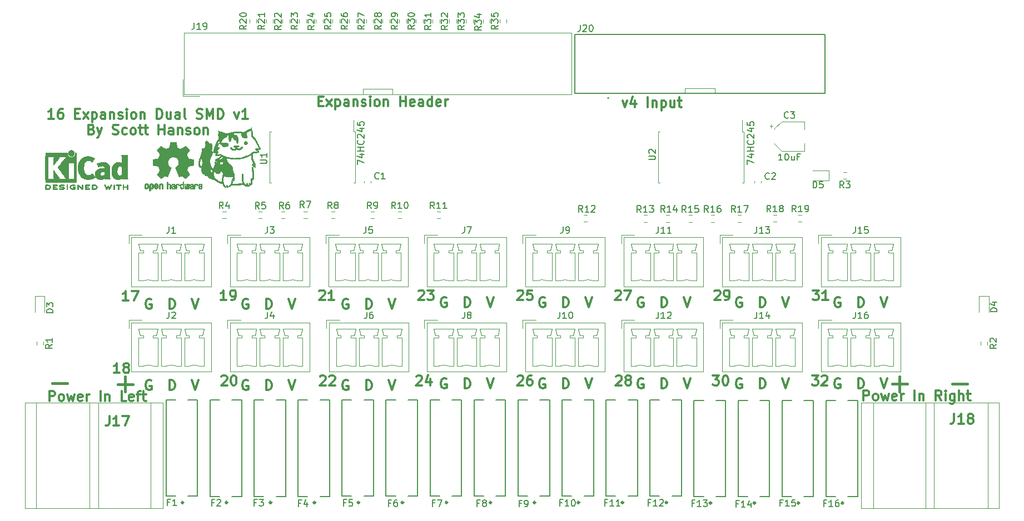
<source format=gbr>
G04 #@! TF.GenerationSoftware,KiCad,Pcbnew,(6.0.5)*
G04 #@! TF.CreationDate,2022-06-05T02:02:10-04:00*
G04 #@! TF.ProjectId,PB_16,50425f31-362e-46b6-9963-61645f706362,v1*
G04 #@! TF.SameCoordinates,Original*
G04 #@! TF.FileFunction,Legend,Top*
G04 #@! TF.FilePolarity,Positive*
%FSLAX46Y46*%
G04 Gerber Fmt 4.6, Leading zero omitted, Abs format (unit mm)*
G04 Created by KiCad (PCBNEW (6.0.5)) date 2022-06-05 02:02:10*
%MOMM*%
%LPD*%
G01*
G04 APERTURE LIST*
%ADD10C,0.120000*%
%ADD11C,0.300000*%
%ADD12C,0.400000*%
%ADD13C,0.150000*%
%ADD14C,0.200000*%
%ADD15C,0.127000*%
%ADD16C,0.010000*%
G04 APERTURE END LIST*
D10*
X126341000Y-90417800D02*
X126341000Y-89617800D01*
X126341000Y-89617800D02*
X121841000Y-89617800D01*
X121841000Y-89617800D02*
X121841000Y-90417800D01*
D11*
X104278857Y-134078000D02*
X104136000Y-134006571D01*
X103921714Y-134006571D01*
X103707428Y-134078000D01*
X103564571Y-134220857D01*
X103493142Y-134363714D01*
X103421714Y-134649428D01*
X103421714Y-134863714D01*
X103493142Y-135149428D01*
X103564571Y-135292285D01*
X103707428Y-135435142D01*
X103921714Y-135506571D01*
X104064571Y-135506571D01*
X104278857Y-135435142D01*
X104350285Y-135363714D01*
X104350285Y-134863714D01*
X104064571Y-134863714D01*
X122289142Y-135506571D02*
X122289142Y-134006571D01*
X122646285Y-134006571D01*
X122860571Y-134078000D01*
X123003428Y-134220857D01*
X123074857Y-134363714D01*
X123146285Y-134649428D01*
X123146285Y-134863714D01*
X123074857Y-135149428D01*
X123003428Y-135292285D01*
X122860571Y-135435142D01*
X122646285Y-135506571D01*
X122289142Y-135506571D01*
X170696000Y-133752571D02*
X171196000Y-135252571D01*
X171696000Y-133752571D01*
X167247142Y-135252571D02*
X167247142Y-133752571D01*
X167604285Y-133752571D01*
X167818571Y-133824000D01*
X167961428Y-133966857D01*
X168032857Y-134109714D01*
X168104285Y-134395428D01*
X168104285Y-134609714D01*
X168032857Y-134895428D01*
X167961428Y-135038285D01*
X167818571Y-135181142D01*
X167604285Y-135252571D01*
X167247142Y-135252571D01*
X185682000Y-133752571D02*
X186182000Y-135252571D01*
X186682000Y-133752571D01*
X119518857Y-134078000D02*
X119376000Y-134006571D01*
X119161714Y-134006571D01*
X118947428Y-134078000D01*
X118804571Y-134220857D01*
X118733142Y-134363714D01*
X118661714Y-134649428D01*
X118661714Y-134863714D01*
X118733142Y-135149428D01*
X118804571Y-135292285D01*
X118947428Y-135435142D01*
X119161714Y-135506571D01*
X119304571Y-135506571D01*
X119518857Y-135435142D01*
X119590285Y-135363714D01*
X119590285Y-134863714D01*
X119304571Y-134863714D01*
X179462857Y-133824000D02*
X179320000Y-133752571D01*
X179105714Y-133752571D01*
X178891428Y-133824000D01*
X178748571Y-133966857D01*
X178677142Y-134109714D01*
X178605714Y-134395428D01*
X178605714Y-134609714D01*
X178677142Y-134895428D01*
X178748571Y-135038285D01*
X178891428Y-135181142D01*
X179105714Y-135252571D01*
X179248571Y-135252571D01*
X179462857Y-135181142D01*
X179534285Y-135109714D01*
X179534285Y-134609714D01*
X179248571Y-134609714D01*
X200668000Y-133752571D02*
X201168000Y-135252571D01*
X201668000Y-133752571D01*
X197219142Y-135252571D02*
X197219142Y-133752571D01*
X197576285Y-133752571D01*
X197790571Y-133824000D01*
X197933428Y-133966857D01*
X198004857Y-134109714D01*
X198076285Y-134395428D01*
X198076285Y-134609714D01*
X198004857Y-134895428D01*
X197933428Y-135038285D01*
X197790571Y-135181142D01*
X197576285Y-135252571D01*
X197219142Y-135252571D01*
X194448857Y-133824000D02*
X194306000Y-133752571D01*
X194091714Y-133752571D01*
X193877428Y-133824000D01*
X193734571Y-133966857D01*
X193663142Y-134109714D01*
X193591714Y-134395428D01*
X193591714Y-134609714D01*
X193663142Y-134895428D01*
X193734571Y-135038285D01*
X193877428Y-135181142D01*
X194091714Y-135252571D01*
X194234571Y-135252571D01*
X194448857Y-135181142D01*
X194520285Y-135109714D01*
X194520285Y-134609714D01*
X194234571Y-134609714D01*
X137275142Y-135252571D02*
X137275142Y-133752571D01*
X137632285Y-133752571D01*
X137846571Y-133824000D01*
X137989428Y-133966857D01*
X138060857Y-134109714D01*
X138132285Y-134395428D01*
X138132285Y-134609714D01*
X138060857Y-134895428D01*
X137989428Y-135038285D01*
X137846571Y-135181142D01*
X137632285Y-135252571D01*
X137275142Y-135252571D01*
X107049142Y-135506571D02*
X107049142Y-134006571D01*
X107406285Y-134006571D01*
X107620571Y-134078000D01*
X107763428Y-134220857D01*
X107834857Y-134363714D01*
X107906285Y-134649428D01*
X107906285Y-134863714D01*
X107834857Y-135149428D01*
X107763428Y-135292285D01*
X107620571Y-135435142D01*
X107406285Y-135506571D01*
X107049142Y-135506571D01*
X182233142Y-135252571D02*
X182233142Y-133752571D01*
X182590285Y-133752571D01*
X182804571Y-133824000D01*
X182947428Y-133966857D01*
X183018857Y-134109714D01*
X183090285Y-134395428D01*
X183090285Y-134609714D01*
X183018857Y-134895428D01*
X182947428Y-135038285D01*
X182804571Y-135181142D01*
X182590285Y-135252571D01*
X182233142Y-135252571D01*
X95766000Y-134006571D02*
X96266000Y-135506571D01*
X96766000Y-134006571D01*
X155710000Y-133752571D02*
X156210000Y-135252571D01*
X156710000Y-133752571D01*
X149490857Y-133824000D02*
X149348000Y-133752571D01*
X149133714Y-133752571D01*
X148919428Y-133824000D01*
X148776571Y-133966857D01*
X148705142Y-134109714D01*
X148633714Y-134395428D01*
X148633714Y-134609714D01*
X148705142Y-134895428D01*
X148776571Y-135038285D01*
X148919428Y-135181142D01*
X149133714Y-135252571D01*
X149276571Y-135252571D01*
X149490857Y-135181142D01*
X149562285Y-135109714D01*
X149562285Y-134609714D01*
X149276571Y-134609714D01*
X134504857Y-133824000D02*
X134362000Y-133752571D01*
X134147714Y-133752571D01*
X133933428Y-133824000D01*
X133790571Y-133966857D01*
X133719142Y-134109714D01*
X133647714Y-134395428D01*
X133647714Y-134609714D01*
X133719142Y-134895428D01*
X133790571Y-135038285D01*
X133933428Y-135181142D01*
X134147714Y-135252571D01*
X134290571Y-135252571D01*
X134504857Y-135181142D01*
X134576285Y-135109714D01*
X134576285Y-134609714D01*
X134290571Y-134609714D01*
X110498000Y-134006571D02*
X110998000Y-135506571D01*
X111498000Y-134006571D01*
X89546857Y-134078000D02*
X89404000Y-134006571D01*
X89189714Y-134006571D01*
X88975428Y-134078000D01*
X88832571Y-134220857D01*
X88761142Y-134363714D01*
X88689714Y-134649428D01*
X88689714Y-134863714D01*
X88761142Y-135149428D01*
X88832571Y-135292285D01*
X88975428Y-135435142D01*
X89189714Y-135506571D01*
X89332571Y-135506571D01*
X89546857Y-135435142D01*
X89618285Y-135363714D01*
X89618285Y-134863714D01*
X89332571Y-134863714D01*
X92317142Y-135506571D02*
X92317142Y-134006571D01*
X92674285Y-134006571D01*
X92888571Y-134078000D01*
X93031428Y-134220857D01*
X93102857Y-134363714D01*
X93174285Y-134649428D01*
X93174285Y-134863714D01*
X93102857Y-135149428D01*
X93031428Y-135292285D01*
X92888571Y-135435142D01*
X92674285Y-135506571D01*
X92317142Y-135506571D01*
X140724000Y-133752571D02*
X141224000Y-135252571D01*
X141724000Y-133752571D01*
X125738000Y-134006571D02*
X126238000Y-135506571D01*
X126738000Y-134006571D01*
X152261142Y-135252571D02*
X152261142Y-133752571D01*
X152618285Y-133752571D01*
X152832571Y-133824000D01*
X152975428Y-133966857D01*
X153046857Y-134109714D01*
X153118285Y-134395428D01*
X153118285Y-134609714D01*
X153046857Y-134895428D01*
X152975428Y-135038285D01*
X152832571Y-135181142D01*
X152618285Y-135252571D01*
X152261142Y-135252571D01*
X164476857Y-133824000D02*
X164334000Y-133752571D01*
X164119714Y-133752571D01*
X163905428Y-133824000D01*
X163762571Y-133966857D01*
X163691142Y-134109714D01*
X163619714Y-134395428D01*
X163619714Y-134609714D01*
X163691142Y-134895428D01*
X163762571Y-135038285D01*
X163905428Y-135181142D01*
X164119714Y-135252571D01*
X164262571Y-135252571D01*
X164476857Y-135181142D01*
X164548285Y-135109714D01*
X164548285Y-134609714D01*
X164262571Y-134609714D01*
X92317142Y-123106571D02*
X92317142Y-121606571D01*
X92674285Y-121606571D01*
X92888571Y-121678000D01*
X93031428Y-121820857D01*
X93102857Y-121963714D01*
X93174285Y-122249428D01*
X93174285Y-122463714D01*
X93102857Y-122749428D01*
X93031428Y-122892285D01*
X92888571Y-123035142D01*
X92674285Y-123106571D01*
X92317142Y-123106571D01*
X89546857Y-121678000D02*
X89404000Y-121606571D01*
X89189714Y-121606571D01*
X88975428Y-121678000D01*
X88832571Y-121820857D01*
X88761142Y-121963714D01*
X88689714Y-122249428D01*
X88689714Y-122463714D01*
X88761142Y-122749428D01*
X88832571Y-122892285D01*
X88975428Y-123035142D01*
X89189714Y-123106571D01*
X89332571Y-123106571D01*
X89546857Y-123035142D01*
X89618285Y-122963714D01*
X89618285Y-122463714D01*
X89332571Y-122463714D01*
X95766000Y-121606571D02*
X96266000Y-123106571D01*
X96766000Y-121606571D01*
D12*
X202398142Y-134580085D02*
X204683857Y-134580085D01*
X203541000Y-135722942D02*
X203541000Y-133437228D01*
D11*
X74769571Y-94148871D02*
X73912428Y-94148871D01*
X74341000Y-94148871D02*
X74341000Y-92648871D01*
X74198142Y-92863157D01*
X74055285Y-93006014D01*
X73912428Y-93077442D01*
X76055285Y-92648871D02*
X75769571Y-92648871D01*
X75626714Y-92720300D01*
X75555285Y-92791728D01*
X75412428Y-93006014D01*
X75341000Y-93291728D01*
X75341000Y-93863157D01*
X75412428Y-94006014D01*
X75483857Y-94077442D01*
X75626714Y-94148871D01*
X75912428Y-94148871D01*
X76055285Y-94077442D01*
X76126714Y-94006014D01*
X76198142Y-93863157D01*
X76198142Y-93506014D01*
X76126714Y-93363157D01*
X76055285Y-93291728D01*
X75912428Y-93220300D01*
X75626714Y-93220300D01*
X75483857Y-93291728D01*
X75412428Y-93363157D01*
X75341000Y-93506014D01*
X77983857Y-93363157D02*
X78483857Y-93363157D01*
X78698142Y-94148871D02*
X77983857Y-94148871D01*
X77983857Y-92648871D01*
X78698142Y-92648871D01*
X79198142Y-94148871D02*
X79983857Y-93148871D01*
X79198142Y-93148871D02*
X79983857Y-94148871D01*
X80555285Y-93148871D02*
X80555285Y-94648871D01*
X80555285Y-93220300D02*
X80698142Y-93148871D01*
X80983857Y-93148871D01*
X81126714Y-93220300D01*
X81198142Y-93291728D01*
X81269571Y-93434585D01*
X81269571Y-93863157D01*
X81198142Y-94006014D01*
X81126714Y-94077442D01*
X80983857Y-94148871D01*
X80698142Y-94148871D01*
X80555285Y-94077442D01*
X82555285Y-94148871D02*
X82555285Y-93363157D01*
X82483857Y-93220300D01*
X82341000Y-93148871D01*
X82055285Y-93148871D01*
X81912428Y-93220300D01*
X82555285Y-94077442D02*
X82412428Y-94148871D01*
X82055285Y-94148871D01*
X81912428Y-94077442D01*
X81841000Y-93934585D01*
X81841000Y-93791728D01*
X81912428Y-93648871D01*
X82055285Y-93577442D01*
X82412428Y-93577442D01*
X82555285Y-93506014D01*
X83269571Y-93148871D02*
X83269571Y-94148871D01*
X83269571Y-93291728D02*
X83341000Y-93220300D01*
X83483857Y-93148871D01*
X83698142Y-93148871D01*
X83841000Y-93220300D01*
X83912428Y-93363157D01*
X83912428Y-94148871D01*
X84555285Y-94077442D02*
X84698142Y-94148871D01*
X84983857Y-94148871D01*
X85126714Y-94077442D01*
X85198142Y-93934585D01*
X85198142Y-93863157D01*
X85126714Y-93720300D01*
X84983857Y-93648871D01*
X84769571Y-93648871D01*
X84626714Y-93577442D01*
X84555285Y-93434585D01*
X84555285Y-93363157D01*
X84626714Y-93220300D01*
X84769571Y-93148871D01*
X84983857Y-93148871D01*
X85126714Y-93220300D01*
X85841000Y-94148871D02*
X85841000Y-93148871D01*
X85841000Y-92648871D02*
X85769571Y-92720300D01*
X85841000Y-92791728D01*
X85912428Y-92720300D01*
X85841000Y-92648871D01*
X85841000Y-92791728D01*
X86769571Y-94148871D02*
X86626714Y-94077442D01*
X86555285Y-94006014D01*
X86483857Y-93863157D01*
X86483857Y-93434585D01*
X86555285Y-93291728D01*
X86626714Y-93220300D01*
X86769571Y-93148871D01*
X86983857Y-93148871D01*
X87126714Y-93220300D01*
X87198142Y-93291728D01*
X87269571Y-93434585D01*
X87269571Y-93863157D01*
X87198142Y-94006014D01*
X87126714Y-94077442D01*
X86983857Y-94148871D01*
X86769571Y-94148871D01*
X87912428Y-93148871D02*
X87912428Y-94148871D01*
X87912428Y-93291728D02*
X87983857Y-93220300D01*
X88126714Y-93148871D01*
X88341000Y-93148871D01*
X88483857Y-93220300D01*
X88555285Y-93363157D01*
X88555285Y-94148871D01*
X90412428Y-94148871D02*
X90412428Y-92648871D01*
X90769571Y-92648871D01*
X90983857Y-92720300D01*
X91126714Y-92863157D01*
X91198142Y-93006014D01*
X91269571Y-93291728D01*
X91269571Y-93506014D01*
X91198142Y-93791728D01*
X91126714Y-93934585D01*
X90983857Y-94077442D01*
X90769571Y-94148871D01*
X90412428Y-94148871D01*
X92555285Y-93148871D02*
X92555285Y-94148871D01*
X91912428Y-93148871D02*
X91912428Y-93934585D01*
X91983857Y-94077442D01*
X92126714Y-94148871D01*
X92341000Y-94148871D01*
X92483857Y-94077442D01*
X92555285Y-94006014D01*
X93912428Y-94148871D02*
X93912428Y-93363157D01*
X93841000Y-93220300D01*
X93698142Y-93148871D01*
X93412428Y-93148871D01*
X93269571Y-93220300D01*
X93912428Y-94077442D02*
X93769571Y-94148871D01*
X93412428Y-94148871D01*
X93269571Y-94077442D01*
X93198142Y-93934585D01*
X93198142Y-93791728D01*
X93269571Y-93648871D01*
X93412428Y-93577442D01*
X93769571Y-93577442D01*
X93912428Y-93506014D01*
X94841000Y-94148871D02*
X94698142Y-94077442D01*
X94626714Y-93934585D01*
X94626714Y-92648871D01*
X96483857Y-94077442D02*
X96698142Y-94148871D01*
X97055285Y-94148871D01*
X97198142Y-94077442D01*
X97269571Y-94006014D01*
X97341000Y-93863157D01*
X97341000Y-93720300D01*
X97269571Y-93577442D01*
X97198142Y-93506014D01*
X97055285Y-93434585D01*
X96769571Y-93363157D01*
X96626714Y-93291728D01*
X96555285Y-93220300D01*
X96483857Y-93077442D01*
X96483857Y-92934585D01*
X96555285Y-92791728D01*
X96626714Y-92720300D01*
X96769571Y-92648871D01*
X97126714Y-92648871D01*
X97341000Y-92720300D01*
X97983857Y-94148871D02*
X97983857Y-92648871D01*
X98483857Y-93720300D01*
X98983857Y-92648871D01*
X98983857Y-94148871D01*
X99698142Y-94148871D02*
X99698142Y-92648871D01*
X100055285Y-92648871D01*
X100269571Y-92720300D01*
X100412428Y-92863157D01*
X100483857Y-93006014D01*
X100555285Y-93291728D01*
X100555285Y-93506014D01*
X100483857Y-93791728D01*
X100412428Y-93934585D01*
X100269571Y-94077442D01*
X100055285Y-94148871D01*
X99698142Y-94148871D01*
X102198142Y-93148871D02*
X102555285Y-94148871D01*
X102912428Y-93148871D01*
X104269571Y-94148871D02*
X103412428Y-94148871D01*
X103841000Y-94148871D02*
X103841000Y-92648871D01*
X103698142Y-92863157D01*
X103555285Y-93006014D01*
X103412428Y-93077442D01*
X80483857Y-95778157D02*
X80698142Y-95849585D01*
X80769571Y-95921014D01*
X80841000Y-96063871D01*
X80841000Y-96278157D01*
X80769571Y-96421014D01*
X80698142Y-96492442D01*
X80555285Y-96563871D01*
X79983857Y-96563871D01*
X79983857Y-95063871D01*
X80483857Y-95063871D01*
X80626714Y-95135300D01*
X80698142Y-95206728D01*
X80769571Y-95349585D01*
X80769571Y-95492442D01*
X80698142Y-95635300D01*
X80626714Y-95706728D01*
X80483857Y-95778157D01*
X79983857Y-95778157D01*
X81341000Y-95563871D02*
X81698142Y-96563871D01*
X82055285Y-95563871D02*
X81698142Y-96563871D01*
X81555285Y-96921014D01*
X81483857Y-96992442D01*
X81341000Y-97063871D01*
X83698142Y-96492442D02*
X83912428Y-96563871D01*
X84269571Y-96563871D01*
X84412428Y-96492442D01*
X84483857Y-96421014D01*
X84555285Y-96278157D01*
X84555285Y-96135300D01*
X84483857Y-95992442D01*
X84412428Y-95921014D01*
X84269571Y-95849585D01*
X83983857Y-95778157D01*
X83841000Y-95706728D01*
X83769571Y-95635300D01*
X83698142Y-95492442D01*
X83698142Y-95349585D01*
X83769571Y-95206728D01*
X83841000Y-95135300D01*
X83983857Y-95063871D01*
X84341000Y-95063871D01*
X84555285Y-95135300D01*
X85841000Y-96492442D02*
X85698142Y-96563871D01*
X85412428Y-96563871D01*
X85269571Y-96492442D01*
X85198142Y-96421014D01*
X85126714Y-96278157D01*
X85126714Y-95849585D01*
X85198142Y-95706728D01*
X85269571Y-95635300D01*
X85412428Y-95563871D01*
X85698142Y-95563871D01*
X85841000Y-95635300D01*
X86698142Y-96563871D02*
X86555285Y-96492442D01*
X86483857Y-96421014D01*
X86412428Y-96278157D01*
X86412428Y-95849585D01*
X86483857Y-95706728D01*
X86555285Y-95635300D01*
X86698142Y-95563871D01*
X86912428Y-95563871D01*
X87055285Y-95635300D01*
X87126714Y-95706728D01*
X87198142Y-95849585D01*
X87198142Y-96278157D01*
X87126714Y-96421014D01*
X87055285Y-96492442D01*
X86912428Y-96563871D01*
X86698142Y-96563871D01*
X87626714Y-95563871D02*
X88198142Y-95563871D01*
X87841000Y-95063871D02*
X87841000Y-96349585D01*
X87912428Y-96492442D01*
X88055285Y-96563871D01*
X88198142Y-96563871D01*
X88483857Y-95563871D02*
X89055285Y-95563871D01*
X88698142Y-95063871D02*
X88698142Y-96349585D01*
X88769571Y-96492442D01*
X88912428Y-96563871D01*
X89055285Y-96563871D01*
X90698142Y-96563871D02*
X90698142Y-95063871D01*
X90698142Y-95778157D02*
X91555285Y-95778157D01*
X91555285Y-96563871D02*
X91555285Y-95063871D01*
X92912428Y-96563871D02*
X92912428Y-95778157D01*
X92841000Y-95635300D01*
X92698142Y-95563871D01*
X92412428Y-95563871D01*
X92269571Y-95635300D01*
X92912428Y-96492442D02*
X92769571Y-96563871D01*
X92412428Y-96563871D01*
X92269571Y-96492442D01*
X92198142Y-96349585D01*
X92198142Y-96206728D01*
X92269571Y-96063871D01*
X92412428Y-95992442D01*
X92769571Y-95992442D01*
X92912428Y-95921014D01*
X93626714Y-95563871D02*
X93626714Y-96563871D01*
X93626714Y-95706728D02*
X93698142Y-95635300D01*
X93841000Y-95563871D01*
X94055285Y-95563871D01*
X94198142Y-95635300D01*
X94269571Y-95778157D01*
X94269571Y-96563871D01*
X94912428Y-96492442D02*
X95055285Y-96563871D01*
X95341000Y-96563871D01*
X95483857Y-96492442D01*
X95555285Y-96349585D01*
X95555285Y-96278157D01*
X95483857Y-96135300D01*
X95341000Y-96063871D01*
X95126714Y-96063871D01*
X94983857Y-95992442D01*
X94912428Y-95849585D01*
X94912428Y-95778157D01*
X94983857Y-95635300D01*
X95126714Y-95563871D01*
X95341000Y-95563871D01*
X95483857Y-95635300D01*
X96412428Y-96563871D02*
X96269571Y-96492442D01*
X96198142Y-96421014D01*
X96126714Y-96278157D01*
X96126714Y-95849585D01*
X96198142Y-95706728D01*
X96269571Y-95635300D01*
X96412428Y-95563871D01*
X96626714Y-95563871D01*
X96769571Y-95635300D01*
X96841000Y-95706728D01*
X96912428Y-95849585D01*
X96912428Y-96278157D01*
X96841000Y-96421014D01*
X96769571Y-96492442D01*
X96626714Y-96563871D01*
X96412428Y-96563871D01*
X97555285Y-95563871D02*
X97555285Y-96563871D01*
X97555285Y-95706728D02*
X97626714Y-95635300D01*
X97769571Y-95563871D01*
X97983857Y-95563871D01*
X98126714Y-95635300D01*
X98198142Y-95778157D01*
X98198142Y-96563871D01*
X86115285Y-121896371D02*
X85258142Y-121896371D01*
X85686714Y-121896371D02*
X85686714Y-120396371D01*
X85543857Y-120610657D01*
X85401000Y-120753514D01*
X85258142Y-120824942D01*
X86615285Y-120396371D02*
X87615285Y-120396371D01*
X86972428Y-121896371D01*
X115258142Y-133439228D02*
X115329571Y-133367800D01*
X115472428Y-133296371D01*
X115829571Y-133296371D01*
X115972428Y-133367800D01*
X116043857Y-133439228D01*
X116115285Y-133582085D01*
X116115285Y-133724942D01*
X116043857Y-133939228D01*
X115186714Y-134796371D01*
X116115285Y-134796371D01*
X116686714Y-133439228D02*
X116758142Y-133367800D01*
X116901000Y-133296371D01*
X117258142Y-133296371D01*
X117401000Y-133367800D01*
X117472428Y-133439228D01*
X117543857Y-133582085D01*
X117543857Y-133724942D01*
X117472428Y-133939228D01*
X116615285Y-134796371D01*
X117543857Y-134796371D01*
X190286714Y-120296371D02*
X191215285Y-120296371D01*
X190715285Y-120867800D01*
X190929571Y-120867800D01*
X191072428Y-120939228D01*
X191143857Y-121010657D01*
X191215285Y-121153514D01*
X191215285Y-121510657D01*
X191143857Y-121653514D01*
X191072428Y-121724942D01*
X190929571Y-121796371D01*
X190501000Y-121796371D01*
X190358142Y-121724942D01*
X190286714Y-121653514D01*
X192643857Y-121796371D02*
X191786714Y-121796371D01*
X192215285Y-121796371D02*
X192215285Y-120296371D01*
X192072428Y-120510657D01*
X191929571Y-120653514D01*
X191786714Y-120724942D01*
X110498000Y-121606571D02*
X110998000Y-123106571D01*
X111498000Y-121606571D01*
D12*
X211542142Y-134580085D02*
X213827857Y-134580085D01*
D11*
X130258142Y-120439228D02*
X130329571Y-120367800D01*
X130472428Y-120296371D01*
X130829571Y-120296371D01*
X130972428Y-120367800D01*
X131043857Y-120439228D01*
X131115285Y-120582085D01*
X131115285Y-120724942D01*
X131043857Y-120939228D01*
X130186714Y-121796371D01*
X131115285Y-121796371D01*
X131615285Y-120296371D02*
X132543857Y-120296371D01*
X132043857Y-120867800D01*
X132258142Y-120867800D01*
X132401000Y-120939228D01*
X132472428Y-121010657D01*
X132543857Y-121153514D01*
X132543857Y-121510657D01*
X132472428Y-121653514D01*
X132401000Y-121724942D01*
X132258142Y-121796371D01*
X131829571Y-121796371D01*
X131686714Y-121724942D01*
X131615285Y-121653514D01*
X125738000Y-121606571D02*
X126238000Y-123106571D01*
X126738000Y-121606571D01*
X145358142Y-120439228D02*
X145429571Y-120367800D01*
X145572428Y-120296371D01*
X145929571Y-120296371D01*
X146072428Y-120367800D01*
X146143857Y-120439228D01*
X146215285Y-120582085D01*
X146215285Y-120724942D01*
X146143857Y-120939228D01*
X145286714Y-121796371D01*
X146215285Y-121796371D01*
X147572428Y-120296371D02*
X146858142Y-120296371D01*
X146786714Y-121010657D01*
X146858142Y-120939228D01*
X147001000Y-120867800D01*
X147358142Y-120867800D01*
X147501000Y-120939228D01*
X147572428Y-121010657D01*
X147643857Y-121153514D01*
X147643857Y-121510657D01*
X147572428Y-121653514D01*
X147501000Y-121724942D01*
X147358142Y-121796371D01*
X147001000Y-121796371D01*
X146858142Y-121724942D01*
X146786714Y-121653514D01*
X140724000Y-121352571D02*
X141224000Y-122852571D01*
X141724000Y-121352571D01*
X164476857Y-121424000D02*
X164334000Y-121352571D01*
X164119714Y-121352571D01*
X163905428Y-121424000D01*
X163762571Y-121566857D01*
X163691142Y-121709714D01*
X163619714Y-121995428D01*
X163619714Y-122209714D01*
X163691142Y-122495428D01*
X163762571Y-122638285D01*
X163905428Y-122781142D01*
X164119714Y-122852571D01*
X164262571Y-122852571D01*
X164476857Y-122781142D01*
X164548285Y-122709714D01*
X164548285Y-122209714D01*
X164262571Y-122209714D01*
X197219142Y-122852571D02*
X197219142Y-121352571D01*
X197576285Y-121352571D01*
X197790571Y-121424000D01*
X197933428Y-121566857D01*
X198004857Y-121709714D01*
X198076285Y-121995428D01*
X198076285Y-122209714D01*
X198004857Y-122495428D01*
X197933428Y-122638285D01*
X197790571Y-122781142D01*
X197576285Y-122852571D01*
X197219142Y-122852571D01*
X84765285Y-132896371D02*
X83908142Y-132896371D01*
X84336714Y-132896371D02*
X84336714Y-131396371D01*
X84193857Y-131610657D01*
X84051000Y-131753514D01*
X83908142Y-131824942D01*
X85622428Y-132039228D02*
X85479571Y-131967800D01*
X85408142Y-131896371D01*
X85336714Y-131753514D01*
X85336714Y-131682085D01*
X85408142Y-131539228D01*
X85479571Y-131467800D01*
X85622428Y-131396371D01*
X85908142Y-131396371D01*
X86051000Y-131467800D01*
X86122428Y-131539228D01*
X86193857Y-131682085D01*
X86193857Y-131753514D01*
X86122428Y-131896371D01*
X86051000Y-131967800D01*
X85908142Y-132039228D01*
X85622428Y-132039228D01*
X85479571Y-132110657D01*
X85408142Y-132182085D01*
X85336714Y-132324942D01*
X85336714Y-132610657D01*
X85408142Y-132753514D01*
X85479571Y-132824942D01*
X85622428Y-132896371D01*
X85908142Y-132896371D01*
X86051000Y-132824942D01*
X86122428Y-132753514D01*
X86193857Y-132610657D01*
X86193857Y-132324942D01*
X86122428Y-132182085D01*
X86051000Y-132110657D01*
X85908142Y-132039228D01*
X194448857Y-121424000D02*
X194306000Y-121352571D01*
X194091714Y-121352571D01*
X193877428Y-121424000D01*
X193734571Y-121566857D01*
X193663142Y-121709714D01*
X193591714Y-121995428D01*
X193591714Y-122209714D01*
X193663142Y-122495428D01*
X193734571Y-122638285D01*
X193877428Y-122781142D01*
X194091714Y-122852571D01*
X194234571Y-122852571D01*
X194448857Y-122781142D01*
X194520285Y-122709714D01*
X194520285Y-122209714D01*
X194234571Y-122209714D01*
X179462857Y-121424000D02*
X179320000Y-121352571D01*
X179105714Y-121352571D01*
X178891428Y-121424000D01*
X178748571Y-121566857D01*
X178677142Y-121709714D01*
X178605714Y-121995428D01*
X178605714Y-122209714D01*
X178677142Y-122495428D01*
X178748571Y-122638285D01*
X178891428Y-122781142D01*
X179105714Y-122852571D01*
X179248571Y-122852571D01*
X179462857Y-122781142D01*
X179534285Y-122709714D01*
X179534285Y-122209714D01*
X179248571Y-122209714D01*
X175358142Y-120439228D02*
X175429571Y-120367800D01*
X175572428Y-120296371D01*
X175929571Y-120296371D01*
X176072428Y-120367800D01*
X176143857Y-120439228D01*
X176215285Y-120582085D01*
X176215285Y-120724942D01*
X176143857Y-120939228D01*
X175286714Y-121796371D01*
X176215285Y-121796371D01*
X176929571Y-121796371D02*
X177215285Y-121796371D01*
X177358142Y-121724942D01*
X177429571Y-121653514D01*
X177572428Y-121439228D01*
X177643857Y-121153514D01*
X177643857Y-120582085D01*
X177572428Y-120439228D01*
X177501000Y-120367800D01*
X177358142Y-120296371D01*
X177072428Y-120296371D01*
X176929571Y-120367800D01*
X176858142Y-120439228D01*
X176786714Y-120582085D01*
X176786714Y-120939228D01*
X176858142Y-121082085D01*
X176929571Y-121153514D01*
X177072428Y-121224942D01*
X177358142Y-121224942D01*
X177501000Y-121153514D01*
X177572428Y-121082085D01*
X177643857Y-120939228D01*
X160258142Y-120439228D02*
X160329571Y-120367800D01*
X160472428Y-120296371D01*
X160829571Y-120296371D01*
X160972428Y-120367800D01*
X161043857Y-120439228D01*
X161115285Y-120582085D01*
X161115285Y-120724942D01*
X161043857Y-120939228D01*
X160186714Y-121796371D01*
X161115285Y-121796371D01*
X161615285Y-120296371D02*
X162615285Y-120296371D01*
X161972428Y-121796371D01*
X175086714Y-133296371D02*
X176015285Y-133296371D01*
X175515285Y-133867800D01*
X175729571Y-133867800D01*
X175872428Y-133939228D01*
X175943857Y-134010657D01*
X176015285Y-134153514D01*
X176015285Y-134510657D01*
X175943857Y-134653514D01*
X175872428Y-134724942D01*
X175729571Y-134796371D01*
X175301000Y-134796371D01*
X175158142Y-134724942D01*
X175086714Y-134653514D01*
X176943857Y-133296371D02*
X177086714Y-133296371D01*
X177229571Y-133367800D01*
X177301000Y-133439228D01*
X177372428Y-133582085D01*
X177443857Y-133867800D01*
X177443857Y-134224942D01*
X177372428Y-134510657D01*
X177301000Y-134653514D01*
X177229571Y-134724942D01*
X177086714Y-134796371D01*
X176943857Y-134796371D01*
X176801000Y-134724942D01*
X176729571Y-134653514D01*
X176658142Y-134510657D01*
X176586714Y-134224942D01*
X176586714Y-133867800D01*
X176658142Y-133582085D01*
X176729571Y-133439228D01*
X176801000Y-133367800D01*
X176943857Y-133296371D01*
D12*
X84458142Y-134632085D02*
X86743857Y-134632085D01*
X85601000Y-135774942D02*
X85601000Y-133489228D01*
D11*
X155710000Y-121352571D02*
X156210000Y-122852571D01*
X156710000Y-121352571D01*
X152261142Y-122852571D02*
X152261142Y-121352571D01*
X152618285Y-121352571D01*
X152832571Y-121424000D01*
X152975428Y-121566857D01*
X153046857Y-121709714D01*
X153118285Y-121995428D01*
X153118285Y-122209714D01*
X153046857Y-122495428D01*
X152975428Y-122638285D01*
X152832571Y-122781142D01*
X152618285Y-122852571D01*
X152261142Y-122852571D01*
X107049142Y-123106571D02*
X107049142Y-121606571D01*
X107406285Y-121606571D01*
X107620571Y-121678000D01*
X107763428Y-121820857D01*
X107834857Y-121963714D01*
X107906285Y-122249428D01*
X107906285Y-122463714D01*
X107834857Y-122749428D01*
X107763428Y-122892285D01*
X107620571Y-123035142D01*
X107406285Y-123106571D01*
X107049142Y-123106571D01*
X185682000Y-121352571D02*
X186182000Y-122852571D01*
X186682000Y-121352571D01*
X119518857Y-121678000D02*
X119376000Y-121606571D01*
X119161714Y-121606571D01*
X118947428Y-121678000D01*
X118804571Y-121820857D01*
X118733142Y-121963714D01*
X118661714Y-122249428D01*
X118661714Y-122463714D01*
X118733142Y-122749428D01*
X118804571Y-122892285D01*
X118947428Y-123035142D01*
X119161714Y-123106571D01*
X119304571Y-123106571D01*
X119518857Y-123035142D01*
X119590285Y-122963714D01*
X119590285Y-122463714D01*
X119304571Y-122463714D01*
X145358142Y-133439228D02*
X145429571Y-133367800D01*
X145572428Y-133296371D01*
X145929571Y-133296371D01*
X146072428Y-133367800D01*
X146143857Y-133439228D01*
X146215285Y-133582085D01*
X146215285Y-133724942D01*
X146143857Y-133939228D01*
X145286714Y-134796371D01*
X146215285Y-134796371D01*
X147501000Y-133296371D02*
X147215285Y-133296371D01*
X147072428Y-133367800D01*
X147001000Y-133439228D01*
X146858142Y-133653514D01*
X146786714Y-133939228D01*
X146786714Y-134510657D01*
X146858142Y-134653514D01*
X146929571Y-134724942D01*
X147072428Y-134796371D01*
X147358142Y-134796371D01*
X147501000Y-134724942D01*
X147572428Y-134653514D01*
X147643857Y-134510657D01*
X147643857Y-134153514D01*
X147572428Y-134010657D01*
X147501000Y-133939228D01*
X147358142Y-133867800D01*
X147072428Y-133867800D01*
X146929571Y-133939228D01*
X146858142Y-134010657D01*
X146786714Y-134153514D01*
D12*
X74458142Y-134432085D02*
X76743857Y-134432085D01*
D11*
X134504857Y-121424000D02*
X134362000Y-121352571D01*
X134147714Y-121352571D01*
X133933428Y-121424000D01*
X133790571Y-121566857D01*
X133719142Y-121709714D01*
X133647714Y-121995428D01*
X133647714Y-122209714D01*
X133719142Y-122495428D01*
X133790571Y-122638285D01*
X133933428Y-122781142D01*
X134147714Y-122852571D01*
X134290571Y-122852571D01*
X134504857Y-122781142D01*
X134576285Y-122709714D01*
X134576285Y-122209714D01*
X134290571Y-122209714D01*
X170696000Y-121352571D02*
X171196000Y-122852571D01*
X171696000Y-121352571D01*
X122289142Y-123106571D02*
X122289142Y-121606571D01*
X122646285Y-121606571D01*
X122860571Y-121678000D01*
X123003428Y-121820857D01*
X123074857Y-121963714D01*
X123146285Y-122249428D01*
X123146285Y-122463714D01*
X123074857Y-122749428D01*
X123003428Y-122892285D01*
X122860571Y-123035142D01*
X122646285Y-123106571D01*
X122289142Y-123106571D01*
X160358142Y-133439228D02*
X160429571Y-133367800D01*
X160572428Y-133296371D01*
X160929571Y-133296371D01*
X161072428Y-133367800D01*
X161143857Y-133439228D01*
X161215285Y-133582085D01*
X161215285Y-133724942D01*
X161143857Y-133939228D01*
X160286714Y-134796371D01*
X161215285Y-134796371D01*
X162072428Y-133939228D02*
X161929571Y-133867800D01*
X161858142Y-133796371D01*
X161786714Y-133653514D01*
X161786714Y-133582085D01*
X161858142Y-133439228D01*
X161929571Y-133367800D01*
X162072428Y-133296371D01*
X162358142Y-133296371D01*
X162501000Y-133367800D01*
X162572428Y-133439228D01*
X162643857Y-133582085D01*
X162643857Y-133653514D01*
X162572428Y-133796371D01*
X162501000Y-133867800D01*
X162358142Y-133939228D01*
X162072428Y-133939228D01*
X161929571Y-134010657D01*
X161858142Y-134082085D01*
X161786714Y-134224942D01*
X161786714Y-134510657D01*
X161858142Y-134653514D01*
X161929571Y-134724942D01*
X162072428Y-134796371D01*
X162358142Y-134796371D01*
X162501000Y-134724942D01*
X162572428Y-134653514D01*
X162643857Y-134510657D01*
X162643857Y-134224942D01*
X162572428Y-134082085D01*
X162501000Y-134010657D01*
X162358142Y-133939228D01*
X115158142Y-120439228D02*
X115229571Y-120367800D01*
X115372428Y-120296371D01*
X115729571Y-120296371D01*
X115872428Y-120367800D01*
X115943857Y-120439228D01*
X116015285Y-120582085D01*
X116015285Y-120724942D01*
X115943857Y-120939228D01*
X115086714Y-121796371D01*
X116015285Y-121796371D01*
X117443857Y-121796371D02*
X116586714Y-121796371D01*
X117015285Y-121796371D02*
X117015285Y-120296371D01*
X116872428Y-120510657D01*
X116729571Y-120653514D01*
X116586714Y-120724942D01*
X182233142Y-122852571D02*
X182233142Y-121352571D01*
X182590285Y-121352571D01*
X182804571Y-121424000D01*
X182947428Y-121566857D01*
X183018857Y-121709714D01*
X183090285Y-121995428D01*
X183090285Y-122209714D01*
X183018857Y-122495428D01*
X182947428Y-122638285D01*
X182804571Y-122781142D01*
X182590285Y-122852571D01*
X182233142Y-122852571D01*
X167247142Y-122852571D02*
X167247142Y-121352571D01*
X167604285Y-121352571D01*
X167818571Y-121424000D01*
X167961428Y-121566857D01*
X168032857Y-121709714D01*
X168104285Y-121995428D01*
X168104285Y-122209714D01*
X168032857Y-122495428D01*
X167961428Y-122638285D01*
X167818571Y-122781142D01*
X167604285Y-122852571D01*
X167247142Y-122852571D01*
X190186714Y-133296371D02*
X191115285Y-133296371D01*
X190615285Y-133867800D01*
X190829571Y-133867800D01*
X190972428Y-133939228D01*
X191043857Y-134010657D01*
X191115285Y-134153514D01*
X191115285Y-134510657D01*
X191043857Y-134653514D01*
X190972428Y-134724942D01*
X190829571Y-134796371D01*
X190401000Y-134796371D01*
X190258142Y-134724942D01*
X190186714Y-134653514D01*
X191686714Y-133439228D02*
X191758142Y-133367800D01*
X191901000Y-133296371D01*
X192258142Y-133296371D01*
X192401000Y-133367800D01*
X192472428Y-133439228D01*
X192543857Y-133582085D01*
X192543857Y-133724942D01*
X192472428Y-133939228D01*
X191615285Y-134796371D01*
X192543857Y-134796371D01*
X129958142Y-133439228D02*
X130029571Y-133367800D01*
X130172428Y-133296371D01*
X130529571Y-133296371D01*
X130672428Y-133367800D01*
X130743857Y-133439228D01*
X130815285Y-133582085D01*
X130815285Y-133724942D01*
X130743857Y-133939228D01*
X129886714Y-134796371D01*
X130815285Y-134796371D01*
X132101000Y-133796371D02*
X132101000Y-134796371D01*
X131743857Y-133224942D02*
X131386714Y-134296371D01*
X132315285Y-134296371D01*
X137275142Y-122852571D02*
X137275142Y-121352571D01*
X137632285Y-121352571D01*
X137846571Y-121424000D01*
X137989428Y-121566857D01*
X138060857Y-121709714D01*
X138132285Y-121995428D01*
X138132285Y-122209714D01*
X138060857Y-122495428D01*
X137989428Y-122638285D01*
X137846571Y-122781142D01*
X137632285Y-122852571D01*
X137275142Y-122852571D01*
X200668000Y-121352571D02*
X201168000Y-122852571D01*
X201668000Y-121352571D01*
X100258142Y-133439228D02*
X100329571Y-133367800D01*
X100472428Y-133296371D01*
X100829571Y-133296371D01*
X100972428Y-133367800D01*
X101043857Y-133439228D01*
X101115285Y-133582085D01*
X101115285Y-133724942D01*
X101043857Y-133939228D01*
X100186714Y-134796371D01*
X101115285Y-134796371D01*
X102043857Y-133296371D02*
X102186714Y-133296371D01*
X102329571Y-133367800D01*
X102401000Y-133439228D01*
X102472428Y-133582085D01*
X102543857Y-133867800D01*
X102543857Y-134224942D01*
X102472428Y-134510657D01*
X102401000Y-134653514D01*
X102329571Y-134724942D01*
X102186714Y-134796371D01*
X102043857Y-134796371D01*
X101901000Y-134724942D01*
X101829571Y-134653514D01*
X101758142Y-134510657D01*
X101686714Y-134224942D01*
X101686714Y-133867800D01*
X101758142Y-133582085D01*
X101829571Y-133439228D01*
X101901000Y-133367800D01*
X102043857Y-133296371D01*
X104278857Y-121678000D02*
X104136000Y-121606571D01*
X103921714Y-121606571D01*
X103707428Y-121678000D01*
X103564571Y-121820857D01*
X103493142Y-121963714D01*
X103421714Y-122249428D01*
X103421714Y-122463714D01*
X103493142Y-122749428D01*
X103564571Y-122892285D01*
X103707428Y-123035142D01*
X103921714Y-123106571D01*
X104064571Y-123106571D01*
X104278857Y-123035142D01*
X104350285Y-122963714D01*
X104350285Y-122463714D01*
X104064571Y-122463714D01*
X101015285Y-121796371D02*
X100158142Y-121796371D01*
X100586714Y-121796371D02*
X100586714Y-120296371D01*
X100443857Y-120510657D01*
X100301000Y-120653514D01*
X100158142Y-120724942D01*
X101729571Y-121796371D02*
X102015285Y-121796371D01*
X102158142Y-121724942D01*
X102229571Y-121653514D01*
X102372428Y-121439228D01*
X102443857Y-121153514D01*
X102443857Y-120582085D01*
X102372428Y-120439228D01*
X102301000Y-120367800D01*
X102158142Y-120296371D01*
X101872428Y-120296371D01*
X101729571Y-120367800D01*
X101658142Y-120439228D01*
X101586714Y-120582085D01*
X101586714Y-120939228D01*
X101658142Y-121082085D01*
X101729571Y-121153514D01*
X101872428Y-121224942D01*
X102158142Y-121224942D01*
X102301000Y-121153514D01*
X102372428Y-121082085D01*
X102443857Y-120939228D01*
X149490857Y-121424000D02*
X149348000Y-121352571D01*
X149133714Y-121352571D01*
X148919428Y-121424000D01*
X148776571Y-121566857D01*
X148705142Y-121709714D01*
X148633714Y-121995428D01*
X148633714Y-122209714D01*
X148705142Y-122495428D01*
X148776571Y-122638285D01*
X148919428Y-122781142D01*
X149133714Y-122852571D01*
X149276571Y-122852571D01*
X149490857Y-122781142D01*
X149562285Y-122709714D01*
X149562285Y-122209714D01*
X149276571Y-122209714D01*
D13*
X195024333Y-104690180D02*
X194691000Y-104213990D01*
X194452904Y-104690180D02*
X194452904Y-103690180D01*
X194833857Y-103690180D01*
X194929095Y-103737800D01*
X194976714Y-103785419D01*
X195024333Y-103880657D01*
X195024333Y-104023514D01*
X194976714Y-104118752D01*
X194929095Y-104166371D01*
X194833857Y-104213990D01*
X194452904Y-104213990D01*
X195357666Y-103690180D02*
X195976714Y-103690180D01*
X195643380Y-104071133D01*
X195786238Y-104071133D01*
X195881476Y-104118752D01*
X195929095Y-104166371D01*
X195976714Y-104261609D01*
X195976714Y-104499704D01*
X195929095Y-104594942D01*
X195881476Y-104642561D01*
X195786238Y-104690180D01*
X195500523Y-104690180D01*
X195405285Y-104642561D01*
X195357666Y-104594942D01*
X218283380Y-128558666D02*
X217807190Y-128892000D01*
X218283380Y-129130095D02*
X217283380Y-129130095D01*
X217283380Y-128749142D01*
X217331000Y-128653904D01*
X217378619Y-128606285D01*
X217473857Y-128558666D01*
X217616714Y-128558666D01*
X217711952Y-128606285D01*
X217759571Y-128653904D01*
X217807190Y-128749142D01*
X217807190Y-129130095D01*
X217378619Y-128177714D02*
X217331000Y-128130095D01*
X217283380Y-128034857D01*
X217283380Y-127796761D01*
X217331000Y-127701523D01*
X217378619Y-127653904D01*
X217473857Y-127606285D01*
X217569095Y-127606285D01*
X217711952Y-127653904D01*
X218283380Y-128225333D01*
X218283380Y-127606285D01*
X74483380Y-128558666D02*
X74007190Y-128892000D01*
X74483380Y-129130095D02*
X73483380Y-129130095D01*
X73483380Y-128749142D01*
X73531000Y-128653904D01*
X73578619Y-128606285D01*
X73673857Y-128558666D01*
X73816714Y-128558666D01*
X73911952Y-128606285D01*
X73959571Y-128653904D01*
X74007190Y-128749142D01*
X74007190Y-129130095D01*
X74483380Y-127606285D02*
X74483380Y-128177714D01*
X74483380Y-127892000D02*
X73483380Y-127892000D01*
X73626238Y-127987238D01*
X73721476Y-128082476D01*
X73769095Y-128177714D01*
X190362904Y-104700180D02*
X190362904Y-103700180D01*
X190601000Y-103700180D01*
X190743857Y-103747800D01*
X190839095Y-103843038D01*
X190886714Y-103938276D01*
X190934333Y-104128752D01*
X190934333Y-104271609D01*
X190886714Y-104462085D01*
X190839095Y-104557323D01*
X190743857Y-104652561D01*
X190601000Y-104700180D01*
X190362904Y-104700180D01*
X191839095Y-103700180D02*
X191362904Y-103700180D01*
X191315285Y-104176371D01*
X191362904Y-104128752D01*
X191458142Y-104081133D01*
X191696238Y-104081133D01*
X191791476Y-104128752D01*
X191839095Y-104176371D01*
X191886714Y-104271609D01*
X191886714Y-104509704D01*
X191839095Y-104604942D01*
X191791476Y-104652561D01*
X191696238Y-104700180D01*
X191458142Y-104700180D01*
X191362904Y-104652561D01*
X191315285Y-104604942D01*
X218363380Y-123565895D02*
X217363380Y-123565895D01*
X217363380Y-123327800D01*
X217411000Y-123184942D01*
X217506238Y-123089704D01*
X217601476Y-123042085D01*
X217791952Y-122994466D01*
X217934809Y-122994466D01*
X218125285Y-123042085D01*
X218220523Y-123089704D01*
X218315761Y-123184942D01*
X218363380Y-123327800D01*
X218363380Y-123565895D01*
X217696714Y-122137323D02*
X218363380Y-122137323D01*
X217315761Y-122375419D02*
X218030047Y-122613514D01*
X218030047Y-121994466D01*
X74603380Y-123725895D02*
X73603380Y-123725895D01*
X73603380Y-123487800D01*
X73651000Y-123344942D01*
X73746238Y-123249704D01*
X73841476Y-123202085D01*
X74031952Y-123154466D01*
X74174809Y-123154466D01*
X74365285Y-123202085D01*
X74460523Y-123249704D01*
X74555761Y-123344942D01*
X74603380Y-123487800D01*
X74603380Y-123725895D01*
X73603380Y-122821133D02*
X73603380Y-122202085D01*
X73984333Y-122535419D01*
X73984333Y-122392561D01*
X74031952Y-122297323D01*
X74079571Y-122249704D01*
X74174809Y-122202085D01*
X74412904Y-122202085D01*
X74508142Y-122249704D01*
X74555761Y-122297323D01*
X74603380Y-122392561D01*
X74603380Y-122678276D01*
X74555761Y-122773514D01*
X74508142Y-122821133D01*
X183674333Y-103304942D02*
X183626714Y-103352561D01*
X183483857Y-103400180D01*
X183388619Y-103400180D01*
X183245761Y-103352561D01*
X183150523Y-103257323D01*
X183102904Y-103162085D01*
X183055285Y-102971609D01*
X183055285Y-102828752D01*
X183102904Y-102638276D01*
X183150523Y-102543038D01*
X183245761Y-102447800D01*
X183388619Y-102400180D01*
X183483857Y-102400180D01*
X183626714Y-102447800D01*
X183674333Y-102495419D01*
X184055285Y-102495419D02*
X184102904Y-102447800D01*
X184198142Y-102400180D01*
X184436238Y-102400180D01*
X184531476Y-102447800D01*
X184579095Y-102495419D01*
X184626714Y-102590657D01*
X184626714Y-102685895D01*
X184579095Y-102828752D01*
X184007666Y-103400180D01*
X184626714Y-103400180D01*
X124234333Y-103254942D02*
X124186714Y-103302561D01*
X124043857Y-103350180D01*
X123948619Y-103350180D01*
X123805761Y-103302561D01*
X123710523Y-103207323D01*
X123662904Y-103112085D01*
X123615285Y-102921609D01*
X123615285Y-102778752D01*
X123662904Y-102588276D01*
X123710523Y-102493038D01*
X123805761Y-102397800D01*
X123948619Y-102350180D01*
X124043857Y-102350180D01*
X124186714Y-102397800D01*
X124234333Y-102445419D01*
X125186714Y-103350180D02*
X124615285Y-103350180D01*
X124901000Y-103350180D02*
X124901000Y-102350180D01*
X124805761Y-102493038D01*
X124710523Y-102588276D01*
X124615285Y-102635895D01*
X96091476Y-79520180D02*
X96091476Y-80234466D01*
X96043857Y-80377323D01*
X95948619Y-80472561D01*
X95805761Y-80520180D01*
X95710523Y-80520180D01*
X97091476Y-80520180D02*
X96520047Y-80520180D01*
X96805761Y-80520180D02*
X96805761Y-79520180D01*
X96710523Y-79663038D01*
X96615285Y-79758276D01*
X96520047Y-79805895D01*
X97567666Y-80520180D02*
X97758142Y-80520180D01*
X97853380Y-80472561D01*
X97901000Y-80424942D01*
X97996238Y-80282085D01*
X98043857Y-80091609D01*
X98043857Y-79710657D01*
X97996238Y-79615419D01*
X97948619Y-79567800D01*
X97853380Y-79520180D01*
X97662904Y-79520180D01*
X97567666Y-79567800D01*
X97520047Y-79615419D01*
X97472428Y-79710657D01*
X97472428Y-79948752D01*
X97520047Y-80043990D01*
X97567666Y-80091609D01*
X97662904Y-80139228D01*
X97853380Y-80139228D01*
X97948619Y-80091609D01*
X97996238Y-80043990D01*
X98043857Y-79948752D01*
D11*
X115051000Y-91460657D02*
X115551000Y-91460657D01*
X115765285Y-92246371D02*
X115051000Y-92246371D01*
X115051000Y-90746371D01*
X115765285Y-90746371D01*
X116265285Y-92246371D02*
X117051000Y-91246371D01*
X116265285Y-91246371D02*
X117051000Y-92246371D01*
X117622428Y-91246371D02*
X117622428Y-92746371D01*
X117622428Y-91317800D02*
X117765285Y-91246371D01*
X118051000Y-91246371D01*
X118193857Y-91317800D01*
X118265285Y-91389228D01*
X118336714Y-91532085D01*
X118336714Y-91960657D01*
X118265285Y-92103514D01*
X118193857Y-92174942D01*
X118051000Y-92246371D01*
X117765285Y-92246371D01*
X117622428Y-92174942D01*
X119622428Y-92246371D02*
X119622428Y-91460657D01*
X119551000Y-91317800D01*
X119408142Y-91246371D01*
X119122428Y-91246371D01*
X118979571Y-91317800D01*
X119622428Y-92174942D02*
X119479571Y-92246371D01*
X119122428Y-92246371D01*
X118979571Y-92174942D01*
X118908142Y-92032085D01*
X118908142Y-91889228D01*
X118979571Y-91746371D01*
X119122428Y-91674942D01*
X119479571Y-91674942D01*
X119622428Y-91603514D01*
X120336714Y-91246371D02*
X120336714Y-92246371D01*
X120336714Y-91389228D02*
X120408142Y-91317800D01*
X120551000Y-91246371D01*
X120765285Y-91246371D01*
X120908142Y-91317800D01*
X120979571Y-91460657D01*
X120979571Y-92246371D01*
X121622428Y-92174942D02*
X121765285Y-92246371D01*
X122051000Y-92246371D01*
X122193857Y-92174942D01*
X122265285Y-92032085D01*
X122265285Y-91960657D01*
X122193857Y-91817800D01*
X122051000Y-91746371D01*
X121836714Y-91746371D01*
X121693857Y-91674942D01*
X121622428Y-91532085D01*
X121622428Y-91460657D01*
X121693857Y-91317800D01*
X121836714Y-91246371D01*
X122051000Y-91246371D01*
X122193857Y-91317800D01*
X122908142Y-92246371D02*
X122908142Y-91246371D01*
X122908142Y-90746371D02*
X122836714Y-90817800D01*
X122908142Y-90889228D01*
X122979571Y-90817800D01*
X122908142Y-90746371D01*
X122908142Y-90889228D01*
X123836714Y-92246371D02*
X123693857Y-92174942D01*
X123622428Y-92103514D01*
X123551000Y-91960657D01*
X123551000Y-91532085D01*
X123622428Y-91389228D01*
X123693857Y-91317800D01*
X123836714Y-91246371D01*
X124051000Y-91246371D01*
X124193857Y-91317800D01*
X124265285Y-91389228D01*
X124336714Y-91532085D01*
X124336714Y-91960657D01*
X124265285Y-92103514D01*
X124193857Y-92174942D01*
X124051000Y-92246371D01*
X123836714Y-92246371D01*
X124979571Y-91246371D02*
X124979571Y-92246371D01*
X124979571Y-91389228D02*
X125051000Y-91317800D01*
X125193857Y-91246371D01*
X125408142Y-91246371D01*
X125551000Y-91317800D01*
X125622428Y-91460657D01*
X125622428Y-92246371D01*
X127479571Y-92246371D02*
X127479571Y-90746371D01*
X127479571Y-91460657D02*
X128336714Y-91460657D01*
X128336714Y-92246371D02*
X128336714Y-90746371D01*
X129622428Y-92174942D02*
X129479571Y-92246371D01*
X129193857Y-92246371D01*
X129051000Y-92174942D01*
X128979571Y-92032085D01*
X128979571Y-91460657D01*
X129051000Y-91317800D01*
X129193857Y-91246371D01*
X129479571Y-91246371D01*
X129622428Y-91317800D01*
X129693857Y-91460657D01*
X129693857Y-91603514D01*
X128979571Y-91746371D01*
X130979571Y-92246371D02*
X130979571Y-91460657D01*
X130908142Y-91317800D01*
X130765285Y-91246371D01*
X130479571Y-91246371D01*
X130336714Y-91317800D01*
X130979571Y-92174942D02*
X130836714Y-92246371D01*
X130479571Y-92246371D01*
X130336714Y-92174942D01*
X130265285Y-92032085D01*
X130265285Y-91889228D01*
X130336714Y-91746371D01*
X130479571Y-91674942D01*
X130836714Y-91674942D01*
X130979571Y-91603514D01*
X132336714Y-92246371D02*
X132336714Y-90746371D01*
X132336714Y-92174942D02*
X132193857Y-92246371D01*
X131908142Y-92246371D01*
X131765285Y-92174942D01*
X131693857Y-92103514D01*
X131622428Y-91960657D01*
X131622428Y-91532085D01*
X131693857Y-91389228D01*
X131765285Y-91317800D01*
X131908142Y-91246371D01*
X132193857Y-91246371D01*
X132336714Y-91317800D01*
X133622428Y-92174942D02*
X133479571Y-92246371D01*
X133193857Y-92246371D01*
X133051000Y-92174942D01*
X132979571Y-92032085D01*
X132979571Y-91460657D01*
X133051000Y-91317800D01*
X133193857Y-91246371D01*
X133479571Y-91246371D01*
X133622428Y-91317800D01*
X133693857Y-91460657D01*
X133693857Y-91603514D01*
X132979571Y-91746371D01*
X134336714Y-92246371D02*
X134336714Y-91246371D01*
X134336714Y-91532085D02*
X134408142Y-91389228D01*
X134479571Y-91317800D01*
X134622428Y-91246371D01*
X134765285Y-91246371D01*
D13*
X142363380Y-79920657D02*
X141887190Y-80253990D01*
X142363380Y-80492085D02*
X141363380Y-80492085D01*
X141363380Y-80111133D01*
X141411000Y-80015895D01*
X141458619Y-79968276D01*
X141553857Y-79920657D01*
X141696714Y-79920657D01*
X141791952Y-79968276D01*
X141839571Y-80015895D01*
X141887190Y-80111133D01*
X141887190Y-80492085D01*
X141363380Y-79587323D02*
X141363380Y-78968276D01*
X141744333Y-79301609D01*
X141744333Y-79158752D01*
X141791952Y-79063514D01*
X141839571Y-79015895D01*
X141934809Y-78968276D01*
X142172904Y-78968276D01*
X142268142Y-79015895D01*
X142315761Y-79063514D01*
X142363380Y-79158752D01*
X142363380Y-79444466D01*
X142315761Y-79539704D01*
X142268142Y-79587323D01*
X141363380Y-78063514D02*
X141363380Y-78539704D01*
X141839571Y-78587323D01*
X141791952Y-78539704D01*
X141744333Y-78444466D01*
X141744333Y-78206371D01*
X141791952Y-78111133D01*
X141839571Y-78063514D01*
X141934809Y-78015895D01*
X142172904Y-78015895D01*
X142268142Y-78063514D01*
X142315761Y-78111133D01*
X142363380Y-78206371D01*
X142363380Y-78444466D01*
X142315761Y-78539704D01*
X142268142Y-78587323D01*
X139823380Y-80070657D02*
X139347190Y-80403990D01*
X139823380Y-80642085D02*
X138823380Y-80642085D01*
X138823380Y-80261133D01*
X138871000Y-80165895D01*
X138918619Y-80118276D01*
X139013857Y-80070657D01*
X139156714Y-80070657D01*
X139251952Y-80118276D01*
X139299571Y-80165895D01*
X139347190Y-80261133D01*
X139347190Y-80642085D01*
X138823380Y-79737323D02*
X138823380Y-79118276D01*
X139204333Y-79451609D01*
X139204333Y-79308752D01*
X139251952Y-79213514D01*
X139299571Y-79165895D01*
X139394809Y-79118276D01*
X139632904Y-79118276D01*
X139728142Y-79165895D01*
X139775761Y-79213514D01*
X139823380Y-79308752D01*
X139823380Y-79594466D01*
X139775761Y-79689704D01*
X139728142Y-79737323D01*
X139156714Y-78261133D02*
X139823380Y-78261133D01*
X138775761Y-78499228D02*
X139490047Y-78737323D01*
X139490047Y-78118276D01*
X137263380Y-79940657D02*
X136787190Y-80273990D01*
X137263380Y-80512085D02*
X136263380Y-80512085D01*
X136263380Y-80131133D01*
X136311000Y-80035895D01*
X136358619Y-79988276D01*
X136453857Y-79940657D01*
X136596714Y-79940657D01*
X136691952Y-79988276D01*
X136739571Y-80035895D01*
X136787190Y-80131133D01*
X136787190Y-80512085D01*
X136263380Y-79607323D02*
X136263380Y-78988276D01*
X136644333Y-79321609D01*
X136644333Y-79178752D01*
X136691952Y-79083514D01*
X136739571Y-79035895D01*
X136834809Y-78988276D01*
X137072904Y-78988276D01*
X137168142Y-79035895D01*
X137215761Y-79083514D01*
X137263380Y-79178752D01*
X137263380Y-79464466D01*
X137215761Y-79559704D01*
X137168142Y-79607323D01*
X136263380Y-78654942D02*
X136263380Y-78035895D01*
X136644333Y-78369228D01*
X136644333Y-78226371D01*
X136691952Y-78131133D01*
X136739571Y-78083514D01*
X136834809Y-78035895D01*
X137072904Y-78035895D01*
X137168142Y-78083514D01*
X137215761Y-78131133D01*
X137263380Y-78226371D01*
X137263380Y-78512085D01*
X137215761Y-78607323D01*
X137168142Y-78654942D01*
X134723380Y-79930657D02*
X134247190Y-80263990D01*
X134723380Y-80502085D02*
X133723380Y-80502085D01*
X133723380Y-80121133D01*
X133771000Y-80025895D01*
X133818619Y-79978276D01*
X133913857Y-79930657D01*
X134056714Y-79930657D01*
X134151952Y-79978276D01*
X134199571Y-80025895D01*
X134247190Y-80121133D01*
X134247190Y-80502085D01*
X133723380Y-79597323D02*
X133723380Y-78978276D01*
X134104333Y-79311609D01*
X134104333Y-79168752D01*
X134151952Y-79073514D01*
X134199571Y-79025895D01*
X134294809Y-78978276D01*
X134532904Y-78978276D01*
X134628142Y-79025895D01*
X134675761Y-79073514D01*
X134723380Y-79168752D01*
X134723380Y-79454466D01*
X134675761Y-79549704D01*
X134628142Y-79597323D01*
X133818619Y-78597323D02*
X133771000Y-78549704D01*
X133723380Y-78454466D01*
X133723380Y-78216371D01*
X133771000Y-78121133D01*
X133818619Y-78073514D01*
X133913857Y-78025895D01*
X134009095Y-78025895D01*
X134151952Y-78073514D01*
X134723380Y-78644942D01*
X134723380Y-78025895D01*
X132173380Y-79930657D02*
X131697190Y-80263990D01*
X132173380Y-80502085D02*
X131173380Y-80502085D01*
X131173380Y-80121133D01*
X131221000Y-80025895D01*
X131268619Y-79978276D01*
X131363857Y-79930657D01*
X131506714Y-79930657D01*
X131601952Y-79978276D01*
X131649571Y-80025895D01*
X131697190Y-80121133D01*
X131697190Y-80502085D01*
X131173380Y-79597323D02*
X131173380Y-78978276D01*
X131554333Y-79311609D01*
X131554333Y-79168752D01*
X131601952Y-79073514D01*
X131649571Y-79025895D01*
X131744809Y-78978276D01*
X131982904Y-78978276D01*
X132078142Y-79025895D01*
X132125761Y-79073514D01*
X132173380Y-79168752D01*
X132173380Y-79454466D01*
X132125761Y-79549704D01*
X132078142Y-79597323D01*
X132173380Y-78025895D02*
X132173380Y-78597323D01*
X132173380Y-78311609D02*
X131173380Y-78311609D01*
X131316238Y-78406847D01*
X131411476Y-78502085D01*
X131459095Y-78597323D01*
X129653380Y-79900657D02*
X129177190Y-80233990D01*
X129653380Y-80472085D02*
X128653380Y-80472085D01*
X128653380Y-80091133D01*
X128701000Y-79995895D01*
X128748619Y-79948276D01*
X128843857Y-79900657D01*
X128986714Y-79900657D01*
X129081952Y-79948276D01*
X129129571Y-79995895D01*
X129177190Y-80091133D01*
X129177190Y-80472085D01*
X128653380Y-79567323D02*
X128653380Y-78948276D01*
X129034333Y-79281609D01*
X129034333Y-79138752D01*
X129081952Y-79043514D01*
X129129571Y-78995895D01*
X129224809Y-78948276D01*
X129462904Y-78948276D01*
X129558142Y-78995895D01*
X129605761Y-79043514D01*
X129653380Y-79138752D01*
X129653380Y-79424466D01*
X129605761Y-79519704D01*
X129558142Y-79567323D01*
X128653380Y-78329228D02*
X128653380Y-78233990D01*
X128701000Y-78138752D01*
X128748619Y-78091133D01*
X128843857Y-78043514D01*
X129034333Y-77995895D01*
X129272428Y-77995895D01*
X129462904Y-78043514D01*
X129558142Y-78091133D01*
X129605761Y-78138752D01*
X129653380Y-78233990D01*
X129653380Y-78329228D01*
X129605761Y-78424466D01*
X129558142Y-78472085D01*
X129462904Y-78519704D01*
X129272428Y-78567323D01*
X129034333Y-78567323D01*
X128843857Y-78519704D01*
X128748619Y-78472085D01*
X128701000Y-78424466D01*
X128653380Y-78329228D01*
X127103380Y-79920657D02*
X126627190Y-80253990D01*
X127103380Y-80492085D02*
X126103380Y-80492085D01*
X126103380Y-80111133D01*
X126151000Y-80015895D01*
X126198619Y-79968276D01*
X126293857Y-79920657D01*
X126436714Y-79920657D01*
X126531952Y-79968276D01*
X126579571Y-80015895D01*
X126627190Y-80111133D01*
X126627190Y-80492085D01*
X126198619Y-79539704D02*
X126151000Y-79492085D01*
X126103380Y-79396847D01*
X126103380Y-79158752D01*
X126151000Y-79063514D01*
X126198619Y-79015895D01*
X126293857Y-78968276D01*
X126389095Y-78968276D01*
X126531952Y-79015895D01*
X127103380Y-79587323D01*
X127103380Y-78968276D01*
X127103380Y-78492085D02*
X127103380Y-78301609D01*
X127055761Y-78206371D01*
X127008142Y-78158752D01*
X126865285Y-78063514D01*
X126674809Y-78015895D01*
X126293857Y-78015895D01*
X126198619Y-78063514D01*
X126151000Y-78111133D01*
X126103380Y-78206371D01*
X126103380Y-78396847D01*
X126151000Y-78492085D01*
X126198619Y-78539704D01*
X126293857Y-78587323D01*
X126531952Y-78587323D01*
X126627190Y-78539704D01*
X126674809Y-78492085D01*
X126722428Y-78396847D01*
X126722428Y-78206371D01*
X126674809Y-78111133D01*
X126627190Y-78063514D01*
X126531952Y-78015895D01*
X124573380Y-79920657D02*
X124097190Y-80253990D01*
X124573380Y-80492085D02*
X123573380Y-80492085D01*
X123573380Y-80111133D01*
X123621000Y-80015895D01*
X123668619Y-79968276D01*
X123763857Y-79920657D01*
X123906714Y-79920657D01*
X124001952Y-79968276D01*
X124049571Y-80015895D01*
X124097190Y-80111133D01*
X124097190Y-80492085D01*
X123668619Y-79539704D02*
X123621000Y-79492085D01*
X123573380Y-79396847D01*
X123573380Y-79158752D01*
X123621000Y-79063514D01*
X123668619Y-79015895D01*
X123763857Y-78968276D01*
X123859095Y-78968276D01*
X124001952Y-79015895D01*
X124573380Y-79587323D01*
X124573380Y-78968276D01*
X124001952Y-78396847D02*
X123954333Y-78492085D01*
X123906714Y-78539704D01*
X123811476Y-78587323D01*
X123763857Y-78587323D01*
X123668619Y-78539704D01*
X123621000Y-78492085D01*
X123573380Y-78396847D01*
X123573380Y-78206371D01*
X123621000Y-78111133D01*
X123668619Y-78063514D01*
X123763857Y-78015895D01*
X123811476Y-78015895D01*
X123906714Y-78063514D01*
X123954333Y-78111133D01*
X124001952Y-78206371D01*
X124001952Y-78396847D01*
X124049571Y-78492085D01*
X124097190Y-78539704D01*
X124192428Y-78587323D01*
X124382904Y-78587323D01*
X124478142Y-78539704D01*
X124525761Y-78492085D01*
X124573380Y-78396847D01*
X124573380Y-78206371D01*
X124525761Y-78111133D01*
X124478142Y-78063514D01*
X124382904Y-78015895D01*
X124192428Y-78015895D01*
X124097190Y-78063514D01*
X124049571Y-78111133D01*
X124001952Y-78206371D01*
X122023380Y-79920657D02*
X121547190Y-80253990D01*
X122023380Y-80492085D02*
X121023380Y-80492085D01*
X121023380Y-80111133D01*
X121071000Y-80015895D01*
X121118619Y-79968276D01*
X121213857Y-79920657D01*
X121356714Y-79920657D01*
X121451952Y-79968276D01*
X121499571Y-80015895D01*
X121547190Y-80111133D01*
X121547190Y-80492085D01*
X121118619Y-79539704D02*
X121071000Y-79492085D01*
X121023380Y-79396847D01*
X121023380Y-79158752D01*
X121071000Y-79063514D01*
X121118619Y-79015895D01*
X121213857Y-78968276D01*
X121309095Y-78968276D01*
X121451952Y-79015895D01*
X122023380Y-79587323D01*
X122023380Y-78968276D01*
X121023380Y-78634942D02*
X121023380Y-77968276D01*
X122023380Y-78396847D01*
X119473380Y-79920657D02*
X118997190Y-80253990D01*
X119473380Y-80492085D02*
X118473380Y-80492085D01*
X118473380Y-80111133D01*
X118521000Y-80015895D01*
X118568619Y-79968276D01*
X118663857Y-79920657D01*
X118806714Y-79920657D01*
X118901952Y-79968276D01*
X118949571Y-80015895D01*
X118997190Y-80111133D01*
X118997190Y-80492085D01*
X118568619Y-79539704D02*
X118521000Y-79492085D01*
X118473380Y-79396847D01*
X118473380Y-79158752D01*
X118521000Y-79063514D01*
X118568619Y-79015895D01*
X118663857Y-78968276D01*
X118759095Y-78968276D01*
X118901952Y-79015895D01*
X119473380Y-79587323D01*
X119473380Y-78968276D01*
X118473380Y-78111133D02*
X118473380Y-78301609D01*
X118521000Y-78396847D01*
X118568619Y-78444466D01*
X118711476Y-78539704D01*
X118901952Y-78587323D01*
X119282904Y-78587323D01*
X119378142Y-78539704D01*
X119425761Y-78492085D01*
X119473380Y-78396847D01*
X119473380Y-78206371D01*
X119425761Y-78111133D01*
X119378142Y-78063514D01*
X119282904Y-78015895D01*
X119044809Y-78015895D01*
X118949571Y-78063514D01*
X118901952Y-78111133D01*
X118854333Y-78206371D01*
X118854333Y-78396847D01*
X118901952Y-78492085D01*
X118949571Y-78539704D01*
X119044809Y-78587323D01*
X116943380Y-79920657D02*
X116467190Y-80253990D01*
X116943380Y-80492085D02*
X115943380Y-80492085D01*
X115943380Y-80111133D01*
X115991000Y-80015895D01*
X116038619Y-79968276D01*
X116133857Y-79920657D01*
X116276714Y-79920657D01*
X116371952Y-79968276D01*
X116419571Y-80015895D01*
X116467190Y-80111133D01*
X116467190Y-80492085D01*
X116038619Y-79539704D02*
X115991000Y-79492085D01*
X115943380Y-79396847D01*
X115943380Y-79158752D01*
X115991000Y-79063514D01*
X116038619Y-79015895D01*
X116133857Y-78968276D01*
X116229095Y-78968276D01*
X116371952Y-79015895D01*
X116943380Y-79587323D01*
X116943380Y-78968276D01*
X115943380Y-78063514D02*
X115943380Y-78539704D01*
X116419571Y-78587323D01*
X116371952Y-78539704D01*
X116324333Y-78444466D01*
X116324333Y-78206371D01*
X116371952Y-78111133D01*
X116419571Y-78063514D01*
X116514809Y-78015895D01*
X116752904Y-78015895D01*
X116848142Y-78063514D01*
X116895761Y-78111133D01*
X116943380Y-78206371D01*
X116943380Y-78444466D01*
X116895761Y-78539704D01*
X116848142Y-78587323D01*
X114403380Y-79940657D02*
X113927190Y-80273990D01*
X114403380Y-80512085D02*
X113403380Y-80512085D01*
X113403380Y-80131133D01*
X113451000Y-80035895D01*
X113498619Y-79988276D01*
X113593857Y-79940657D01*
X113736714Y-79940657D01*
X113831952Y-79988276D01*
X113879571Y-80035895D01*
X113927190Y-80131133D01*
X113927190Y-80512085D01*
X113498619Y-79559704D02*
X113451000Y-79512085D01*
X113403380Y-79416847D01*
X113403380Y-79178752D01*
X113451000Y-79083514D01*
X113498619Y-79035895D01*
X113593857Y-78988276D01*
X113689095Y-78988276D01*
X113831952Y-79035895D01*
X114403380Y-79607323D01*
X114403380Y-78988276D01*
X113736714Y-78131133D02*
X114403380Y-78131133D01*
X113355761Y-78369228D02*
X114070047Y-78607323D01*
X114070047Y-77988276D01*
X111853380Y-79910657D02*
X111377190Y-80243990D01*
X111853380Y-80482085D02*
X110853380Y-80482085D01*
X110853380Y-80101133D01*
X110901000Y-80005895D01*
X110948619Y-79958276D01*
X111043857Y-79910657D01*
X111186714Y-79910657D01*
X111281952Y-79958276D01*
X111329571Y-80005895D01*
X111377190Y-80101133D01*
X111377190Y-80482085D01*
X110948619Y-79529704D02*
X110901000Y-79482085D01*
X110853380Y-79386847D01*
X110853380Y-79148752D01*
X110901000Y-79053514D01*
X110948619Y-79005895D01*
X111043857Y-78958276D01*
X111139095Y-78958276D01*
X111281952Y-79005895D01*
X111853380Y-79577323D01*
X111853380Y-78958276D01*
X110853380Y-78624942D02*
X110853380Y-78005895D01*
X111234333Y-78339228D01*
X111234333Y-78196371D01*
X111281952Y-78101133D01*
X111329571Y-78053514D01*
X111424809Y-78005895D01*
X111662904Y-78005895D01*
X111758142Y-78053514D01*
X111805761Y-78101133D01*
X111853380Y-78196371D01*
X111853380Y-78482085D01*
X111805761Y-78577323D01*
X111758142Y-78624942D01*
X109343380Y-79950657D02*
X108867190Y-80283990D01*
X109343380Y-80522085D02*
X108343380Y-80522085D01*
X108343380Y-80141133D01*
X108391000Y-80045895D01*
X108438619Y-79998276D01*
X108533857Y-79950657D01*
X108676714Y-79950657D01*
X108771952Y-79998276D01*
X108819571Y-80045895D01*
X108867190Y-80141133D01*
X108867190Y-80522085D01*
X108438619Y-79569704D02*
X108391000Y-79522085D01*
X108343380Y-79426847D01*
X108343380Y-79188752D01*
X108391000Y-79093514D01*
X108438619Y-79045895D01*
X108533857Y-78998276D01*
X108629095Y-78998276D01*
X108771952Y-79045895D01*
X109343380Y-79617323D01*
X109343380Y-78998276D01*
X108438619Y-78617323D02*
X108391000Y-78569704D01*
X108343380Y-78474466D01*
X108343380Y-78236371D01*
X108391000Y-78141133D01*
X108438619Y-78093514D01*
X108533857Y-78045895D01*
X108629095Y-78045895D01*
X108771952Y-78093514D01*
X109343380Y-78664942D01*
X109343380Y-78045895D01*
X106813380Y-79910657D02*
X106337190Y-80243990D01*
X106813380Y-80482085D02*
X105813380Y-80482085D01*
X105813380Y-80101133D01*
X105861000Y-80005895D01*
X105908619Y-79958276D01*
X106003857Y-79910657D01*
X106146714Y-79910657D01*
X106241952Y-79958276D01*
X106289571Y-80005895D01*
X106337190Y-80101133D01*
X106337190Y-80482085D01*
X105908619Y-79529704D02*
X105861000Y-79482085D01*
X105813380Y-79386847D01*
X105813380Y-79148752D01*
X105861000Y-79053514D01*
X105908619Y-79005895D01*
X106003857Y-78958276D01*
X106099095Y-78958276D01*
X106241952Y-79005895D01*
X106813380Y-79577323D01*
X106813380Y-78958276D01*
X106813380Y-78005895D02*
X106813380Y-78577323D01*
X106813380Y-78291609D02*
X105813380Y-78291609D01*
X105956238Y-78386847D01*
X106051476Y-78482085D01*
X106099095Y-78577323D01*
X104053380Y-79920657D02*
X103577190Y-80253990D01*
X104053380Y-80492085D02*
X103053380Y-80492085D01*
X103053380Y-80111133D01*
X103101000Y-80015895D01*
X103148619Y-79968276D01*
X103243857Y-79920657D01*
X103386714Y-79920657D01*
X103481952Y-79968276D01*
X103529571Y-80015895D01*
X103577190Y-80111133D01*
X103577190Y-80492085D01*
X103148619Y-79539704D02*
X103101000Y-79492085D01*
X103053380Y-79396847D01*
X103053380Y-79158752D01*
X103101000Y-79063514D01*
X103148619Y-79015895D01*
X103243857Y-78968276D01*
X103339095Y-78968276D01*
X103481952Y-79015895D01*
X104053380Y-79587323D01*
X104053380Y-78968276D01*
X103053380Y-78349228D02*
X103053380Y-78253990D01*
X103101000Y-78158752D01*
X103148619Y-78111133D01*
X103243857Y-78063514D01*
X103434333Y-78015895D01*
X103672428Y-78015895D01*
X103862904Y-78063514D01*
X103958142Y-78111133D01*
X104005761Y-78158752D01*
X104053380Y-78253990D01*
X104053380Y-78349228D01*
X104005761Y-78444466D01*
X103958142Y-78492085D01*
X103862904Y-78539704D01*
X103672428Y-78587323D01*
X103434333Y-78587323D01*
X103243857Y-78539704D01*
X103148619Y-78492085D01*
X103101000Y-78444466D01*
X103053380Y-78349228D01*
X187758142Y-108340180D02*
X187424809Y-107863990D01*
X187186714Y-108340180D02*
X187186714Y-107340180D01*
X187567666Y-107340180D01*
X187662904Y-107387800D01*
X187710523Y-107435419D01*
X187758142Y-107530657D01*
X187758142Y-107673514D01*
X187710523Y-107768752D01*
X187662904Y-107816371D01*
X187567666Y-107863990D01*
X187186714Y-107863990D01*
X188710523Y-108340180D02*
X188139095Y-108340180D01*
X188424809Y-108340180D02*
X188424809Y-107340180D01*
X188329571Y-107483038D01*
X188234333Y-107578276D01*
X188139095Y-107625895D01*
X189186714Y-108340180D02*
X189377190Y-108340180D01*
X189472428Y-108292561D01*
X189520047Y-108244942D01*
X189615285Y-108102085D01*
X189662904Y-107911609D01*
X189662904Y-107530657D01*
X189615285Y-107435419D01*
X189567666Y-107387800D01*
X189472428Y-107340180D01*
X189281952Y-107340180D01*
X189186714Y-107387800D01*
X189139095Y-107435419D01*
X189091476Y-107530657D01*
X189091476Y-107768752D01*
X189139095Y-107863990D01*
X189186714Y-107911609D01*
X189281952Y-107959228D01*
X189472428Y-107959228D01*
X189567666Y-107911609D01*
X189615285Y-107863990D01*
X189662904Y-107768752D01*
X183908142Y-108340180D02*
X183574809Y-107863990D01*
X183336714Y-108340180D02*
X183336714Y-107340180D01*
X183717666Y-107340180D01*
X183812904Y-107387800D01*
X183860523Y-107435419D01*
X183908142Y-107530657D01*
X183908142Y-107673514D01*
X183860523Y-107768752D01*
X183812904Y-107816371D01*
X183717666Y-107863990D01*
X183336714Y-107863990D01*
X184860523Y-108340180D02*
X184289095Y-108340180D01*
X184574809Y-108340180D02*
X184574809Y-107340180D01*
X184479571Y-107483038D01*
X184384333Y-107578276D01*
X184289095Y-107625895D01*
X185431952Y-107768752D02*
X185336714Y-107721133D01*
X185289095Y-107673514D01*
X185241476Y-107578276D01*
X185241476Y-107530657D01*
X185289095Y-107435419D01*
X185336714Y-107387800D01*
X185431952Y-107340180D01*
X185622428Y-107340180D01*
X185717666Y-107387800D01*
X185765285Y-107435419D01*
X185812904Y-107530657D01*
X185812904Y-107578276D01*
X185765285Y-107673514D01*
X185717666Y-107721133D01*
X185622428Y-107768752D01*
X185431952Y-107768752D01*
X185336714Y-107816371D01*
X185289095Y-107863990D01*
X185241476Y-107959228D01*
X185241476Y-108149704D01*
X185289095Y-108244942D01*
X185336714Y-108292561D01*
X185431952Y-108340180D01*
X185622428Y-108340180D01*
X185717666Y-108292561D01*
X185765285Y-108244942D01*
X185812904Y-108149704D01*
X185812904Y-107959228D01*
X185765285Y-107863990D01*
X185717666Y-107816371D01*
X185622428Y-107768752D01*
X178508142Y-108390180D02*
X178174809Y-107913990D01*
X177936714Y-108390180D02*
X177936714Y-107390180D01*
X178317666Y-107390180D01*
X178412904Y-107437800D01*
X178460523Y-107485419D01*
X178508142Y-107580657D01*
X178508142Y-107723514D01*
X178460523Y-107818752D01*
X178412904Y-107866371D01*
X178317666Y-107913990D01*
X177936714Y-107913990D01*
X179460523Y-108390180D02*
X178889095Y-108390180D01*
X179174809Y-108390180D02*
X179174809Y-107390180D01*
X179079571Y-107533038D01*
X178984333Y-107628276D01*
X178889095Y-107675895D01*
X179793857Y-107390180D02*
X180460523Y-107390180D01*
X180031952Y-108390180D01*
X174408142Y-108390180D02*
X174074809Y-107913990D01*
X173836714Y-108390180D02*
X173836714Y-107390180D01*
X174217666Y-107390180D01*
X174312904Y-107437800D01*
X174360523Y-107485419D01*
X174408142Y-107580657D01*
X174408142Y-107723514D01*
X174360523Y-107818752D01*
X174312904Y-107866371D01*
X174217666Y-107913990D01*
X173836714Y-107913990D01*
X175360523Y-108390180D02*
X174789095Y-108390180D01*
X175074809Y-108390180D02*
X175074809Y-107390180D01*
X174979571Y-107533038D01*
X174884333Y-107628276D01*
X174789095Y-107675895D01*
X176217666Y-107390180D02*
X176027190Y-107390180D01*
X175931952Y-107437800D01*
X175884333Y-107485419D01*
X175789095Y-107628276D01*
X175741476Y-107818752D01*
X175741476Y-108199704D01*
X175789095Y-108294942D01*
X175836714Y-108342561D01*
X175931952Y-108390180D01*
X176122428Y-108390180D01*
X176217666Y-108342561D01*
X176265285Y-108294942D01*
X176312904Y-108199704D01*
X176312904Y-107961609D01*
X176265285Y-107866371D01*
X176217666Y-107818752D01*
X176122428Y-107771133D01*
X175931952Y-107771133D01*
X175836714Y-107818752D01*
X175789095Y-107866371D01*
X175741476Y-107961609D01*
X171008142Y-108420180D02*
X170674809Y-107943990D01*
X170436714Y-108420180D02*
X170436714Y-107420180D01*
X170817666Y-107420180D01*
X170912904Y-107467800D01*
X170960523Y-107515419D01*
X171008142Y-107610657D01*
X171008142Y-107753514D01*
X170960523Y-107848752D01*
X170912904Y-107896371D01*
X170817666Y-107943990D01*
X170436714Y-107943990D01*
X171960523Y-108420180D02*
X171389095Y-108420180D01*
X171674809Y-108420180D02*
X171674809Y-107420180D01*
X171579571Y-107563038D01*
X171484333Y-107658276D01*
X171389095Y-107705895D01*
X172865285Y-107420180D02*
X172389095Y-107420180D01*
X172341476Y-107896371D01*
X172389095Y-107848752D01*
X172484333Y-107801133D01*
X172722428Y-107801133D01*
X172817666Y-107848752D01*
X172865285Y-107896371D01*
X172912904Y-107991609D01*
X172912904Y-108229704D01*
X172865285Y-108324942D01*
X172817666Y-108372561D01*
X172722428Y-108420180D01*
X172484333Y-108420180D01*
X172389095Y-108372561D01*
X172341476Y-108324942D01*
X167758142Y-108370180D02*
X167424809Y-107893990D01*
X167186714Y-108370180D02*
X167186714Y-107370180D01*
X167567666Y-107370180D01*
X167662904Y-107417800D01*
X167710523Y-107465419D01*
X167758142Y-107560657D01*
X167758142Y-107703514D01*
X167710523Y-107798752D01*
X167662904Y-107846371D01*
X167567666Y-107893990D01*
X167186714Y-107893990D01*
X168710523Y-108370180D02*
X168139095Y-108370180D01*
X168424809Y-108370180D02*
X168424809Y-107370180D01*
X168329571Y-107513038D01*
X168234333Y-107608276D01*
X168139095Y-107655895D01*
X169567666Y-107703514D02*
X169567666Y-108370180D01*
X169329571Y-107322561D02*
X169091476Y-108036847D01*
X169710523Y-108036847D01*
X164158142Y-108420180D02*
X163824809Y-107943990D01*
X163586714Y-108420180D02*
X163586714Y-107420180D01*
X163967666Y-107420180D01*
X164062904Y-107467800D01*
X164110523Y-107515419D01*
X164158142Y-107610657D01*
X164158142Y-107753514D01*
X164110523Y-107848752D01*
X164062904Y-107896371D01*
X163967666Y-107943990D01*
X163586714Y-107943990D01*
X165110523Y-108420180D02*
X164539095Y-108420180D01*
X164824809Y-108420180D02*
X164824809Y-107420180D01*
X164729571Y-107563038D01*
X164634333Y-107658276D01*
X164539095Y-107705895D01*
X165443857Y-107420180D02*
X166062904Y-107420180D01*
X165729571Y-107801133D01*
X165872428Y-107801133D01*
X165967666Y-107848752D01*
X166015285Y-107896371D01*
X166062904Y-107991609D01*
X166062904Y-108229704D01*
X166015285Y-108324942D01*
X165967666Y-108372561D01*
X165872428Y-108420180D01*
X165586714Y-108420180D01*
X165491476Y-108372561D01*
X165443857Y-108324942D01*
X155258142Y-108370180D02*
X154924809Y-107893990D01*
X154686714Y-108370180D02*
X154686714Y-107370180D01*
X155067666Y-107370180D01*
X155162904Y-107417800D01*
X155210523Y-107465419D01*
X155258142Y-107560657D01*
X155258142Y-107703514D01*
X155210523Y-107798752D01*
X155162904Y-107846371D01*
X155067666Y-107893990D01*
X154686714Y-107893990D01*
X156210523Y-108370180D02*
X155639095Y-108370180D01*
X155924809Y-108370180D02*
X155924809Y-107370180D01*
X155829571Y-107513038D01*
X155734333Y-107608276D01*
X155639095Y-107655895D01*
X156591476Y-107465419D02*
X156639095Y-107417800D01*
X156734333Y-107370180D01*
X156972428Y-107370180D01*
X157067666Y-107417800D01*
X157115285Y-107465419D01*
X157162904Y-107560657D01*
X157162904Y-107655895D01*
X157115285Y-107798752D01*
X156543857Y-108370180D01*
X157162904Y-108370180D01*
X132658142Y-107840180D02*
X132324809Y-107363990D01*
X132086714Y-107840180D02*
X132086714Y-106840180D01*
X132467666Y-106840180D01*
X132562904Y-106887800D01*
X132610523Y-106935419D01*
X132658142Y-107030657D01*
X132658142Y-107173514D01*
X132610523Y-107268752D01*
X132562904Y-107316371D01*
X132467666Y-107363990D01*
X132086714Y-107363990D01*
X133610523Y-107840180D02*
X133039095Y-107840180D01*
X133324809Y-107840180D02*
X133324809Y-106840180D01*
X133229571Y-106983038D01*
X133134333Y-107078276D01*
X133039095Y-107125895D01*
X134562904Y-107840180D02*
X133991476Y-107840180D01*
X134277190Y-107840180D02*
X134277190Y-106840180D01*
X134181952Y-106983038D01*
X134086714Y-107078276D01*
X133991476Y-107125895D01*
X126748142Y-107840180D02*
X126414809Y-107363990D01*
X126176714Y-107840180D02*
X126176714Y-106840180D01*
X126557666Y-106840180D01*
X126652904Y-106887800D01*
X126700523Y-106935419D01*
X126748142Y-107030657D01*
X126748142Y-107173514D01*
X126700523Y-107268752D01*
X126652904Y-107316371D01*
X126557666Y-107363990D01*
X126176714Y-107363990D01*
X127700523Y-107840180D02*
X127129095Y-107840180D01*
X127414809Y-107840180D02*
X127414809Y-106840180D01*
X127319571Y-106983038D01*
X127224333Y-107078276D01*
X127129095Y-107125895D01*
X128319571Y-106840180D02*
X128414809Y-106840180D01*
X128510047Y-106887800D01*
X128557666Y-106935419D01*
X128605285Y-107030657D01*
X128652904Y-107221133D01*
X128652904Y-107459228D01*
X128605285Y-107649704D01*
X128557666Y-107744942D01*
X128510047Y-107792561D01*
X128414809Y-107840180D01*
X128319571Y-107840180D01*
X128224333Y-107792561D01*
X128176714Y-107744942D01*
X128129095Y-107649704D01*
X128081476Y-107459228D01*
X128081476Y-107221133D01*
X128129095Y-107030657D01*
X128176714Y-106935419D01*
X128224333Y-106887800D01*
X128319571Y-106840180D01*
X123084333Y-107840180D02*
X122751000Y-107363990D01*
X122512904Y-107840180D02*
X122512904Y-106840180D01*
X122893857Y-106840180D01*
X122989095Y-106887800D01*
X123036714Y-106935419D01*
X123084333Y-107030657D01*
X123084333Y-107173514D01*
X123036714Y-107268752D01*
X122989095Y-107316371D01*
X122893857Y-107363990D01*
X122512904Y-107363990D01*
X123560523Y-107840180D02*
X123751000Y-107840180D01*
X123846238Y-107792561D01*
X123893857Y-107744942D01*
X123989095Y-107602085D01*
X124036714Y-107411609D01*
X124036714Y-107030657D01*
X123989095Y-106935419D01*
X123941476Y-106887800D01*
X123846238Y-106840180D01*
X123655761Y-106840180D01*
X123560523Y-106887800D01*
X123512904Y-106935419D01*
X123465285Y-107030657D01*
X123465285Y-107268752D01*
X123512904Y-107363990D01*
X123560523Y-107411609D01*
X123655761Y-107459228D01*
X123846238Y-107459228D01*
X123941476Y-107411609D01*
X123989095Y-107363990D01*
X124036714Y-107268752D01*
X117064333Y-107840180D02*
X116731000Y-107363990D01*
X116492904Y-107840180D02*
X116492904Y-106840180D01*
X116873857Y-106840180D01*
X116969095Y-106887800D01*
X117016714Y-106935419D01*
X117064333Y-107030657D01*
X117064333Y-107173514D01*
X117016714Y-107268752D01*
X116969095Y-107316371D01*
X116873857Y-107363990D01*
X116492904Y-107363990D01*
X117635761Y-107268752D02*
X117540523Y-107221133D01*
X117492904Y-107173514D01*
X117445285Y-107078276D01*
X117445285Y-107030657D01*
X117492904Y-106935419D01*
X117540523Y-106887800D01*
X117635761Y-106840180D01*
X117826238Y-106840180D01*
X117921476Y-106887800D01*
X117969095Y-106935419D01*
X118016714Y-107030657D01*
X118016714Y-107078276D01*
X117969095Y-107173514D01*
X117921476Y-107221133D01*
X117826238Y-107268752D01*
X117635761Y-107268752D01*
X117540523Y-107316371D01*
X117492904Y-107363990D01*
X117445285Y-107459228D01*
X117445285Y-107649704D01*
X117492904Y-107744942D01*
X117540523Y-107792561D01*
X117635761Y-107840180D01*
X117826238Y-107840180D01*
X117921476Y-107792561D01*
X117969095Y-107744942D01*
X118016714Y-107649704D01*
X118016714Y-107459228D01*
X117969095Y-107363990D01*
X117921476Y-107316371D01*
X117826238Y-107268752D01*
X112824333Y-107700180D02*
X112491000Y-107223990D01*
X112252904Y-107700180D02*
X112252904Y-106700180D01*
X112633857Y-106700180D01*
X112729095Y-106747800D01*
X112776714Y-106795419D01*
X112824333Y-106890657D01*
X112824333Y-107033514D01*
X112776714Y-107128752D01*
X112729095Y-107176371D01*
X112633857Y-107223990D01*
X112252904Y-107223990D01*
X113157666Y-106700180D02*
X113824333Y-106700180D01*
X113395761Y-107700180D01*
X109684333Y-107870180D02*
X109351000Y-107393990D01*
X109112904Y-107870180D02*
X109112904Y-106870180D01*
X109493857Y-106870180D01*
X109589095Y-106917800D01*
X109636714Y-106965419D01*
X109684333Y-107060657D01*
X109684333Y-107203514D01*
X109636714Y-107298752D01*
X109589095Y-107346371D01*
X109493857Y-107393990D01*
X109112904Y-107393990D01*
X110541476Y-106870180D02*
X110351000Y-106870180D01*
X110255761Y-106917800D01*
X110208142Y-106965419D01*
X110112904Y-107108276D01*
X110065285Y-107298752D01*
X110065285Y-107679704D01*
X110112904Y-107774942D01*
X110160523Y-107822561D01*
X110255761Y-107870180D01*
X110446238Y-107870180D01*
X110541476Y-107822561D01*
X110589095Y-107774942D01*
X110636714Y-107679704D01*
X110636714Y-107441609D01*
X110589095Y-107346371D01*
X110541476Y-107298752D01*
X110446238Y-107251133D01*
X110255761Y-107251133D01*
X110160523Y-107298752D01*
X110112904Y-107346371D01*
X110065285Y-107441609D01*
X106004333Y-107870180D02*
X105671000Y-107393990D01*
X105432904Y-107870180D02*
X105432904Y-106870180D01*
X105813857Y-106870180D01*
X105909095Y-106917800D01*
X105956714Y-106965419D01*
X106004333Y-107060657D01*
X106004333Y-107203514D01*
X105956714Y-107298752D01*
X105909095Y-107346371D01*
X105813857Y-107393990D01*
X105432904Y-107393990D01*
X106909095Y-106870180D02*
X106432904Y-106870180D01*
X106385285Y-107346371D01*
X106432904Y-107298752D01*
X106528142Y-107251133D01*
X106766238Y-107251133D01*
X106861476Y-107298752D01*
X106909095Y-107346371D01*
X106956714Y-107441609D01*
X106956714Y-107679704D01*
X106909095Y-107774942D01*
X106861476Y-107822561D01*
X106766238Y-107870180D01*
X106528142Y-107870180D01*
X106432904Y-107822561D01*
X106385285Y-107774942D01*
X100514333Y-107840180D02*
X100181000Y-107363990D01*
X99942904Y-107840180D02*
X99942904Y-106840180D01*
X100323857Y-106840180D01*
X100419095Y-106887800D01*
X100466714Y-106935419D01*
X100514333Y-107030657D01*
X100514333Y-107173514D01*
X100466714Y-107268752D01*
X100419095Y-107316371D01*
X100323857Y-107363990D01*
X99942904Y-107363990D01*
X101371476Y-107173514D02*
X101371476Y-107840180D01*
X101133380Y-106792561D02*
X100895285Y-107506847D01*
X101514333Y-107506847D01*
X154881476Y-79850180D02*
X154881476Y-80564466D01*
X154833857Y-80707323D01*
X154738619Y-80802561D01*
X154595761Y-80850180D01*
X154500523Y-80850180D01*
X155310047Y-79945419D02*
X155357666Y-79897800D01*
X155452904Y-79850180D01*
X155691000Y-79850180D01*
X155786238Y-79897800D01*
X155833857Y-79945419D01*
X155881476Y-80040657D01*
X155881476Y-80135895D01*
X155833857Y-80278752D01*
X155262428Y-80850180D01*
X155881476Y-80850180D01*
X156500523Y-79850180D02*
X156595761Y-79850180D01*
X156691000Y-79897800D01*
X156738619Y-79945419D01*
X156786238Y-80040657D01*
X156833857Y-80231133D01*
X156833857Y-80469228D01*
X156786238Y-80659704D01*
X156738619Y-80754942D01*
X156691000Y-80802561D01*
X156595761Y-80850180D01*
X156500523Y-80850180D01*
X156405285Y-80802561D01*
X156357666Y-80754942D01*
X156310047Y-80659704D01*
X156262428Y-80469228D01*
X156262428Y-80231133D01*
X156310047Y-80040657D01*
X156357666Y-79945419D01*
X156405285Y-79897800D01*
X156500523Y-79850180D01*
D11*
X161316714Y-91366371D02*
X161673857Y-92366371D01*
X162031000Y-91366371D01*
X163245285Y-91366371D02*
X163245285Y-92366371D01*
X162888142Y-90794942D02*
X162531000Y-91866371D01*
X163459571Y-91866371D01*
X165173857Y-92366371D02*
X165173857Y-90866371D01*
X165888142Y-91366371D02*
X165888142Y-92366371D01*
X165888142Y-91509228D02*
X165959571Y-91437800D01*
X166102428Y-91366371D01*
X166316714Y-91366371D01*
X166459571Y-91437800D01*
X166531000Y-91580657D01*
X166531000Y-92366371D01*
X167245285Y-91366371D02*
X167245285Y-92866371D01*
X167245285Y-91437800D02*
X167388142Y-91366371D01*
X167673857Y-91366371D01*
X167816714Y-91437800D01*
X167888142Y-91509228D01*
X167959571Y-91652085D01*
X167959571Y-92080657D01*
X167888142Y-92223514D01*
X167816714Y-92294942D01*
X167673857Y-92366371D01*
X167388142Y-92366371D01*
X167245285Y-92294942D01*
X169245285Y-91366371D02*
X169245285Y-92366371D01*
X168602428Y-91366371D02*
X168602428Y-92152085D01*
X168673857Y-92294942D01*
X168816714Y-92366371D01*
X169031000Y-92366371D01*
X169173857Y-92294942D01*
X169245285Y-92223514D01*
X169745285Y-91366371D02*
X170316714Y-91366371D01*
X169959571Y-90866371D02*
X169959571Y-92152085D01*
X170031000Y-92294942D01*
X170173857Y-92366371D01*
X170316714Y-92366371D01*
D13*
X92266666Y-123602380D02*
X92266666Y-124316666D01*
X92219047Y-124459523D01*
X92123809Y-124554761D01*
X91980952Y-124602380D01*
X91885714Y-124602380D01*
X92695238Y-123697619D02*
X92742857Y-123650000D01*
X92838095Y-123602380D01*
X93076190Y-123602380D01*
X93171428Y-123650000D01*
X93219047Y-123697619D01*
X93266666Y-123792857D01*
X93266666Y-123888095D01*
X93219047Y-124030952D01*
X92647619Y-124602380D01*
X93266666Y-124602380D01*
X122266666Y-110602380D02*
X122266666Y-111316666D01*
X122219047Y-111459523D01*
X122123809Y-111554761D01*
X121980952Y-111602380D01*
X121885714Y-111602380D01*
X123219047Y-110602380D02*
X122742857Y-110602380D01*
X122695238Y-111078571D01*
X122742857Y-111030952D01*
X122838095Y-110983333D01*
X123076190Y-110983333D01*
X123171428Y-111030952D01*
X123219047Y-111078571D01*
X123266666Y-111173809D01*
X123266666Y-111411904D01*
X123219047Y-111507142D01*
X123171428Y-111554761D01*
X123076190Y-111602380D01*
X122838095Y-111602380D01*
X122742857Y-111554761D01*
X122695238Y-111507142D01*
X122381008Y-123602380D02*
X122381008Y-124316666D01*
X122333389Y-124459523D01*
X122238151Y-124554761D01*
X122095294Y-124602380D01*
X122000056Y-124602380D01*
X123285770Y-123602380D02*
X123095294Y-123602380D01*
X123000056Y-123650000D01*
X122952437Y-123697619D01*
X122857199Y-123840476D01*
X122809580Y-124030952D01*
X122809580Y-124411904D01*
X122857199Y-124507142D01*
X122904818Y-124554761D01*
X123000056Y-124602380D01*
X123190532Y-124602380D01*
X123285770Y-124554761D01*
X123333389Y-124507142D01*
X123381008Y-124411904D01*
X123381008Y-124173809D01*
X123333389Y-124078571D01*
X123285770Y-124030952D01*
X123190532Y-123983333D01*
X123000056Y-123983333D01*
X122904818Y-124030952D01*
X122857199Y-124078571D01*
X122809580Y-124173809D01*
X137266666Y-110602380D02*
X137266666Y-111316666D01*
X137219047Y-111459523D01*
X137123809Y-111554761D01*
X136980952Y-111602380D01*
X136885714Y-111602380D01*
X137647619Y-110602380D02*
X138314285Y-110602380D01*
X137885714Y-111602380D01*
X137266666Y-123602380D02*
X137266666Y-124316666D01*
X137219047Y-124459523D01*
X137123809Y-124554761D01*
X136980952Y-124602380D01*
X136885714Y-124602380D01*
X137885714Y-124030952D02*
X137790476Y-123983333D01*
X137742857Y-123935714D01*
X137695238Y-123840476D01*
X137695238Y-123792857D01*
X137742857Y-123697619D01*
X137790476Y-123650000D01*
X137885714Y-123602380D01*
X138076190Y-123602380D01*
X138171428Y-123650000D01*
X138219047Y-123697619D01*
X138266666Y-123792857D01*
X138266666Y-123840476D01*
X138219047Y-123935714D01*
X138171428Y-123983333D01*
X138076190Y-124030952D01*
X137885714Y-124030952D01*
X137790476Y-124078571D01*
X137742857Y-124126190D01*
X137695238Y-124221428D01*
X137695238Y-124411904D01*
X137742857Y-124507142D01*
X137790476Y-124554761D01*
X137885714Y-124602380D01*
X138076190Y-124602380D01*
X138171428Y-124554761D01*
X138219047Y-124507142D01*
X138266666Y-124411904D01*
X138266666Y-124221428D01*
X138219047Y-124126190D01*
X138171428Y-124078571D01*
X138076190Y-124030952D01*
X152266666Y-110602380D02*
X152266666Y-111316666D01*
X152219047Y-111459523D01*
X152123809Y-111554761D01*
X151980952Y-111602380D01*
X151885714Y-111602380D01*
X152790476Y-111602380D02*
X152980952Y-111602380D01*
X153076190Y-111554761D01*
X153123809Y-111507142D01*
X153219047Y-111364285D01*
X153266666Y-111173809D01*
X153266666Y-110792857D01*
X153219047Y-110697619D01*
X153171428Y-110650000D01*
X153076190Y-110602380D01*
X152885714Y-110602380D01*
X152790476Y-110650000D01*
X152742857Y-110697619D01*
X152695238Y-110792857D01*
X152695238Y-111030952D01*
X152742857Y-111126190D01*
X152790476Y-111173809D01*
X152885714Y-111221428D01*
X153076190Y-111221428D01*
X153171428Y-111173809D01*
X153219047Y-111126190D01*
X153266666Y-111030952D01*
X151790476Y-123602380D02*
X151790476Y-124316666D01*
X151742857Y-124459523D01*
X151647619Y-124554761D01*
X151504761Y-124602380D01*
X151409523Y-124602380D01*
X152790476Y-124602380D02*
X152219047Y-124602380D01*
X152504761Y-124602380D02*
X152504761Y-123602380D01*
X152409523Y-123745238D01*
X152314285Y-123840476D01*
X152219047Y-123888095D01*
X153409523Y-123602380D02*
X153504761Y-123602380D01*
X153600000Y-123650000D01*
X153647619Y-123697619D01*
X153695238Y-123792857D01*
X153742857Y-123983333D01*
X153742857Y-124221428D01*
X153695238Y-124411904D01*
X153647619Y-124507142D01*
X153600000Y-124554761D01*
X153504761Y-124602380D01*
X153409523Y-124602380D01*
X153314285Y-124554761D01*
X153266666Y-124507142D01*
X153219047Y-124411904D01*
X153171428Y-124221428D01*
X153171428Y-123983333D01*
X153219047Y-123792857D01*
X153266666Y-123697619D01*
X153314285Y-123650000D01*
X153409523Y-123602380D01*
X166790476Y-110602380D02*
X166790476Y-111316666D01*
X166742857Y-111459523D01*
X166647619Y-111554761D01*
X166504761Y-111602380D01*
X166409523Y-111602380D01*
X167790476Y-111602380D02*
X167219047Y-111602380D01*
X167504761Y-111602380D02*
X167504761Y-110602380D01*
X167409523Y-110745238D01*
X167314285Y-110840476D01*
X167219047Y-110888095D01*
X168742857Y-111602380D02*
X168171428Y-111602380D01*
X168457142Y-111602380D02*
X168457142Y-110602380D01*
X168361904Y-110745238D01*
X168266666Y-110840476D01*
X168171428Y-110888095D01*
X166790476Y-123602380D02*
X166790476Y-124316666D01*
X166742857Y-124459523D01*
X166647619Y-124554761D01*
X166504761Y-124602380D01*
X166409523Y-124602380D01*
X167790476Y-124602380D02*
X167219047Y-124602380D01*
X167504761Y-124602380D02*
X167504761Y-123602380D01*
X167409523Y-123745238D01*
X167314285Y-123840476D01*
X167219047Y-123888095D01*
X168171428Y-123697619D02*
X168219047Y-123650000D01*
X168314285Y-123602380D01*
X168552380Y-123602380D01*
X168647619Y-123650000D01*
X168695238Y-123697619D01*
X168742857Y-123792857D01*
X168742857Y-123888095D01*
X168695238Y-124030952D01*
X168123809Y-124602380D01*
X168742857Y-124602380D01*
X181790476Y-110602380D02*
X181790476Y-111316666D01*
X181742857Y-111459523D01*
X181647619Y-111554761D01*
X181504761Y-111602380D01*
X181409523Y-111602380D01*
X182790476Y-111602380D02*
X182219047Y-111602380D01*
X182504761Y-111602380D02*
X182504761Y-110602380D01*
X182409523Y-110745238D01*
X182314285Y-110840476D01*
X182219047Y-110888095D01*
X183123809Y-110602380D02*
X183742857Y-110602380D01*
X183409523Y-110983333D01*
X183552380Y-110983333D01*
X183647619Y-111030952D01*
X183695238Y-111078571D01*
X183742857Y-111173809D01*
X183742857Y-111411904D01*
X183695238Y-111507142D01*
X183647619Y-111554761D01*
X183552380Y-111602380D01*
X183266666Y-111602380D01*
X183171428Y-111554761D01*
X183123809Y-111507142D01*
X181790476Y-123602380D02*
X181790476Y-124316666D01*
X181742857Y-124459523D01*
X181647619Y-124554761D01*
X181504761Y-124602380D01*
X181409523Y-124602380D01*
X182790476Y-124602380D02*
X182219047Y-124602380D01*
X182504761Y-124602380D02*
X182504761Y-123602380D01*
X182409523Y-123745238D01*
X182314285Y-123840476D01*
X182219047Y-123888095D01*
X183647619Y-123935714D02*
X183647619Y-124602380D01*
X183409523Y-123554761D02*
X183171428Y-124269047D01*
X183790476Y-124269047D01*
X196790476Y-110602380D02*
X196790476Y-111316666D01*
X196742857Y-111459523D01*
X196647619Y-111554761D01*
X196504761Y-111602380D01*
X196409523Y-111602380D01*
X197790476Y-111602380D02*
X197219047Y-111602380D01*
X197504761Y-111602380D02*
X197504761Y-110602380D01*
X197409523Y-110745238D01*
X197314285Y-110840476D01*
X197219047Y-110888095D01*
X198695238Y-110602380D02*
X198219047Y-110602380D01*
X198171428Y-111078571D01*
X198219047Y-111030952D01*
X198314285Y-110983333D01*
X198552380Y-110983333D01*
X198647619Y-111030952D01*
X198695238Y-111078571D01*
X198742857Y-111173809D01*
X198742857Y-111411904D01*
X198695238Y-111507142D01*
X198647619Y-111554761D01*
X198552380Y-111602380D01*
X198314285Y-111602380D01*
X198219047Y-111554761D01*
X198171428Y-111507142D01*
X196790476Y-123602380D02*
X196790476Y-124316666D01*
X196742857Y-124459523D01*
X196647619Y-124554761D01*
X196504761Y-124602380D01*
X196409523Y-124602380D01*
X197790476Y-124602380D02*
X197219047Y-124602380D01*
X197504761Y-124602380D02*
X197504761Y-123602380D01*
X197409523Y-123745238D01*
X197314285Y-123840476D01*
X197219047Y-123888095D01*
X198647619Y-123602380D02*
X198457142Y-123602380D01*
X198361904Y-123650000D01*
X198314285Y-123697619D01*
X198219047Y-123840476D01*
X198171428Y-124030952D01*
X198171428Y-124411904D01*
X198219047Y-124507142D01*
X198266666Y-124554761D01*
X198361904Y-124602380D01*
X198552380Y-124602380D01*
X198647619Y-124554761D01*
X198695238Y-124507142D01*
X198742857Y-124411904D01*
X198742857Y-124173809D01*
X198695238Y-124078571D01*
X198647619Y-124030952D01*
X198552380Y-123983333D01*
X198361904Y-123983333D01*
X198266666Y-124030952D01*
X198219047Y-124078571D01*
X198171428Y-124173809D01*
X92379166Y-152610271D02*
X92045833Y-152610271D01*
X92045833Y-153134080D02*
X92045833Y-152134080D01*
X92522023Y-152134080D01*
X93426785Y-153134080D02*
X92855357Y-153134080D01*
X93141071Y-153134080D02*
X93141071Y-152134080D01*
X93045833Y-152276938D01*
X92950595Y-152372176D01*
X92855357Y-152419795D01*
X132715264Y-152707571D02*
X132381931Y-152707571D01*
X132381931Y-153231380D02*
X132381931Y-152231380D01*
X132858121Y-152231380D01*
X133143836Y-152231380D02*
X133810502Y-152231380D01*
X133381931Y-153231380D01*
X178967505Y-152847171D02*
X178634171Y-152847171D01*
X178634171Y-153370980D02*
X178634171Y-152370980D01*
X179110362Y-152370980D01*
X180015124Y-153370980D02*
X179443695Y-153370980D01*
X179729409Y-153370980D02*
X179729409Y-152370980D01*
X179634171Y-152513838D01*
X179538933Y-152609076D01*
X179443695Y-152656695D01*
X180872267Y-152704314D02*
X180872267Y-153370980D01*
X180634171Y-152323361D02*
X180396076Y-153037647D01*
X181015124Y-153037647D01*
X99089699Y-152663371D02*
X98756366Y-152663371D01*
X98756366Y-153187180D02*
X98756366Y-152187180D01*
X99232556Y-152187180D01*
X99565890Y-152282419D02*
X99613509Y-152234800D01*
X99708747Y-152187180D01*
X99946842Y-152187180D01*
X100042080Y-152234800D01*
X100089699Y-152282419D01*
X100137318Y-152377657D01*
X100137318Y-152472895D01*
X100089699Y-152615752D01*
X99518271Y-153187180D01*
X100137318Y-153187180D01*
X126028331Y-152719471D02*
X125694998Y-152719471D01*
X125694998Y-153243280D02*
X125694998Y-152243280D01*
X126171188Y-152243280D01*
X126980712Y-152243280D02*
X126790236Y-152243280D01*
X126694998Y-152290900D01*
X126647379Y-152338519D01*
X126552141Y-152481376D01*
X126504522Y-152671852D01*
X126504522Y-153052804D01*
X126552141Y-153148042D01*
X126599760Y-153195661D01*
X126694998Y-153243280D01*
X126885474Y-153243280D01*
X126980712Y-153195661D01*
X127028331Y-153148042D01*
X127075950Y-153052804D01*
X127075950Y-152814709D01*
X127028331Y-152719471D01*
X126980712Y-152671852D01*
X126885474Y-152624233D01*
X126694998Y-152624233D01*
X126599760Y-152671852D01*
X126552141Y-152719471D01*
X126504522Y-152814709D01*
X139540297Y-152732171D02*
X139206964Y-152732171D01*
X139206964Y-153255980D02*
X139206964Y-152255980D01*
X139683154Y-152255980D01*
X140206964Y-152684552D02*
X140111726Y-152636933D01*
X140064107Y-152589314D01*
X140016488Y-152494076D01*
X140016488Y-152446457D01*
X140064107Y-152351219D01*
X140111726Y-152303600D01*
X140206964Y-152255980D01*
X140397440Y-152255980D01*
X140492678Y-152303600D01*
X140540297Y-152351219D01*
X140587916Y-152446457D01*
X140587916Y-152494076D01*
X140540297Y-152589314D01*
X140492678Y-152636933D01*
X140397440Y-152684552D01*
X140206964Y-152684552D01*
X140111726Y-152732171D01*
X140064107Y-152779790D01*
X140016488Y-152875028D01*
X140016488Y-153065504D01*
X140064107Y-153160742D01*
X140111726Y-153208361D01*
X140206964Y-153255980D01*
X140397440Y-153255980D01*
X140492678Y-153208361D01*
X140540297Y-153160742D01*
X140587916Y-153065504D01*
X140587916Y-152875028D01*
X140540297Y-152779790D01*
X140492678Y-152732171D01*
X140397440Y-152684552D01*
X145910630Y-152782171D02*
X145577297Y-152782171D01*
X145577297Y-153305980D02*
X145577297Y-152305980D01*
X146053487Y-152305980D01*
X146482059Y-153305980D02*
X146672535Y-153305980D01*
X146767773Y-153258361D01*
X146815392Y-153210742D01*
X146910630Y-153067885D01*
X146958249Y-152877409D01*
X146958249Y-152496457D01*
X146910630Y-152401219D01*
X146863011Y-152353600D01*
X146767773Y-152305980D01*
X146577297Y-152305980D01*
X146482059Y-152353600D01*
X146434440Y-152401219D01*
X146386821Y-152496457D01*
X146386821Y-152734552D01*
X146434440Y-152829790D01*
X146482059Y-152877409D01*
X146577297Y-152925028D01*
X146767773Y-152925028D01*
X146863011Y-152877409D01*
X146910630Y-152829790D01*
X146958249Y-152734552D01*
X152116973Y-152682171D02*
X151783639Y-152682171D01*
X151783639Y-153205980D02*
X151783639Y-152205980D01*
X152259830Y-152205980D01*
X153164592Y-153205980D02*
X152593163Y-153205980D01*
X152878877Y-153205980D02*
X152878877Y-152205980D01*
X152783639Y-152348838D01*
X152688401Y-152444076D01*
X152593163Y-152491695D01*
X153783639Y-152205980D02*
X153878877Y-152205980D01*
X153974116Y-152253600D01*
X154021735Y-152301219D01*
X154069354Y-152396457D01*
X154116973Y-152586933D01*
X154116973Y-152825028D01*
X154069354Y-153015504D01*
X154021735Y-153110742D01*
X153974116Y-153158361D01*
X153878877Y-153205980D01*
X153783639Y-153205980D01*
X153688401Y-153158361D01*
X153640782Y-153110742D01*
X153593163Y-153015504D01*
X153545544Y-152825028D01*
X153545544Y-152586933D01*
X153593163Y-152396457D01*
X153640782Y-152301219D01*
X153688401Y-152253600D01*
X153783639Y-152205980D01*
X192314476Y-152747171D02*
X191981142Y-152747171D01*
X191981142Y-153270980D02*
X191981142Y-152270980D01*
X192457333Y-152270980D01*
X193362095Y-153270980D02*
X192790666Y-153270980D01*
X193076380Y-153270980D02*
X193076380Y-152270980D01*
X192981142Y-152413838D01*
X192885904Y-152509076D01*
X192790666Y-152556695D01*
X194219238Y-152270980D02*
X194028761Y-152270980D01*
X193933523Y-152318600D01*
X193885904Y-152366219D01*
X193790666Y-152509076D01*
X193743047Y-152699552D01*
X193743047Y-153080504D01*
X193790666Y-153175742D01*
X193838285Y-153223361D01*
X193933523Y-153270980D01*
X194124000Y-153270980D01*
X194219238Y-153223361D01*
X194266857Y-153175742D01*
X194314476Y-153080504D01*
X194314476Y-152842409D01*
X194266857Y-152747171D01*
X194219238Y-152699552D01*
X194124000Y-152651933D01*
X193933523Y-152651933D01*
X193838285Y-152699552D01*
X193790666Y-152747171D01*
X193743047Y-152842409D01*
X119200098Y-152682171D02*
X118866765Y-152682171D01*
X118866765Y-153205980D02*
X118866765Y-152205980D01*
X119342955Y-152205980D01*
X120200098Y-152205980D02*
X119723908Y-152205980D01*
X119676289Y-152682171D01*
X119723908Y-152634552D01*
X119819146Y-152586933D01*
X120057241Y-152586933D01*
X120152479Y-152634552D01*
X120200098Y-152682171D01*
X120247717Y-152777409D01*
X120247717Y-153015504D01*
X120200098Y-153110742D01*
X120152479Y-153158361D01*
X120057241Y-153205980D01*
X119819146Y-153205980D01*
X119723908Y-153158361D01*
X119676289Y-153110742D01*
X105590132Y-152662571D02*
X105256799Y-152662571D01*
X105256799Y-153186380D02*
X105256799Y-152186380D01*
X105732989Y-152186380D01*
X106018704Y-152186380D02*
X106637751Y-152186380D01*
X106304418Y-152567333D01*
X106447275Y-152567333D01*
X106542513Y-152614952D01*
X106590132Y-152662571D01*
X106637751Y-152757809D01*
X106637751Y-152995904D01*
X106590132Y-153091142D01*
X106542513Y-153138761D01*
X106447275Y-153186380D01*
X106161561Y-153186380D01*
X106066323Y-153138761D01*
X106018704Y-153091142D01*
X172249572Y-152747171D02*
X171916238Y-152747171D01*
X171916238Y-153270980D02*
X171916238Y-152270980D01*
X172392429Y-152270980D01*
X173297191Y-153270980D02*
X172725762Y-153270980D01*
X173011476Y-153270980D02*
X173011476Y-152270980D01*
X172916238Y-152413838D01*
X172821000Y-152509076D01*
X172725762Y-152556695D01*
X173630524Y-152270980D02*
X174249572Y-152270980D01*
X173916238Y-152651933D01*
X174059096Y-152651933D01*
X174154334Y-152699552D01*
X174201953Y-152747171D01*
X174249572Y-152842409D01*
X174249572Y-153080504D01*
X174201953Y-153175742D01*
X174154334Y-153223361D01*
X174059096Y-153270980D01*
X173773381Y-153270980D01*
X173678143Y-153223361D01*
X173630524Y-153175742D01*
X158967406Y-152682171D02*
X158634072Y-152682171D01*
X158634072Y-153205980D02*
X158634072Y-152205980D01*
X159110263Y-152205980D01*
X160015025Y-153205980D02*
X159443596Y-153205980D01*
X159729310Y-153205980D02*
X159729310Y-152205980D01*
X159634072Y-152348838D01*
X159538834Y-152444076D01*
X159443596Y-152491695D01*
X160967406Y-153205980D02*
X160395977Y-153205980D01*
X160681691Y-153205980D02*
X160681691Y-152205980D01*
X160586453Y-152348838D01*
X160491215Y-152444076D01*
X160395977Y-152491695D01*
X112340565Y-152725271D02*
X112007232Y-152725271D01*
X112007232Y-153249080D02*
X112007232Y-152249080D01*
X112483422Y-152249080D01*
X113292946Y-152582414D02*
X113292946Y-153249080D01*
X113054851Y-152201461D02*
X112816756Y-152915747D01*
X113435803Y-152915747D01*
X92266666Y-110602380D02*
X92266666Y-111316666D01*
X92219047Y-111459523D01*
X92123809Y-111554761D01*
X91980952Y-111602380D01*
X91885714Y-111602380D01*
X93266666Y-111602380D02*
X92695238Y-111602380D01*
X92980952Y-111602380D02*
X92980952Y-110602380D01*
X92885714Y-110745238D01*
X92790476Y-110840476D01*
X92695238Y-110888095D01*
X107266666Y-110602380D02*
X107266666Y-111316666D01*
X107219047Y-111459523D01*
X107123809Y-111554761D01*
X106980952Y-111602380D01*
X106885714Y-111602380D01*
X107647619Y-110602380D02*
X108266666Y-110602380D01*
X107933333Y-110983333D01*
X108076190Y-110983333D01*
X108171428Y-111030952D01*
X108219047Y-111078571D01*
X108266666Y-111173809D01*
X108266666Y-111411904D01*
X108219047Y-111507142D01*
X108171428Y-111554761D01*
X108076190Y-111602380D01*
X107790476Y-111602380D01*
X107695238Y-111554761D01*
X107647619Y-111507142D01*
X107266666Y-123602380D02*
X107266666Y-124316666D01*
X107219047Y-124459523D01*
X107123809Y-124554761D01*
X106980952Y-124602380D01*
X106885714Y-124602380D01*
X108171428Y-123935714D02*
X108171428Y-124602380D01*
X107933333Y-123554761D02*
X107695238Y-124269047D01*
X108314285Y-124269047D01*
X185675138Y-152697171D02*
X185341804Y-152697171D01*
X185341804Y-153220980D02*
X185341804Y-152220980D01*
X185817995Y-152220980D01*
X186722757Y-153220980D02*
X186151328Y-153220980D01*
X186437042Y-153220980D02*
X186437042Y-152220980D01*
X186341804Y-152363838D01*
X186246566Y-152459076D01*
X186151328Y-152506695D01*
X187627519Y-152220980D02*
X187151328Y-152220980D01*
X187103709Y-152697171D01*
X187151328Y-152649552D01*
X187246566Y-152601933D01*
X187484662Y-152601933D01*
X187579900Y-152649552D01*
X187627519Y-152697171D01*
X187675138Y-152792409D01*
X187675138Y-153030504D01*
X187627519Y-153125742D01*
X187579900Y-153173361D01*
X187484662Y-153220980D01*
X187246566Y-153220980D01*
X187151328Y-153173361D01*
X187103709Y-153125742D01*
X165567839Y-152670271D02*
X165234505Y-152670271D01*
X165234505Y-153194080D02*
X165234505Y-152194080D01*
X165710696Y-152194080D01*
X166615458Y-153194080D02*
X166044029Y-153194080D01*
X166329743Y-153194080D02*
X166329743Y-152194080D01*
X166234505Y-152336938D01*
X166139267Y-152432176D01*
X166044029Y-152479795D01*
X166996410Y-152289319D02*
X167044029Y-152241700D01*
X167139267Y-152194080D01*
X167377363Y-152194080D01*
X167472601Y-152241700D01*
X167520220Y-152289319D01*
X167567839Y-152384557D01*
X167567839Y-152479795D01*
X167520220Y-152622652D01*
X166948791Y-153194080D01*
X167567839Y-153194080D01*
D11*
X83186714Y-139446371D02*
X83186714Y-140517800D01*
X83115285Y-140732085D01*
X82972428Y-140874942D01*
X82758142Y-140946371D01*
X82615285Y-140946371D01*
X84686714Y-140946371D02*
X83829571Y-140946371D01*
X84258142Y-140946371D02*
X84258142Y-139446371D01*
X84115285Y-139660657D01*
X83972428Y-139803514D01*
X83829571Y-139874942D01*
X85186714Y-139446371D02*
X86186714Y-139446371D01*
X85543857Y-140946371D01*
X74051000Y-137146371D02*
X74051000Y-135646371D01*
X74622428Y-135646371D01*
X74765285Y-135717800D01*
X74836714Y-135789228D01*
X74908142Y-135932085D01*
X74908142Y-136146371D01*
X74836714Y-136289228D01*
X74765285Y-136360657D01*
X74622428Y-136432085D01*
X74051000Y-136432085D01*
X75765285Y-137146371D02*
X75622428Y-137074942D01*
X75551000Y-137003514D01*
X75479571Y-136860657D01*
X75479571Y-136432085D01*
X75551000Y-136289228D01*
X75622428Y-136217800D01*
X75765285Y-136146371D01*
X75979571Y-136146371D01*
X76122428Y-136217800D01*
X76193857Y-136289228D01*
X76265285Y-136432085D01*
X76265285Y-136860657D01*
X76193857Y-137003514D01*
X76122428Y-137074942D01*
X75979571Y-137146371D01*
X75765285Y-137146371D01*
X76765285Y-136146371D02*
X77051000Y-137146371D01*
X77336714Y-136432085D01*
X77622428Y-137146371D01*
X77908142Y-136146371D01*
X79051000Y-137074942D02*
X78908142Y-137146371D01*
X78622428Y-137146371D01*
X78479571Y-137074942D01*
X78408142Y-136932085D01*
X78408142Y-136360657D01*
X78479571Y-136217800D01*
X78622428Y-136146371D01*
X78908142Y-136146371D01*
X79051000Y-136217800D01*
X79122428Y-136360657D01*
X79122428Y-136503514D01*
X78408142Y-136646371D01*
X79765285Y-137146371D02*
X79765285Y-136146371D01*
X79765285Y-136432085D02*
X79836714Y-136289228D01*
X79908142Y-136217800D01*
X80051000Y-136146371D01*
X80193857Y-136146371D01*
X81836714Y-137146371D02*
X81836714Y-135646371D01*
X82551000Y-136146371D02*
X82551000Y-137146371D01*
X82551000Y-136289228D02*
X82622428Y-136217800D01*
X82765285Y-136146371D01*
X82979571Y-136146371D01*
X83122428Y-136217800D01*
X83193857Y-136360657D01*
X83193857Y-137146371D01*
X85765285Y-137146371D02*
X85051000Y-137146371D01*
X85051000Y-135646371D01*
X86836714Y-137074942D02*
X86693857Y-137146371D01*
X86408142Y-137146371D01*
X86265285Y-137074942D01*
X86193857Y-136932085D01*
X86193857Y-136360657D01*
X86265285Y-136217800D01*
X86408142Y-136146371D01*
X86693857Y-136146371D01*
X86836714Y-136217800D01*
X86908142Y-136360657D01*
X86908142Y-136503514D01*
X86193857Y-136646371D01*
X87336714Y-136146371D02*
X87908142Y-136146371D01*
X87551000Y-137146371D02*
X87551000Y-135860657D01*
X87622428Y-135717800D01*
X87765285Y-135646371D01*
X87908142Y-135646371D01*
X88193857Y-136146371D02*
X88765285Y-136146371D01*
X88408142Y-135646371D02*
X88408142Y-136932085D01*
X88479571Y-137074942D01*
X88622428Y-137146371D01*
X88765285Y-137146371D01*
X211836714Y-139146371D02*
X211836714Y-140217800D01*
X211765285Y-140432085D01*
X211622428Y-140574942D01*
X211408142Y-140646371D01*
X211265285Y-140646371D01*
X213336714Y-140646371D02*
X212479571Y-140646371D01*
X212908142Y-140646371D02*
X212908142Y-139146371D01*
X212765285Y-139360657D01*
X212622428Y-139503514D01*
X212479571Y-139574942D01*
X214193857Y-139789228D02*
X214051000Y-139717800D01*
X213979571Y-139646371D01*
X213908142Y-139503514D01*
X213908142Y-139432085D01*
X213979571Y-139289228D01*
X214051000Y-139217800D01*
X214193857Y-139146371D01*
X214479571Y-139146371D01*
X214622428Y-139217800D01*
X214693857Y-139289228D01*
X214765285Y-139432085D01*
X214765285Y-139503514D01*
X214693857Y-139646371D01*
X214622428Y-139717800D01*
X214479571Y-139789228D01*
X214193857Y-139789228D01*
X214051000Y-139860657D01*
X213979571Y-139932085D01*
X213908142Y-140074942D01*
X213908142Y-140360657D01*
X213979571Y-140503514D01*
X214051000Y-140574942D01*
X214193857Y-140646371D01*
X214479571Y-140646371D01*
X214622428Y-140574942D01*
X214693857Y-140503514D01*
X214765285Y-140360657D01*
X214765285Y-140074942D01*
X214693857Y-139932085D01*
X214622428Y-139860657D01*
X214479571Y-139789228D01*
X198045285Y-137076371D02*
X198045285Y-135576371D01*
X198616714Y-135576371D01*
X198759571Y-135647800D01*
X198831000Y-135719228D01*
X198902428Y-135862085D01*
X198902428Y-136076371D01*
X198831000Y-136219228D01*
X198759571Y-136290657D01*
X198616714Y-136362085D01*
X198045285Y-136362085D01*
X199759571Y-137076371D02*
X199616714Y-137004942D01*
X199545285Y-136933514D01*
X199473857Y-136790657D01*
X199473857Y-136362085D01*
X199545285Y-136219228D01*
X199616714Y-136147800D01*
X199759571Y-136076371D01*
X199973857Y-136076371D01*
X200116714Y-136147800D01*
X200188142Y-136219228D01*
X200259571Y-136362085D01*
X200259571Y-136790657D01*
X200188142Y-136933514D01*
X200116714Y-137004942D01*
X199973857Y-137076371D01*
X199759571Y-137076371D01*
X200759571Y-136076371D02*
X201045285Y-137076371D01*
X201331000Y-136362085D01*
X201616714Y-137076371D01*
X201902428Y-136076371D01*
X203045285Y-137004942D02*
X202902428Y-137076371D01*
X202616714Y-137076371D01*
X202473857Y-137004942D01*
X202402428Y-136862085D01*
X202402428Y-136290657D01*
X202473857Y-136147800D01*
X202616714Y-136076371D01*
X202902428Y-136076371D01*
X203045285Y-136147800D01*
X203116714Y-136290657D01*
X203116714Y-136433514D01*
X202402428Y-136576371D01*
X203759571Y-137076371D02*
X203759571Y-136076371D01*
X203759571Y-136362085D02*
X203831000Y-136219228D01*
X203902428Y-136147800D01*
X204045285Y-136076371D01*
X204188142Y-136076371D01*
X205831000Y-137076371D02*
X205831000Y-135576371D01*
X206545285Y-136076371D02*
X206545285Y-137076371D01*
X206545285Y-136219228D02*
X206616714Y-136147800D01*
X206759571Y-136076371D01*
X206973857Y-136076371D01*
X207116714Y-136147800D01*
X207188142Y-136290657D01*
X207188142Y-137076371D01*
X209902428Y-137076371D02*
X209402428Y-136362085D01*
X209045285Y-137076371D02*
X209045285Y-135576371D01*
X209616714Y-135576371D01*
X209759571Y-135647800D01*
X209831000Y-135719228D01*
X209902428Y-135862085D01*
X209902428Y-136076371D01*
X209831000Y-136219228D01*
X209759571Y-136290657D01*
X209616714Y-136362085D01*
X209045285Y-136362085D01*
X210545285Y-137076371D02*
X210545285Y-136076371D01*
X210545285Y-135576371D02*
X210473857Y-135647800D01*
X210545285Y-135719228D01*
X210616714Y-135647800D01*
X210545285Y-135576371D01*
X210545285Y-135719228D01*
X211902428Y-136076371D02*
X211902428Y-137290657D01*
X211831000Y-137433514D01*
X211759571Y-137504942D01*
X211616714Y-137576371D01*
X211402428Y-137576371D01*
X211259571Y-137504942D01*
X211902428Y-137004942D02*
X211759571Y-137076371D01*
X211473857Y-137076371D01*
X211331000Y-137004942D01*
X211259571Y-136933514D01*
X211188142Y-136790657D01*
X211188142Y-136362085D01*
X211259571Y-136219228D01*
X211331000Y-136147800D01*
X211473857Y-136076371D01*
X211759571Y-136076371D01*
X211902428Y-136147800D01*
X212616714Y-137076371D02*
X212616714Y-135576371D01*
X213259571Y-137076371D02*
X213259571Y-136290657D01*
X213188142Y-136147800D01*
X213045285Y-136076371D01*
X212831000Y-136076371D01*
X212688142Y-136147800D01*
X212616714Y-136219228D01*
X213759571Y-136076371D02*
X214331000Y-136076371D01*
X213973857Y-135576371D02*
X213973857Y-136862085D01*
X214045285Y-137004942D01*
X214188142Y-137076371D01*
X214331000Y-137076371D01*
D13*
X165353380Y-100379704D02*
X166162904Y-100379704D01*
X166258142Y-100332085D01*
X166305761Y-100284466D01*
X166353380Y-100189228D01*
X166353380Y-99998752D01*
X166305761Y-99903514D01*
X166258142Y-99855895D01*
X166162904Y-99808276D01*
X165353380Y-99808276D01*
X165448619Y-99379704D02*
X165401000Y-99332085D01*
X165353380Y-99236847D01*
X165353380Y-98998752D01*
X165401000Y-98903514D01*
X165448619Y-98855895D01*
X165543857Y-98808276D01*
X165639095Y-98808276D01*
X165781952Y-98855895D01*
X166353380Y-99427323D01*
X166353380Y-98808276D01*
X180353380Y-101079704D02*
X180353380Y-100413038D01*
X181353380Y-100841609D01*
X180686714Y-99603514D02*
X181353380Y-99603514D01*
X180305761Y-99841609D02*
X181020047Y-100079704D01*
X181020047Y-99460657D01*
X181353380Y-99079704D02*
X180353380Y-99079704D01*
X180829571Y-99079704D02*
X180829571Y-98508276D01*
X181353380Y-98508276D02*
X180353380Y-98508276D01*
X181258142Y-97460657D02*
X181305761Y-97508276D01*
X181353380Y-97651133D01*
X181353380Y-97746371D01*
X181305761Y-97889228D01*
X181210523Y-97984466D01*
X181115285Y-98032085D01*
X180924809Y-98079704D01*
X180781952Y-98079704D01*
X180591476Y-98032085D01*
X180496238Y-97984466D01*
X180401000Y-97889228D01*
X180353380Y-97746371D01*
X180353380Y-97651133D01*
X180401000Y-97508276D01*
X180448619Y-97460657D01*
X180448619Y-97079704D02*
X180401000Y-97032085D01*
X180353380Y-96936847D01*
X180353380Y-96698752D01*
X180401000Y-96603514D01*
X180448619Y-96555895D01*
X180543857Y-96508276D01*
X180639095Y-96508276D01*
X180781952Y-96555895D01*
X181353380Y-97127323D01*
X181353380Y-96508276D01*
X180686714Y-95651133D02*
X181353380Y-95651133D01*
X180305761Y-95889228D02*
X181020047Y-96127323D01*
X181020047Y-95508276D01*
X180353380Y-94651133D02*
X180353380Y-95127323D01*
X180829571Y-95174942D01*
X180781952Y-95127323D01*
X180734333Y-95032085D01*
X180734333Y-94793990D01*
X180781952Y-94698752D01*
X180829571Y-94651133D01*
X180924809Y-94603514D01*
X181162904Y-94603514D01*
X181258142Y-94651133D01*
X181305761Y-94698752D01*
X181353380Y-94793990D01*
X181353380Y-95032085D01*
X181305761Y-95127323D01*
X181258142Y-95174942D01*
X106153380Y-100979704D02*
X106962904Y-100979704D01*
X107058142Y-100932085D01*
X107105761Y-100884466D01*
X107153380Y-100789228D01*
X107153380Y-100598752D01*
X107105761Y-100503514D01*
X107058142Y-100455895D01*
X106962904Y-100408276D01*
X106153380Y-100408276D01*
X107153380Y-99408276D02*
X107153380Y-99979704D01*
X107153380Y-99693990D02*
X106153380Y-99693990D01*
X106296238Y-99789228D01*
X106391476Y-99884466D01*
X106439095Y-99979704D01*
X120953380Y-101079704D02*
X120953380Y-100413038D01*
X121953380Y-100841609D01*
X121286714Y-99603514D02*
X121953380Y-99603514D01*
X120905761Y-99841609D02*
X121620047Y-100079704D01*
X121620047Y-99460657D01*
X121953380Y-99079704D02*
X120953380Y-99079704D01*
X121429571Y-99079704D02*
X121429571Y-98508276D01*
X121953380Y-98508276D02*
X120953380Y-98508276D01*
X121858142Y-97460657D02*
X121905761Y-97508276D01*
X121953380Y-97651133D01*
X121953380Y-97746371D01*
X121905761Y-97889228D01*
X121810523Y-97984466D01*
X121715285Y-98032085D01*
X121524809Y-98079704D01*
X121381952Y-98079704D01*
X121191476Y-98032085D01*
X121096238Y-97984466D01*
X121001000Y-97889228D01*
X120953380Y-97746371D01*
X120953380Y-97651133D01*
X121001000Y-97508276D01*
X121048619Y-97460657D01*
X121048619Y-97079704D02*
X121001000Y-97032085D01*
X120953380Y-96936847D01*
X120953380Y-96698752D01*
X121001000Y-96603514D01*
X121048619Y-96555895D01*
X121143857Y-96508276D01*
X121239095Y-96508276D01*
X121381952Y-96555895D01*
X121953380Y-97127323D01*
X121953380Y-96508276D01*
X121286714Y-95651133D02*
X121953380Y-95651133D01*
X120905761Y-95889228D02*
X121620047Y-96127323D01*
X121620047Y-95508276D01*
X120953380Y-94651133D02*
X120953380Y-95127323D01*
X121429571Y-95174942D01*
X121381952Y-95127323D01*
X121334333Y-95032085D01*
X121334333Y-94793990D01*
X121381952Y-94698752D01*
X121429571Y-94651133D01*
X121524809Y-94603514D01*
X121762904Y-94603514D01*
X121858142Y-94651133D01*
X121905761Y-94698752D01*
X121953380Y-94793990D01*
X121953380Y-95032085D01*
X121905761Y-95127323D01*
X121858142Y-95174942D01*
X186584333Y-93974942D02*
X186536714Y-94022561D01*
X186393857Y-94070180D01*
X186298619Y-94070180D01*
X186155761Y-94022561D01*
X186060523Y-93927323D01*
X186012904Y-93832085D01*
X185965285Y-93641609D01*
X185965285Y-93498752D01*
X186012904Y-93308276D01*
X186060523Y-93213038D01*
X186155761Y-93117800D01*
X186298619Y-93070180D01*
X186393857Y-93070180D01*
X186536714Y-93117800D01*
X186584333Y-93165419D01*
X186917666Y-93070180D02*
X187536714Y-93070180D01*
X187203380Y-93451133D01*
X187346238Y-93451133D01*
X187441476Y-93498752D01*
X187489095Y-93546371D01*
X187536714Y-93641609D01*
X187536714Y-93879704D01*
X187489095Y-93974942D01*
X187441476Y-94022561D01*
X187346238Y-94070180D01*
X187060523Y-94070180D01*
X186965285Y-94022561D01*
X186917666Y-93974942D01*
X185679571Y-100470180D02*
X185108142Y-100470180D01*
X185393857Y-100470180D02*
X185393857Y-99470180D01*
X185298619Y-99613038D01*
X185203380Y-99708276D01*
X185108142Y-99755895D01*
X186298619Y-99470180D02*
X186393857Y-99470180D01*
X186489095Y-99517800D01*
X186536714Y-99565419D01*
X186584333Y-99660657D01*
X186631952Y-99851133D01*
X186631952Y-100089228D01*
X186584333Y-100279704D01*
X186536714Y-100374942D01*
X186489095Y-100422561D01*
X186393857Y-100470180D01*
X186298619Y-100470180D01*
X186203380Y-100422561D01*
X186155761Y-100374942D01*
X186108142Y-100279704D01*
X186060523Y-100089228D01*
X186060523Y-99851133D01*
X186108142Y-99660657D01*
X186155761Y-99565419D01*
X186203380Y-99517800D01*
X186298619Y-99470180D01*
X187489095Y-99803514D02*
X187489095Y-100470180D01*
X187060523Y-99803514D02*
X187060523Y-100327323D01*
X187108142Y-100422561D01*
X187203380Y-100470180D01*
X187346238Y-100470180D01*
X187441476Y-100422561D01*
X187489095Y-100374942D01*
X188298619Y-99946371D02*
X187965285Y-99946371D01*
X187965285Y-100470180D02*
X187965285Y-99470180D01*
X188441476Y-99470180D01*
D10*
X195445724Y-102285300D02*
X194936276Y-102285300D01*
X195445724Y-103330300D02*
X194936276Y-103330300D01*
X216923500Y-128137276D02*
X216923500Y-128646724D01*
X215878500Y-128137276D02*
X215878500Y-128646724D01*
X73123500Y-128137276D02*
X73123500Y-128646724D01*
X72078500Y-128137276D02*
X72078500Y-128646724D01*
X190301000Y-103552800D02*
X192761000Y-103552800D01*
X192761000Y-102082800D02*
X190301000Y-102082800D01*
X192761000Y-103552800D02*
X192761000Y-102082800D01*
X217136000Y-123631000D02*
X217136000Y-121171000D01*
X215666000Y-121171000D02*
X215666000Y-123631000D01*
X217136000Y-121171000D02*
X215666000Y-121171000D01*
X73336000Y-123631000D02*
X73336000Y-121171000D01*
X71866000Y-121171000D02*
X71866000Y-123631000D01*
X73336000Y-121171000D02*
X71866000Y-121171000D01*
X181391000Y-103944067D02*
X181391000Y-103651533D01*
X182411000Y-103944067D02*
X182411000Y-103651533D01*
X121991000Y-103924067D02*
X121991000Y-103631533D01*
X123011000Y-103924067D02*
X123011000Y-103631533D01*
X94341000Y-90662800D02*
X94341000Y-88122800D01*
X94591000Y-90412800D02*
X94591000Y-81062800D01*
X94591000Y-81062800D02*
X153551000Y-81062800D01*
X153551000Y-81062800D02*
X153551000Y-90412800D01*
X153551000Y-90412800D02*
X94591000Y-90412800D01*
X94341000Y-90662800D02*
X96881000Y-90662800D01*
X142608500Y-79532524D02*
X142608500Y-79023076D01*
X143653500Y-79532524D02*
X143653500Y-79023076D01*
X140088500Y-79532524D02*
X140088500Y-79023076D01*
X141133500Y-79532524D02*
X141133500Y-79023076D01*
X137518500Y-79532524D02*
X137518500Y-79023076D01*
X138563500Y-79532524D02*
X138563500Y-79023076D01*
X134958500Y-79532524D02*
X134958500Y-79023076D01*
X136003500Y-79532524D02*
X136003500Y-79023076D01*
X132438500Y-79532524D02*
X132438500Y-79023076D01*
X133483500Y-79532524D02*
X133483500Y-79023076D01*
X130943500Y-79532524D02*
X130943500Y-79023076D01*
X129898500Y-79532524D02*
X129898500Y-79023076D01*
X127358500Y-79532524D02*
X127358500Y-79023076D01*
X128403500Y-79532524D02*
X128403500Y-79023076D01*
X124818500Y-79532524D02*
X124818500Y-79023076D01*
X125863500Y-79532524D02*
X125863500Y-79023076D01*
X122288500Y-79532524D02*
X122288500Y-79023076D01*
X123333500Y-79532524D02*
X123333500Y-79023076D01*
X119718500Y-79532524D02*
X119718500Y-79023076D01*
X120763500Y-79532524D02*
X120763500Y-79023076D01*
X117198500Y-79532524D02*
X117198500Y-79023076D01*
X118243500Y-79532524D02*
X118243500Y-79023076D01*
X114638500Y-79532524D02*
X114638500Y-79023076D01*
X115683500Y-79532524D02*
X115683500Y-79023076D01*
X112118500Y-79532524D02*
X112118500Y-79023076D01*
X113163500Y-79532524D02*
X113163500Y-79023076D01*
X110603500Y-79532524D02*
X110603500Y-79023076D01*
X109558500Y-79532524D02*
X109558500Y-79023076D01*
X107068500Y-79532524D02*
X107068500Y-79023076D01*
X108113500Y-79532524D02*
X108113500Y-79023076D01*
X104508500Y-79532524D02*
X104508500Y-79023076D01*
X105553500Y-79532524D02*
X105553500Y-79023076D01*
X188146276Y-108795300D02*
X188655724Y-108795300D01*
X188146276Y-109840300D02*
X188655724Y-109840300D01*
X184296276Y-108795300D02*
X184805724Y-108795300D01*
X184296276Y-109840300D02*
X184805724Y-109840300D01*
X178896276Y-108845300D02*
X179405724Y-108845300D01*
X178896276Y-109890300D02*
X179405724Y-109890300D01*
X174796276Y-108845300D02*
X175305724Y-108845300D01*
X174796276Y-109890300D02*
X175305724Y-109890300D01*
X171396276Y-108845300D02*
X171905724Y-108845300D01*
X171396276Y-109890300D02*
X171905724Y-109890300D01*
X168505724Y-109890300D02*
X167996276Y-109890300D01*
X168505724Y-108845300D02*
X167996276Y-108845300D01*
X165105724Y-109890300D02*
X164596276Y-109890300D01*
X165105724Y-108845300D02*
X164596276Y-108845300D01*
X155905724Y-109840300D02*
X155396276Y-109840300D01*
X155905724Y-108795300D02*
X155396276Y-108795300D01*
X133046276Y-109340300D02*
X133555724Y-109340300D01*
X133046276Y-108295300D02*
X133555724Y-108295300D01*
X127136276Y-109340300D02*
X127645724Y-109340300D01*
X127136276Y-108295300D02*
X127645724Y-108295300D01*
X122996276Y-109340300D02*
X123505724Y-109340300D01*
X122996276Y-108295300D02*
X123505724Y-108295300D01*
X116976276Y-108295300D02*
X117485724Y-108295300D01*
X116976276Y-109340300D02*
X117485724Y-109340300D01*
X112796276Y-109340300D02*
X113305724Y-109340300D01*
X112796276Y-108295300D02*
X113305724Y-108295300D01*
X109905724Y-109340300D02*
X109396276Y-109340300D01*
X109905724Y-108295300D02*
X109396276Y-108295300D01*
X106415724Y-108295300D02*
X105906276Y-108295300D01*
X106415724Y-109340300D02*
X105906276Y-109340300D01*
X100945724Y-109340300D02*
X100436276Y-109340300D01*
X100945724Y-108295300D02*
X100436276Y-108295300D01*
D14*
X159261000Y-90997800D02*
G75*
G03*
X159261000Y-90997800I-100000J0D01*
G01*
D15*
X154091000Y-81267800D02*
X154091000Y-90317800D01*
X154091000Y-90317800D02*
X192171000Y-90317800D01*
X192171000Y-90317800D02*
X192171000Y-81267800D01*
X192171000Y-81267800D02*
X154091000Y-81267800D01*
D10*
X173131000Y-89473800D02*
X175391600Y-89473800D01*
X175391600Y-89473800D02*
X175391600Y-90312000D01*
X173131000Y-89473800D02*
X170870400Y-89473800D01*
X170870400Y-89473800D02*
X170870400Y-90312000D01*
X90600000Y-126200000D02*
X90350000Y-127200000D01*
X89850000Y-127550000D02*
X90600000Y-127550000D01*
X91850000Y-131850000D02*
X91100000Y-131850000D01*
X90600000Y-127550000D02*
X90600000Y-131850000D01*
X95350000Y-131850000D02*
X94600000Y-131850000D01*
X88350000Y-131850000D02*
X87600000Y-131850000D01*
X91850000Y-127550000D02*
X91850000Y-127200000D01*
X86540000Y-132710000D02*
X98660000Y-132710000D01*
X87600000Y-126200000D02*
X90600000Y-126200000D01*
X98660000Y-125240000D02*
X86540000Y-125240000D01*
X97600000Y-127550000D02*
X97600000Y-131850000D01*
X91850000Y-127200000D02*
X91350000Y-127200000D01*
X94600000Y-126200000D02*
X97600000Y-126200000D01*
X93350000Y-127550000D02*
X94100000Y-127550000D01*
X90350000Y-127200000D02*
X89850000Y-127200000D01*
X93350000Y-127200000D02*
X93350000Y-127550000D01*
X94600000Y-127550000D02*
X95350000Y-127550000D01*
X91350000Y-127200000D02*
X91100000Y-126200000D01*
X97350000Y-127200000D02*
X96850000Y-127200000D01*
X94850000Y-127200000D02*
X94600000Y-126200000D01*
X96850000Y-127550000D02*
X97600000Y-127550000D01*
X97600000Y-126200000D02*
X97350000Y-127200000D01*
X87850000Y-127200000D02*
X87600000Y-126200000D01*
X86540000Y-125240000D02*
X86540000Y-132710000D01*
X93850000Y-127200000D02*
X93350000Y-127200000D01*
X94100000Y-131850000D02*
X93350000Y-131850000D01*
X89850000Y-127200000D02*
X89850000Y-127550000D01*
X88350000Y-127200000D02*
X87850000Y-127200000D01*
X94100000Y-127550000D02*
X94100000Y-131850000D01*
X87600000Y-131850000D02*
X87600000Y-127550000D01*
X87600000Y-127550000D02*
X88350000Y-127550000D01*
X95350000Y-127550000D02*
X95350000Y-127200000D01*
X91100000Y-127550000D02*
X91850000Y-127550000D01*
X98660000Y-132710000D02*
X98660000Y-125240000D01*
X94600000Y-131850000D02*
X94600000Y-127550000D01*
X90600000Y-131850000D02*
X89850000Y-131850000D01*
X95350000Y-127200000D02*
X94850000Y-127200000D01*
X86150000Y-126100000D02*
X86150000Y-124850000D01*
X96850000Y-127200000D02*
X96850000Y-127550000D01*
X94100000Y-126200000D02*
X93850000Y-127200000D01*
X97600000Y-131850000D02*
X96850000Y-131850000D01*
X86150000Y-124850000D02*
X88150000Y-124850000D01*
X91100000Y-126200000D02*
X94100000Y-126200000D01*
X91100000Y-131850000D02*
X91100000Y-127550000D01*
X88350000Y-127550000D02*
X88350000Y-127200000D01*
X89849647Y-131849845D02*
G75*
G03*
X88350000Y-131850000I-749647J-1700155D01*
G01*
X96849647Y-131849845D02*
G75*
G03*
X95350000Y-131850000I-749647J-1700155D01*
G01*
X93349647Y-131849845D02*
G75*
G03*
X91850000Y-131850000I-749647J-1700155D01*
G01*
X123349647Y-118849845D02*
G75*
G03*
X121850000Y-118850000I-749647J-1700155D01*
G01*
X126849647Y-118849845D02*
G75*
G03*
X125350000Y-118850000I-749647J-1700155D01*
G01*
X119849647Y-118849845D02*
G75*
G03*
X118350000Y-118850000I-749647J-1700155D01*
G01*
X118350000Y-114550000D02*
X118350000Y-114200000D01*
X125350000Y-114200000D02*
X124850000Y-114200000D01*
X124100000Y-114550000D02*
X124100000Y-118850000D01*
X123350000Y-114550000D02*
X124100000Y-114550000D01*
X124100000Y-113200000D02*
X123850000Y-114200000D01*
X119850000Y-114550000D02*
X120600000Y-114550000D01*
X121350000Y-114200000D02*
X121100000Y-113200000D01*
X125350000Y-114550000D02*
X125350000Y-114200000D01*
X120600000Y-118850000D02*
X119850000Y-118850000D01*
X117600000Y-113200000D02*
X120600000Y-113200000D01*
X124600000Y-113200000D02*
X127600000Y-113200000D01*
X127600000Y-113200000D02*
X127350000Y-114200000D01*
X121100000Y-118850000D02*
X121100000Y-114550000D01*
X121850000Y-114200000D02*
X121350000Y-114200000D01*
X124850000Y-114200000D02*
X124600000Y-113200000D01*
X116540000Y-119710000D02*
X128660000Y-119710000D01*
X124600000Y-118850000D02*
X124600000Y-114550000D01*
X123350000Y-114200000D02*
X123350000Y-114550000D01*
X119850000Y-114200000D02*
X119850000Y-114550000D01*
X116150000Y-111850000D02*
X118150000Y-111850000D01*
X126850000Y-114550000D02*
X127600000Y-114550000D01*
X124100000Y-118850000D02*
X123350000Y-118850000D01*
X121100000Y-114550000D02*
X121850000Y-114550000D01*
X117850000Y-114200000D02*
X117600000Y-113200000D01*
X126850000Y-114200000D02*
X126850000Y-114550000D01*
X124600000Y-114550000D02*
X125350000Y-114550000D01*
X116150000Y-113100000D02*
X116150000Y-111850000D01*
X117600000Y-114550000D02*
X118350000Y-114550000D01*
X128660000Y-119710000D02*
X128660000Y-112240000D01*
X120600000Y-114550000D02*
X120600000Y-118850000D01*
X118350000Y-118850000D02*
X117600000Y-118850000D01*
X127600000Y-114550000D02*
X127600000Y-118850000D01*
X125350000Y-118850000D02*
X124600000Y-118850000D01*
X128660000Y-112240000D02*
X116540000Y-112240000D01*
X118350000Y-114200000D02*
X117850000Y-114200000D01*
X127600000Y-118850000D02*
X126850000Y-118850000D01*
X120350000Y-114200000D02*
X119850000Y-114200000D01*
X121100000Y-113200000D02*
X124100000Y-113200000D01*
X120600000Y-113200000D02*
X120350000Y-114200000D01*
X127350000Y-114200000D02*
X126850000Y-114200000D01*
X116540000Y-112240000D02*
X116540000Y-119710000D01*
X117600000Y-118850000D02*
X117600000Y-114550000D01*
X121850000Y-118850000D02*
X121100000Y-118850000D01*
X121850000Y-114550000D02*
X121850000Y-114200000D01*
X123850000Y-114200000D02*
X123350000Y-114200000D01*
X124714342Y-126200000D02*
X127714342Y-126200000D01*
X120714342Y-131850000D02*
X119964342Y-131850000D01*
X125464342Y-131850000D02*
X124714342Y-131850000D01*
X117714342Y-131850000D02*
X117714342Y-127550000D01*
X125464342Y-127200000D02*
X124964342Y-127200000D01*
X123464342Y-127200000D02*
X123464342Y-127550000D01*
X124214342Y-131850000D02*
X123464342Y-131850000D01*
X117714342Y-126200000D02*
X120714342Y-126200000D01*
X124214342Y-126200000D02*
X123964342Y-127200000D01*
X126964342Y-127550000D02*
X127714342Y-127550000D01*
X121964342Y-131850000D02*
X121214342Y-131850000D01*
X121214342Y-126200000D02*
X124214342Y-126200000D01*
X127464342Y-127200000D02*
X126964342Y-127200000D01*
X128774342Y-125240000D02*
X116654342Y-125240000D01*
X117964342Y-127200000D02*
X117714342Y-126200000D01*
X116654342Y-132710000D02*
X128774342Y-132710000D01*
X118464342Y-127200000D02*
X117964342Y-127200000D01*
X119964342Y-127200000D02*
X119964342Y-127550000D01*
X116654342Y-125240000D02*
X116654342Y-132710000D01*
X124964342Y-127200000D02*
X124714342Y-126200000D01*
X120464342Y-127200000D02*
X119964342Y-127200000D01*
X121464342Y-127200000D02*
X121214342Y-126200000D01*
X127714342Y-127550000D02*
X127714342Y-131850000D01*
X121214342Y-127550000D02*
X121964342Y-127550000D01*
X116264342Y-126100000D02*
X116264342Y-124850000D01*
X116264342Y-124850000D02*
X118264342Y-124850000D01*
X117714342Y-127550000D02*
X118464342Y-127550000D01*
X123464342Y-127550000D02*
X124214342Y-127550000D01*
X121964342Y-127200000D02*
X121464342Y-127200000D01*
X119964342Y-127550000D02*
X120714342Y-127550000D01*
X125464342Y-127550000D02*
X125464342Y-127200000D01*
X121964342Y-127550000D02*
X121964342Y-127200000D01*
X123964342Y-127200000D02*
X123464342Y-127200000D01*
X127714342Y-126200000D02*
X127464342Y-127200000D01*
X121214342Y-131850000D02*
X121214342Y-127550000D01*
X118464342Y-127550000D02*
X118464342Y-127200000D01*
X124714342Y-131850000D02*
X124714342Y-127550000D01*
X126964342Y-127200000D02*
X126964342Y-127550000D01*
X124214342Y-127550000D02*
X124214342Y-131850000D01*
X128774342Y-132710000D02*
X128774342Y-125240000D01*
X118464342Y-131850000D02*
X117714342Y-131850000D01*
X124714342Y-127550000D02*
X125464342Y-127550000D01*
X120714342Y-127550000D02*
X120714342Y-131850000D01*
X127714342Y-131850000D02*
X126964342Y-131850000D01*
X120714342Y-126200000D02*
X120464342Y-127200000D01*
X126963989Y-131849845D02*
G75*
G03*
X125464342Y-131850000I-749647J-1700155D01*
G01*
X119963989Y-131849845D02*
G75*
G03*
X118464342Y-131850000I-749647J-1700155D01*
G01*
X123463989Y-131849845D02*
G75*
G03*
X121964342Y-131850000I-749647J-1700155D01*
G01*
X140350000Y-114550000D02*
X140350000Y-114200000D01*
X142600000Y-118850000D02*
X141850000Y-118850000D01*
X139600000Y-114550000D02*
X140350000Y-114550000D01*
X135350000Y-114200000D02*
X134850000Y-114200000D01*
X132850000Y-114200000D02*
X132600000Y-113200000D01*
X139850000Y-114200000D02*
X139600000Y-113200000D01*
X139100000Y-114550000D02*
X139100000Y-118850000D01*
X134850000Y-114550000D02*
X135600000Y-114550000D01*
X131540000Y-119710000D02*
X143660000Y-119710000D01*
X131150000Y-113100000D02*
X131150000Y-111850000D01*
X132600000Y-118850000D02*
X132600000Y-114550000D01*
X131540000Y-112240000D02*
X131540000Y-119710000D01*
X136100000Y-118850000D02*
X136100000Y-114550000D01*
X138850000Y-114200000D02*
X138350000Y-114200000D01*
X138350000Y-114200000D02*
X138350000Y-114550000D01*
X134850000Y-114200000D02*
X134850000Y-114550000D01*
X140350000Y-118850000D02*
X139600000Y-118850000D01*
X141850000Y-114200000D02*
X141850000Y-114550000D01*
X135600000Y-118850000D02*
X134850000Y-118850000D01*
X141850000Y-114550000D02*
X142600000Y-114550000D01*
X143660000Y-119710000D02*
X143660000Y-112240000D01*
X131150000Y-111850000D02*
X133150000Y-111850000D01*
X138350000Y-114550000D02*
X139100000Y-114550000D01*
X133350000Y-114200000D02*
X132850000Y-114200000D01*
X136850000Y-118850000D02*
X136100000Y-118850000D01*
X139100000Y-113200000D02*
X138850000Y-114200000D01*
X136850000Y-114200000D02*
X136350000Y-114200000D01*
X142350000Y-114200000D02*
X141850000Y-114200000D01*
X143660000Y-112240000D02*
X131540000Y-112240000D01*
X140350000Y-114200000D02*
X139850000Y-114200000D01*
X136350000Y-114200000D02*
X136100000Y-113200000D01*
X136100000Y-113200000D02*
X139100000Y-113200000D01*
X133350000Y-114550000D02*
X133350000Y-114200000D01*
X136100000Y-114550000D02*
X136850000Y-114550000D01*
X139600000Y-118850000D02*
X139600000Y-114550000D01*
X133350000Y-118850000D02*
X132600000Y-118850000D01*
X135600000Y-113200000D02*
X135350000Y-114200000D01*
X132600000Y-114550000D02*
X133350000Y-114550000D01*
X136850000Y-114550000D02*
X136850000Y-114200000D01*
X139100000Y-118850000D02*
X138350000Y-118850000D01*
X135600000Y-114550000D02*
X135600000Y-118850000D01*
X132600000Y-113200000D02*
X135600000Y-113200000D01*
X142600000Y-114550000D02*
X142600000Y-118850000D01*
X139600000Y-113200000D02*
X142600000Y-113200000D01*
X142600000Y-113200000D02*
X142350000Y-114200000D01*
X138349647Y-118849845D02*
G75*
G03*
X136850000Y-118850000I-749647J-1700155D01*
G01*
X134849647Y-118849845D02*
G75*
G03*
X133350000Y-118850000I-749647J-1700155D01*
G01*
X141849647Y-118849845D02*
G75*
G03*
X140350000Y-118850000I-749647J-1700155D01*
G01*
X139600000Y-126200000D02*
X142600000Y-126200000D01*
X136850000Y-127200000D02*
X136350000Y-127200000D01*
X143660000Y-132710000D02*
X143660000Y-125240000D01*
X136350000Y-127200000D02*
X136100000Y-126200000D01*
X136850000Y-131850000D02*
X136100000Y-131850000D01*
X133350000Y-127200000D02*
X132850000Y-127200000D01*
X139100000Y-127550000D02*
X139100000Y-131850000D01*
X131150000Y-126100000D02*
X131150000Y-124850000D01*
X134850000Y-127200000D02*
X134850000Y-127550000D01*
X140350000Y-127550000D02*
X140350000Y-127200000D01*
X139600000Y-127550000D02*
X140350000Y-127550000D01*
X139100000Y-126200000D02*
X138850000Y-127200000D01*
X135350000Y-127200000D02*
X134850000Y-127200000D01*
X132600000Y-126200000D02*
X135600000Y-126200000D01*
X142350000Y-127200000D02*
X141850000Y-127200000D01*
X139850000Y-127200000D02*
X139600000Y-126200000D01*
X136850000Y-127550000D02*
X136850000Y-127200000D01*
X131540000Y-125240000D02*
X131540000Y-132710000D01*
X133350000Y-127550000D02*
X133350000Y-127200000D01*
X142600000Y-127550000D02*
X142600000Y-131850000D01*
X138350000Y-127200000D02*
X138350000Y-127550000D01*
X142600000Y-131850000D02*
X141850000Y-131850000D01*
X140350000Y-131850000D02*
X139600000Y-131850000D01*
X136100000Y-131850000D02*
X136100000Y-127550000D01*
X135600000Y-127550000D02*
X135600000Y-131850000D01*
X141850000Y-127200000D02*
X141850000Y-127550000D01*
X131540000Y-132710000D02*
X143660000Y-132710000D01*
X140350000Y-127200000D02*
X139850000Y-127200000D01*
X134850000Y-127550000D02*
X135600000Y-127550000D01*
X135600000Y-126200000D02*
X135350000Y-127200000D01*
X135600000Y-131850000D02*
X134850000Y-131850000D01*
X143660000Y-125240000D02*
X131540000Y-125240000D01*
X141850000Y-127550000D02*
X142600000Y-127550000D01*
X133350000Y-131850000D02*
X132600000Y-131850000D01*
X131150000Y-124850000D02*
X133150000Y-124850000D01*
X139100000Y-131850000D02*
X138350000Y-131850000D01*
X132600000Y-127550000D02*
X133350000Y-127550000D01*
X139600000Y-131850000D02*
X139600000Y-127550000D01*
X136100000Y-127550000D02*
X136850000Y-127550000D01*
X136100000Y-126200000D02*
X139100000Y-126200000D01*
X132850000Y-127200000D02*
X132600000Y-126200000D01*
X142600000Y-126200000D02*
X142350000Y-127200000D01*
X132600000Y-131850000D02*
X132600000Y-127550000D01*
X138350000Y-127550000D02*
X139100000Y-127550000D01*
X138850000Y-127200000D02*
X138350000Y-127200000D01*
X134849647Y-131849845D02*
G75*
G03*
X133350000Y-131850000I-749647J-1700155D01*
G01*
X141849647Y-131849845D02*
G75*
G03*
X140350000Y-131850000I-749647J-1700155D01*
G01*
X138349647Y-131849845D02*
G75*
G03*
X136850000Y-131850000I-749647J-1700155D01*
G01*
X154850000Y-114200000D02*
X154600000Y-113200000D01*
X153350000Y-114200000D02*
X153350000Y-114550000D01*
X156850000Y-114550000D02*
X157600000Y-114550000D01*
X157600000Y-113200000D02*
X157350000Y-114200000D01*
X151100000Y-118850000D02*
X151100000Y-114550000D01*
X155350000Y-114200000D02*
X154850000Y-114200000D01*
X149850000Y-114550000D02*
X150600000Y-114550000D01*
X157350000Y-114200000D02*
X156850000Y-114200000D01*
X154600000Y-113200000D02*
X157600000Y-113200000D01*
X148350000Y-114550000D02*
X148350000Y-114200000D01*
X147600000Y-114550000D02*
X148350000Y-114550000D01*
X146540000Y-112240000D02*
X146540000Y-119710000D01*
X151850000Y-118850000D02*
X151100000Y-118850000D01*
X153350000Y-114550000D02*
X154100000Y-114550000D01*
X156850000Y-114200000D02*
X156850000Y-114550000D01*
X154100000Y-114550000D02*
X154100000Y-118850000D01*
X146540000Y-119710000D02*
X158660000Y-119710000D01*
X155350000Y-118850000D02*
X154600000Y-118850000D01*
X147850000Y-114200000D02*
X147600000Y-113200000D01*
X146150000Y-111850000D02*
X148150000Y-111850000D01*
X149850000Y-114200000D02*
X149850000Y-114550000D01*
X154600000Y-118850000D02*
X154600000Y-114550000D01*
X150350000Y-114200000D02*
X149850000Y-114200000D01*
X151850000Y-114550000D02*
X151850000Y-114200000D01*
X151850000Y-114200000D02*
X151350000Y-114200000D01*
X151350000Y-114200000D02*
X151100000Y-113200000D01*
X157600000Y-114550000D02*
X157600000Y-118850000D01*
X154600000Y-114550000D02*
X155350000Y-114550000D01*
X155350000Y-114550000D02*
X155350000Y-114200000D01*
X146150000Y-113100000D02*
X146150000Y-111850000D01*
X148350000Y-114200000D02*
X147850000Y-114200000D01*
X151100000Y-114550000D02*
X151850000Y-114550000D01*
X148350000Y-118850000D02*
X147600000Y-118850000D01*
X158660000Y-112240000D02*
X146540000Y-112240000D01*
X154100000Y-118850000D02*
X153350000Y-118850000D01*
X151100000Y-113200000D02*
X154100000Y-113200000D01*
X150600000Y-118850000D02*
X149850000Y-118850000D01*
X158660000Y-119710000D02*
X158660000Y-112240000D01*
X154100000Y-113200000D02*
X153850000Y-114200000D01*
X150600000Y-113200000D02*
X150350000Y-114200000D01*
X157600000Y-118850000D02*
X156850000Y-118850000D01*
X147600000Y-118850000D02*
X147600000Y-114550000D01*
X147600000Y-113200000D02*
X150600000Y-113200000D01*
X153850000Y-114200000D02*
X153350000Y-114200000D01*
X150600000Y-114550000D02*
X150600000Y-118850000D01*
X156849647Y-118849845D02*
G75*
G03*
X155350000Y-118850000I-749647J-1700155D01*
G01*
X153349647Y-118849845D02*
G75*
G03*
X151850000Y-118850000I-749647J-1700155D01*
G01*
X149849647Y-118849845D02*
G75*
G03*
X148350000Y-118850000I-749647J-1700155D01*
G01*
X157600000Y-127550000D02*
X157600000Y-131850000D01*
X157600000Y-126200000D02*
X157350000Y-127200000D01*
X151100000Y-126200000D02*
X154100000Y-126200000D01*
X151850000Y-127200000D02*
X151350000Y-127200000D01*
X151350000Y-127200000D02*
X151100000Y-126200000D01*
X148350000Y-131850000D02*
X147600000Y-131850000D01*
X146150000Y-124850000D02*
X148150000Y-124850000D01*
X154100000Y-127550000D02*
X154100000Y-131850000D01*
X150600000Y-126200000D02*
X150350000Y-127200000D01*
X151850000Y-127550000D02*
X151850000Y-127200000D01*
X153850000Y-127200000D02*
X153350000Y-127200000D01*
X149850000Y-127550000D02*
X150600000Y-127550000D01*
X158660000Y-125240000D02*
X146540000Y-125240000D01*
X155350000Y-131850000D02*
X154600000Y-131850000D01*
X150600000Y-131850000D02*
X149850000Y-131850000D01*
X157600000Y-131850000D02*
X156850000Y-131850000D01*
X155350000Y-127550000D02*
X155350000Y-127200000D01*
X151100000Y-127550000D02*
X151850000Y-127550000D01*
X146540000Y-132710000D02*
X158660000Y-132710000D01*
X149850000Y-127200000D02*
X149850000Y-127550000D01*
X157350000Y-127200000D02*
X156850000Y-127200000D01*
X155350000Y-127200000D02*
X154850000Y-127200000D01*
X150600000Y-127550000D02*
X150600000Y-131850000D01*
X156850000Y-127200000D02*
X156850000Y-127550000D01*
X154100000Y-126200000D02*
X153850000Y-127200000D01*
X151850000Y-131850000D02*
X151100000Y-131850000D01*
X148350000Y-127550000D02*
X148350000Y-127200000D01*
X154600000Y-131850000D02*
X154600000Y-127550000D01*
X154100000Y-131850000D02*
X153350000Y-131850000D01*
X154600000Y-126200000D02*
X157600000Y-126200000D01*
X148350000Y-127200000D02*
X147850000Y-127200000D01*
X147600000Y-126200000D02*
X150600000Y-126200000D01*
X147850000Y-127200000D02*
X147600000Y-126200000D01*
X146540000Y-125240000D02*
X146540000Y-132710000D01*
X158660000Y-132710000D02*
X158660000Y-125240000D01*
X156850000Y-127550000D02*
X157600000Y-127550000D01*
X150350000Y-127200000D02*
X149850000Y-127200000D01*
X147600000Y-131850000D02*
X147600000Y-127550000D01*
X153350000Y-127200000D02*
X153350000Y-127550000D01*
X147600000Y-127550000D02*
X148350000Y-127550000D01*
X154600000Y-127550000D02*
X155350000Y-127550000D01*
X153350000Y-127550000D02*
X154100000Y-127550000D01*
X146150000Y-126100000D02*
X146150000Y-124850000D01*
X151100000Y-131850000D02*
X151100000Y-127550000D01*
X154850000Y-127200000D02*
X154600000Y-126200000D01*
X149849647Y-131849845D02*
G75*
G03*
X148350000Y-131850000I-749647J-1700155D01*
G01*
X153349647Y-131849845D02*
G75*
G03*
X151850000Y-131850000I-749647J-1700155D01*
G01*
X156849647Y-131849845D02*
G75*
G03*
X155350000Y-131850000I-749647J-1700155D01*
G01*
X161540000Y-119710000D02*
X173660000Y-119710000D01*
X170350000Y-114200000D02*
X169850000Y-114200000D01*
X169100000Y-114550000D02*
X169100000Y-118850000D01*
X171850000Y-114200000D02*
X171850000Y-114550000D01*
X169600000Y-118850000D02*
X169600000Y-114550000D01*
X162600000Y-118850000D02*
X162600000Y-114550000D01*
X166100000Y-118850000D02*
X166100000Y-114550000D01*
X163350000Y-114200000D02*
X162850000Y-114200000D01*
X161150000Y-113100000D02*
X161150000Y-111850000D01*
X164850000Y-114200000D02*
X164850000Y-114550000D01*
X161540000Y-112240000D02*
X161540000Y-119710000D01*
X168350000Y-114200000D02*
X168350000Y-114550000D01*
X164850000Y-114550000D02*
X165600000Y-114550000D01*
X162600000Y-113200000D02*
X165600000Y-113200000D01*
X166850000Y-114550000D02*
X166850000Y-114200000D01*
X170350000Y-114550000D02*
X170350000Y-114200000D01*
X165600000Y-113200000D02*
X165350000Y-114200000D01*
X173660000Y-112240000D02*
X161540000Y-112240000D01*
X165600000Y-118850000D02*
X164850000Y-118850000D01*
X166850000Y-118850000D02*
X166100000Y-118850000D01*
X163350000Y-118850000D02*
X162600000Y-118850000D01*
X172600000Y-118850000D02*
X171850000Y-118850000D01*
X166850000Y-114200000D02*
X166350000Y-114200000D01*
X173660000Y-119710000D02*
X173660000Y-112240000D01*
X161150000Y-111850000D02*
X163150000Y-111850000D01*
X170350000Y-118850000D02*
X169600000Y-118850000D01*
X168850000Y-114200000D02*
X168350000Y-114200000D01*
X162850000Y-114200000D02*
X162600000Y-113200000D01*
X169600000Y-114550000D02*
X170350000Y-114550000D01*
X166100000Y-113200000D02*
X169100000Y-113200000D01*
X163350000Y-114550000D02*
X163350000Y-114200000D01*
X172350000Y-114200000D02*
X171850000Y-114200000D01*
X169100000Y-113200000D02*
X168850000Y-114200000D01*
X162600000Y-114550000D02*
X163350000Y-114550000D01*
X169600000Y-113200000D02*
X172600000Y-113200000D01*
X166100000Y-114550000D02*
X166850000Y-114550000D01*
X171850000Y-114550000D02*
X172600000Y-114550000D01*
X165600000Y-114550000D02*
X165600000Y-118850000D01*
X172600000Y-114550000D02*
X172600000Y-118850000D01*
X169100000Y-118850000D02*
X168350000Y-118850000D01*
X166350000Y-114200000D02*
X166100000Y-113200000D01*
X168350000Y-114550000D02*
X169100000Y-114550000D01*
X169850000Y-114200000D02*
X169600000Y-113200000D01*
X165350000Y-114200000D02*
X164850000Y-114200000D01*
X172600000Y-113200000D02*
X172350000Y-114200000D01*
X168349647Y-118849845D02*
G75*
G03*
X166850000Y-118850000I-749647J-1700155D01*
G01*
X171849647Y-118849845D02*
G75*
G03*
X170350000Y-118850000I-749647J-1700155D01*
G01*
X164849647Y-118849845D02*
G75*
G03*
X163350000Y-118850000I-749647J-1700155D01*
G01*
X166850000Y-127200000D02*
X166350000Y-127200000D01*
X164850000Y-127550000D02*
X165600000Y-127550000D01*
X162600000Y-127550000D02*
X163350000Y-127550000D01*
X166850000Y-131850000D02*
X166100000Y-131850000D01*
X161540000Y-125240000D02*
X161540000Y-132710000D01*
X165600000Y-127550000D02*
X165600000Y-131850000D01*
X169600000Y-127550000D02*
X170350000Y-127550000D01*
X169100000Y-131850000D02*
X168350000Y-131850000D01*
X170350000Y-131850000D02*
X169600000Y-131850000D01*
X168350000Y-127550000D02*
X169100000Y-127550000D01*
X170350000Y-127200000D02*
X169850000Y-127200000D01*
X165600000Y-126200000D02*
X165350000Y-127200000D01*
X173660000Y-125240000D02*
X161540000Y-125240000D01*
X165350000Y-127200000D02*
X164850000Y-127200000D01*
X166850000Y-127550000D02*
X166850000Y-127200000D01*
X161150000Y-124850000D02*
X163150000Y-124850000D01*
X166100000Y-131850000D02*
X166100000Y-127550000D01*
X168850000Y-127200000D02*
X168350000Y-127200000D01*
X169100000Y-126200000D02*
X168850000Y-127200000D01*
X169600000Y-131850000D02*
X169600000Y-127550000D01*
X166100000Y-127550000D02*
X166850000Y-127550000D01*
X169850000Y-127200000D02*
X169600000Y-126200000D01*
X172600000Y-131850000D02*
X171850000Y-131850000D01*
X171850000Y-127200000D02*
X171850000Y-127550000D01*
X164850000Y-127200000D02*
X164850000Y-127550000D01*
X169600000Y-126200000D02*
X172600000Y-126200000D01*
X171850000Y-127550000D02*
X172600000Y-127550000D01*
X161150000Y-126100000D02*
X161150000Y-124850000D01*
X166100000Y-126200000D02*
X169100000Y-126200000D01*
X163350000Y-131850000D02*
X162600000Y-131850000D01*
X172600000Y-126200000D02*
X172350000Y-127200000D01*
X170350000Y-127550000D02*
X170350000Y-127200000D01*
X173660000Y-132710000D02*
X173660000Y-125240000D01*
X162600000Y-131850000D02*
X162600000Y-127550000D01*
X166350000Y-127200000D02*
X166100000Y-126200000D01*
X168350000Y-127200000D02*
X168350000Y-127550000D01*
X172600000Y-127550000D02*
X172600000Y-131850000D01*
X161540000Y-132710000D02*
X173660000Y-132710000D01*
X162600000Y-126200000D02*
X165600000Y-126200000D01*
X162850000Y-127200000D02*
X162600000Y-126200000D01*
X165600000Y-131850000D02*
X164850000Y-131850000D01*
X163350000Y-127550000D02*
X163350000Y-127200000D01*
X163350000Y-127200000D02*
X162850000Y-127200000D01*
X169100000Y-127550000D02*
X169100000Y-131850000D01*
X172350000Y-127200000D02*
X171850000Y-127200000D01*
X171849647Y-131849845D02*
G75*
G03*
X170350000Y-131850000I-749647J-1700155D01*
G01*
X164849647Y-131849845D02*
G75*
G03*
X163350000Y-131850000I-749647J-1700155D01*
G01*
X168349647Y-131849845D02*
G75*
G03*
X166850000Y-131850000I-749647J-1700155D01*
G01*
X185350000Y-114550000D02*
X185350000Y-114200000D01*
X181850000Y-118850000D02*
X181100000Y-118850000D01*
X184600000Y-113200000D02*
X187600000Y-113200000D01*
X186850000Y-114200000D02*
X186850000Y-114550000D01*
X183350000Y-114200000D02*
X183350000Y-114550000D01*
X187600000Y-113200000D02*
X187350000Y-114200000D01*
X181850000Y-114550000D02*
X181850000Y-114200000D01*
X184100000Y-113200000D02*
X183850000Y-114200000D01*
X176150000Y-111850000D02*
X178150000Y-111850000D01*
X179850000Y-114550000D02*
X180600000Y-114550000D01*
X177600000Y-113200000D02*
X180600000Y-113200000D01*
X177600000Y-114550000D02*
X178350000Y-114550000D01*
X181350000Y-114200000D02*
X181100000Y-113200000D01*
X183350000Y-114550000D02*
X184100000Y-114550000D01*
X184850000Y-114200000D02*
X184600000Y-113200000D01*
X176150000Y-113100000D02*
X176150000Y-111850000D01*
X178350000Y-114550000D02*
X178350000Y-114200000D01*
X187350000Y-114200000D02*
X186850000Y-114200000D01*
X187600000Y-118850000D02*
X186850000Y-118850000D01*
X188660000Y-112240000D02*
X176540000Y-112240000D01*
X185350000Y-114200000D02*
X184850000Y-114200000D01*
X181100000Y-113200000D02*
X184100000Y-113200000D01*
X186850000Y-114550000D02*
X187600000Y-114550000D01*
X177600000Y-118850000D02*
X177600000Y-114550000D01*
X184100000Y-118850000D02*
X183350000Y-118850000D01*
X176540000Y-119710000D02*
X188660000Y-119710000D01*
X180600000Y-113200000D02*
X180350000Y-114200000D01*
X188660000Y-119710000D02*
X188660000Y-112240000D01*
X183850000Y-114200000D02*
X183350000Y-114200000D01*
X184600000Y-118850000D02*
X184600000Y-114550000D01*
X180600000Y-118850000D02*
X179850000Y-118850000D01*
X180600000Y-114550000D02*
X180600000Y-118850000D01*
X181100000Y-114550000D02*
X181850000Y-114550000D01*
X181850000Y-114200000D02*
X181350000Y-114200000D01*
X179850000Y-114200000D02*
X179850000Y-114550000D01*
X178350000Y-118850000D02*
X177600000Y-118850000D01*
X185350000Y-118850000D02*
X184600000Y-118850000D01*
X187600000Y-114550000D02*
X187600000Y-118850000D01*
X181100000Y-118850000D02*
X181100000Y-114550000D01*
X176540000Y-112240000D02*
X176540000Y-119710000D01*
X184600000Y-114550000D02*
X185350000Y-114550000D01*
X178350000Y-114200000D02*
X177850000Y-114200000D01*
X180350000Y-114200000D02*
X179850000Y-114200000D01*
X177850000Y-114200000D02*
X177600000Y-113200000D01*
X184100000Y-114550000D02*
X184100000Y-118850000D01*
X186849647Y-118849845D02*
G75*
G03*
X185350000Y-118850000I-749647J-1700155D01*
G01*
X179849647Y-118849845D02*
G75*
G03*
X178350000Y-118850000I-749647J-1700155D01*
G01*
X183349647Y-118849845D02*
G75*
G03*
X181850000Y-118850000I-749647J-1700155D01*
G01*
X181350000Y-127200000D02*
X181100000Y-126200000D01*
X181100000Y-126200000D02*
X184100000Y-126200000D01*
X181100000Y-131850000D02*
X181100000Y-127550000D01*
X180350000Y-127200000D02*
X179850000Y-127200000D01*
X188660000Y-125240000D02*
X176540000Y-125240000D01*
X177850000Y-127200000D02*
X177600000Y-126200000D01*
X181850000Y-127550000D02*
X181850000Y-127200000D01*
X187600000Y-131850000D02*
X186850000Y-131850000D01*
X181850000Y-131850000D02*
X181100000Y-131850000D01*
X188660000Y-132710000D02*
X188660000Y-125240000D01*
X186850000Y-127200000D02*
X186850000Y-127550000D01*
X185350000Y-131850000D02*
X184600000Y-131850000D01*
X186850000Y-127550000D02*
X187600000Y-127550000D01*
X183850000Y-127200000D02*
X183350000Y-127200000D01*
X176540000Y-132710000D02*
X188660000Y-132710000D01*
X184100000Y-131850000D02*
X183350000Y-131850000D01*
X178350000Y-131850000D02*
X177600000Y-131850000D01*
X176150000Y-126100000D02*
X176150000Y-124850000D01*
X179850000Y-127550000D02*
X180600000Y-127550000D01*
X185350000Y-127200000D02*
X184850000Y-127200000D01*
X180600000Y-127550000D02*
X180600000Y-131850000D01*
X181100000Y-127550000D02*
X181850000Y-127550000D01*
X184100000Y-127550000D02*
X184100000Y-131850000D01*
X185350000Y-127550000D02*
X185350000Y-127200000D01*
X183350000Y-127200000D02*
X183350000Y-127550000D01*
X178350000Y-127550000D02*
X178350000Y-127200000D01*
X187600000Y-126200000D02*
X187350000Y-127200000D01*
X179850000Y-127200000D02*
X179850000Y-127550000D01*
X184850000Y-127200000D02*
X184600000Y-126200000D01*
X177600000Y-126200000D02*
X180600000Y-126200000D01*
X178350000Y-127200000D02*
X177850000Y-127200000D01*
X177600000Y-131850000D02*
X177600000Y-127550000D01*
X183350000Y-127550000D02*
X184100000Y-127550000D01*
X184600000Y-131850000D02*
X184600000Y-127550000D01*
X187350000Y-127200000D02*
X186850000Y-127200000D01*
X184600000Y-126200000D02*
X187600000Y-126200000D01*
X187600000Y-127550000D02*
X187600000Y-131850000D01*
X176150000Y-124850000D02*
X178150000Y-124850000D01*
X181850000Y-127200000D02*
X181350000Y-127200000D01*
X177600000Y-127550000D02*
X178350000Y-127550000D01*
X176540000Y-125240000D02*
X176540000Y-132710000D01*
X180600000Y-126200000D02*
X180350000Y-127200000D01*
X180600000Y-131850000D02*
X179850000Y-131850000D01*
X184600000Y-127550000D02*
X185350000Y-127550000D01*
X184100000Y-126200000D02*
X183850000Y-127200000D01*
X183349647Y-131849845D02*
G75*
G03*
X181850000Y-131850000I-749647J-1700155D01*
G01*
X179849647Y-131849845D02*
G75*
G03*
X178350000Y-131850000I-749647J-1700155D01*
G01*
X186849647Y-131849845D02*
G75*
G03*
X185350000Y-131850000I-749647J-1700155D01*
G01*
X196100000Y-118850000D02*
X196100000Y-114550000D01*
X192600000Y-114550000D02*
X193350000Y-114550000D01*
X196850000Y-114200000D02*
X196350000Y-114200000D01*
X192600000Y-118850000D02*
X192600000Y-114550000D01*
X198350000Y-114200000D02*
X198350000Y-114550000D01*
X193350000Y-114550000D02*
X193350000Y-114200000D01*
X195600000Y-114550000D02*
X195600000Y-118850000D01*
X199600000Y-113200000D02*
X202600000Y-113200000D01*
X194850000Y-114200000D02*
X194850000Y-114550000D01*
X200350000Y-114200000D02*
X199850000Y-114200000D01*
X198850000Y-114200000D02*
X198350000Y-114200000D01*
X201850000Y-114200000D02*
X201850000Y-114550000D01*
X199100000Y-118850000D02*
X198350000Y-118850000D01*
X192600000Y-113200000D02*
X195600000Y-113200000D01*
X199600000Y-118850000D02*
X199600000Y-114550000D01*
X192850000Y-114200000D02*
X192600000Y-113200000D01*
X191540000Y-119710000D02*
X203660000Y-119710000D01*
X201850000Y-114550000D02*
X202600000Y-114550000D01*
X202350000Y-114200000D02*
X201850000Y-114200000D01*
X193350000Y-118850000D02*
X192600000Y-118850000D01*
X202600000Y-118850000D02*
X201850000Y-118850000D01*
X203660000Y-119710000D02*
X203660000Y-112240000D01*
X196100000Y-114550000D02*
X196850000Y-114550000D01*
X196850000Y-118850000D02*
X196100000Y-118850000D01*
X196350000Y-114200000D02*
X196100000Y-113200000D01*
X198350000Y-114550000D02*
X199100000Y-114550000D01*
X191150000Y-113100000D02*
X191150000Y-111850000D01*
X193350000Y-114200000D02*
X192850000Y-114200000D01*
X194850000Y-114550000D02*
X195600000Y-114550000D01*
X191150000Y-111850000D02*
X193150000Y-111850000D01*
X191540000Y-112240000D02*
X191540000Y-119710000D01*
X195600000Y-118850000D02*
X194850000Y-118850000D01*
X199100000Y-114550000D02*
X199100000Y-118850000D01*
X199100000Y-113200000D02*
X198850000Y-114200000D01*
X200350000Y-114550000D02*
X200350000Y-114200000D01*
X199850000Y-114200000D02*
X199600000Y-113200000D01*
X196100000Y-113200000D02*
X199100000Y-113200000D01*
X196850000Y-114550000D02*
X196850000Y-114200000D01*
X202600000Y-113200000D02*
X202350000Y-114200000D01*
X200350000Y-118850000D02*
X199600000Y-118850000D01*
X199600000Y-114550000D02*
X200350000Y-114550000D01*
X195600000Y-113200000D02*
X195350000Y-114200000D01*
X202600000Y-114550000D02*
X202600000Y-118850000D01*
X195350000Y-114200000D02*
X194850000Y-114200000D01*
X203660000Y-112240000D02*
X191540000Y-112240000D01*
X194849647Y-118849845D02*
G75*
G03*
X193350000Y-118850000I-749647J-1700155D01*
G01*
X198349647Y-118849845D02*
G75*
G03*
X196850000Y-118850000I-749647J-1700155D01*
G01*
X201849647Y-118849845D02*
G75*
G03*
X200350000Y-118850000I-749647J-1700155D01*
G01*
X195600000Y-127550000D02*
X195600000Y-131850000D01*
X200350000Y-127550000D02*
X200350000Y-127200000D01*
X191540000Y-132710000D02*
X203660000Y-132710000D01*
X199100000Y-131850000D02*
X198350000Y-131850000D01*
X196100000Y-131850000D02*
X196100000Y-127550000D01*
X201850000Y-127200000D02*
X201850000Y-127550000D01*
X195350000Y-127200000D02*
X194850000Y-127200000D01*
X192600000Y-126200000D02*
X195600000Y-126200000D01*
X198850000Y-127200000D02*
X198350000Y-127200000D01*
X195600000Y-126200000D02*
X195350000Y-127200000D01*
X192600000Y-127550000D02*
X193350000Y-127550000D01*
X195600000Y-131850000D02*
X194850000Y-131850000D01*
X199850000Y-127200000D02*
X199600000Y-126200000D01*
X194850000Y-127550000D02*
X195600000Y-127550000D01*
X199600000Y-126200000D02*
X202600000Y-126200000D01*
X202600000Y-126200000D02*
X202350000Y-127200000D01*
X192600000Y-131850000D02*
X192600000Y-127550000D01*
X200350000Y-127200000D02*
X199850000Y-127200000D01*
X196350000Y-127200000D02*
X196100000Y-126200000D01*
X199600000Y-131850000D02*
X199600000Y-127550000D01*
X198350000Y-127550000D02*
X199100000Y-127550000D01*
X196850000Y-131850000D02*
X196100000Y-131850000D01*
X200350000Y-131850000D02*
X199600000Y-131850000D01*
X202600000Y-127550000D02*
X202600000Y-131850000D01*
X193350000Y-131850000D02*
X192600000Y-131850000D01*
X191150000Y-126100000D02*
X191150000Y-124850000D01*
X193350000Y-127200000D02*
X192850000Y-127200000D01*
X196100000Y-126200000D02*
X199100000Y-126200000D01*
X192850000Y-127200000D02*
X192600000Y-126200000D01*
X198350000Y-127200000D02*
X198350000Y-127550000D01*
X194850000Y-127200000D02*
X194850000Y-127550000D01*
X203660000Y-125240000D02*
X191540000Y-125240000D01*
X203660000Y-132710000D02*
X203660000Y-125240000D01*
X199100000Y-127550000D02*
X199100000Y-131850000D01*
X201850000Y-127550000D02*
X202600000Y-127550000D01*
X193350000Y-127550000D02*
X193350000Y-127200000D01*
X202600000Y-131850000D02*
X201850000Y-131850000D01*
X199100000Y-126200000D02*
X198850000Y-127200000D01*
X202350000Y-127200000D02*
X201850000Y-127200000D01*
X199600000Y-127550000D02*
X200350000Y-127550000D01*
X191150000Y-124850000D02*
X193150000Y-124850000D01*
X196850000Y-127200000D02*
X196350000Y-127200000D01*
X191540000Y-125240000D02*
X191540000Y-132710000D01*
X196100000Y-127550000D02*
X196850000Y-127550000D01*
X196850000Y-127550000D02*
X196850000Y-127200000D01*
X194849647Y-131849845D02*
G75*
G03*
X193350000Y-131850000I-749647J-1700155D01*
G01*
X198349647Y-131849845D02*
G75*
G03*
X196850000Y-131850000I-749647J-1700155D01*
G01*
X201849647Y-131849845D02*
G75*
G03*
X200350000Y-131850000I-749647J-1700155D01*
G01*
D15*
X91822600Y-151688600D02*
X93272600Y-151688600D01*
X91822600Y-151688600D02*
X91822600Y-136988600D01*
X91822600Y-136988600D02*
X93272600Y-136988600D01*
X95172600Y-151688600D02*
X96622600Y-151688600D01*
X96622600Y-136988600D02*
X96622600Y-151688600D01*
X95172600Y-136988600D02*
X96622600Y-136988600D01*
D11*
X94464020Y-152638600D02*
G75*
G03*
X94464020Y-152638600I-141420J0D01*
G01*
D15*
X136825198Y-136998600D02*
X136825198Y-151698600D01*
X135375198Y-136998600D02*
X136825198Y-136998600D01*
X132025198Y-151698600D02*
X132025198Y-136998600D01*
X132025198Y-136998600D02*
X133475198Y-136998600D01*
X132025198Y-151698600D02*
X133475198Y-151698600D01*
X135375198Y-151698600D02*
X136825198Y-151698600D01*
D11*
X134666618Y-152648600D02*
G75*
G03*
X134666618Y-152648600I-141420J0D01*
G01*
D15*
X178928229Y-137063600D02*
X180378229Y-137063600D01*
X182278229Y-151763600D02*
X183728229Y-151763600D01*
X183728229Y-137063600D02*
X183728229Y-151763600D01*
X182278229Y-137063600D02*
X183728229Y-137063600D01*
X178928229Y-151763600D02*
X180378229Y-151763600D01*
X178928229Y-151763600D02*
X178928229Y-137063600D01*
D11*
X181569649Y-152713600D02*
G75*
G03*
X181569649Y-152713600I-141420J0D01*
G01*
D15*
X101873033Y-137003600D02*
X103323033Y-137003600D01*
X98523033Y-137003600D02*
X99973033Y-137003600D01*
X98523033Y-151703600D02*
X99973033Y-151703600D01*
X101873033Y-151703600D02*
X103323033Y-151703600D01*
X103323033Y-137003600D02*
X103323033Y-151703600D01*
X98523033Y-151703600D02*
X98523033Y-137003600D01*
D11*
X101164453Y-152653600D02*
G75*
G03*
X101164453Y-152653600I-141420J0D01*
G01*
D15*
X125324765Y-136998600D02*
X126774765Y-136998600D01*
X125324765Y-151698600D02*
X126774765Y-151698600D01*
X125324765Y-151698600D02*
X125324765Y-136998600D01*
X130124765Y-136998600D02*
X130124765Y-151698600D01*
X128674765Y-151698600D02*
X130124765Y-151698600D01*
X128674765Y-136998600D02*
X130124765Y-136998600D01*
D11*
X127966185Y-152648600D02*
G75*
G03*
X127966185Y-152648600I-141420J0D01*
G01*
D15*
X138725631Y-151698600D02*
X138725631Y-136998600D01*
X142075631Y-136998600D02*
X143525631Y-136998600D01*
X143525631Y-136998600D02*
X143525631Y-151698600D01*
X138725631Y-136998600D02*
X140175631Y-136998600D01*
X142075631Y-151698600D02*
X143525631Y-151698600D01*
X138725631Y-151698600D02*
X140175631Y-151698600D01*
D11*
X141367051Y-152648600D02*
G75*
G03*
X141367051Y-152648600I-141420J0D01*
G01*
D15*
X148776064Y-136998600D02*
X150226064Y-136998600D01*
X145426064Y-136998600D02*
X146876064Y-136998600D01*
X145426064Y-151698600D02*
X146876064Y-151698600D01*
X148776064Y-151698600D02*
X150226064Y-151698600D01*
X145426064Y-151698600D02*
X145426064Y-136998600D01*
X150226064Y-136998600D02*
X150226064Y-151698600D01*
D11*
X148067484Y-152648600D02*
G75*
G03*
X148067484Y-152648600I-141420J0D01*
G01*
D15*
X152126497Y-136998600D02*
X153576497Y-136998600D01*
X152126497Y-151698600D02*
X153576497Y-151698600D01*
X156926497Y-136998600D02*
X156926497Y-151698600D01*
X155476497Y-136998600D02*
X156926497Y-136998600D01*
X152126497Y-151698600D02*
X152126497Y-136998600D01*
X155476497Y-151698600D02*
X156926497Y-151698600D01*
D11*
X154767917Y-152648600D02*
G75*
G03*
X154767917Y-152648600I-141420J0D01*
G01*
D15*
X192329100Y-137063600D02*
X193779100Y-137063600D01*
X195679100Y-137063600D02*
X197129100Y-137063600D01*
X195679100Y-151763600D02*
X197129100Y-151763600D01*
X192329100Y-151763600D02*
X192329100Y-137063600D01*
X192329100Y-151763600D02*
X193779100Y-151763600D01*
X197129100Y-137063600D02*
X197129100Y-151763600D01*
D11*
X194970520Y-152713600D02*
G75*
G03*
X194970520Y-152713600I-141420J0D01*
G01*
D15*
X121974332Y-151698600D02*
X123424332Y-151698600D01*
X121974332Y-136998600D02*
X123424332Y-136998600D01*
X118624332Y-136998600D02*
X120074332Y-136998600D01*
X118624332Y-151698600D02*
X118624332Y-136998600D01*
X118624332Y-151698600D02*
X120074332Y-151698600D01*
X123424332Y-136998600D02*
X123424332Y-151698600D01*
D11*
X121265752Y-152648600D02*
G75*
G03*
X121265752Y-152648600I-141420J0D01*
G01*
D15*
X110023466Y-137003600D02*
X110023466Y-151703600D01*
X108573466Y-137003600D02*
X110023466Y-137003600D01*
X105223466Y-151703600D02*
X106673466Y-151703600D01*
X108573466Y-151703600D02*
X110023466Y-151703600D01*
X105223466Y-137003600D02*
X106673466Y-137003600D01*
X105223466Y-151703600D02*
X105223466Y-137003600D01*
D11*
X107864886Y-152653600D02*
G75*
G03*
X107864886Y-152653600I-141420J0D01*
G01*
D15*
X172227796Y-151763600D02*
X172227796Y-137063600D01*
X172227796Y-137063600D02*
X173677796Y-137063600D01*
X175577796Y-151763600D02*
X177027796Y-151763600D01*
X177027796Y-137063600D02*
X177027796Y-151763600D01*
X172227796Y-151763600D02*
X173677796Y-151763600D01*
X175577796Y-137063600D02*
X177027796Y-137063600D01*
D11*
X174869216Y-152713600D02*
G75*
G03*
X174869216Y-152713600I-141420J0D01*
G01*
D15*
X158826930Y-151698600D02*
X160276930Y-151698600D01*
X163626930Y-136998600D02*
X163626930Y-151698600D01*
X158826930Y-151698600D02*
X158826930Y-136998600D01*
X162176930Y-151698600D02*
X163626930Y-151698600D01*
X162176930Y-136998600D02*
X163626930Y-136998600D01*
X158826930Y-136998600D02*
X160276930Y-136998600D01*
D11*
X161468350Y-152648600D02*
G75*
G03*
X161468350Y-152648600I-141420J0D01*
G01*
D15*
X111923899Y-137003600D02*
X113373899Y-137003600D01*
X111923899Y-151703600D02*
X111923899Y-137003600D01*
X115273899Y-137003600D02*
X116723899Y-137003600D01*
X116723899Y-137003600D02*
X116723899Y-151703600D01*
X111923899Y-151703600D02*
X113373899Y-151703600D01*
X115273899Y-151703600D02*
X116723899Y-151703600D01*
D11*
X114565319Y-152653600D02*
G75*
G03*
X114565319Y-152653600I-141420J0D01*
G01*
D10*
X91100000Y-113200000D02*
X94100000Y-113200000D01*
X95350000Y-118850000D02*
X94600000Y-118850000D01*
X87600000Y-114550000D02*
X88350000Y-114550000D01*
X98660000Y-112240000D02*
X86540000Y-112240000D01*
X96850000Y-114200000D02*
X96850000Y-114550000D01*
X93850000Y-114200000D02*
X93350000Y-114200000D01*
X91100000Y-118850000D02*
X91100000Y-114550000D01*
X94850000Y-114200000D02*
X94600000Y-113200000D01*
X86540000Y-119710000D02*
X98660000Y-119710000D01*
X91850000Y-118850000D02*
X91100000Y-118850000D01*
X91350000Y-114200000D02*
X91100000Y-113200000D01*
X97600000Y-113200000D02*
X97350000Y-114200000D01*
X97600000Y-118850000D02*
X96850000Y-118850000D01*
X94100000Y-114550000D02*
X94100000Y-118850000D01*
X96850000Y-114550000D02*
X97600000Y-114550000D01*
X90350000Y-114200000D02*
X89850000Y-114200000D01*
X98660000Y-119710000D02*
X98660000Y-112240000D01*
X91850000Y-114200000D02*
X91350000Y-114200000D01*
X87600000Y-118850000D02*
X87600000Y-114550000D01*
X95350000Y-114200000D02*
X94850000Y-114200000D01*
X94600000Y-113200000D02*
X97600000Y-113200000D01*
X90600000Y-113200000D02*
X90350000Y-114200000D01*
X94100000Y-113200000D02*
X93850000Y-114200000D01*
X95350000Y-114550000D02*
X95350000Y-114200000D01*
X87600000Y-113200000D02*
X90600000Y-113200000D01*
X97350000Y-114200000D02*
X96850000Y-114200000D01*
X86150000Y-111850000D02*
X88150000Y-111850000D01*
X86150000Y-113100000D02*
X86150000Y-111850000D01*
X91850000Y-114550000D02*
X91850000Y-114200000D01*
X87850000Y-114200000D02*
X87600000Y-113200000D01*
X88350000Y-114550000D02*
X88350000Y-114200000D01*
X93350000Y-114200000D02*
X93350000Y-114550000D01*
X94100000Y-118850000D02*
X93350000Y-118850000D01*
X86540000Y-112240000D02*
X86540000Y-119710000D01*
X93350000Y-114550000D02*
X94100000Y-114550000D01*
X97600000Y-114550000D02*
X97600000Y-118850000D01*
X88350000Y-118850000D02*
X87600000Y-118850000D01*
X90600000Y-114550000D02*
X90600000Y-118850000D01*
X89850000Y-114550000D02*
X90600000Y-114550000D01*
X94600000Y-114550000D02*
X95350000Y-114550000D01*
X90600000Y-118850000D02*
X89850000Y-118850000D01*
X91100000Y-114550000D02*
X91850000Y-114550000D01*
X89850000Y-114200000D02*
X89850000Y-114550000D01*
X94600000Y-118850000D02*
X94600000Y-114550000D01*
X88350000Y-114200000D02*
X87850000Y-114200000D01*
X93349647Y-118849845D02*
G75*
G03*
X91850000Y-118850000I-749647J-1700155D01*
G01*
X96849647Y-118849845D02*
G75*
G03*
X95350000Y-118850000I-749647J-1700155D01*
G01*
X89849647Y-118849845D02*
G75*
G03*
X88350000Y-118850000I-749647J-1700155D01*
G01*
X102600000Y-113200000D02*
X105600000Y-113200000D01*
X102850000Y-114200000D02*
X102600000Y-113200000D01*
X109600000Y-118850000D02*
X109600000Y-114550000D01*
X112600000Y-113200000D02*
X112350000Y-114200000D01*
X104850000Y-114200000D02*
X104850000Y-114550000D01*
X110350000Y-114550000D02*
X110350000Y-114200000D01*
X109600000Y-114550000D02*
X110350000Y-114550000D01*
X105600000Y-118850000D02*
X104850000Y-118850000D01*
X108850000Y-114200000D02*
X108350000Y-114200000D01*
X111850000Y-114550000D02*
X112600000Y-114550000D01*
X109100000Y-113200000D02*
X108850000Y-114200000D01*
X106850000Y-114550000D02*
X106850000Y-114200000D01*
X106850000Y-114200000D02*
X106350000Y-114200000D01*
X110350000Y-114200000D02*
X109850000Y-114200000D01*
X110350000Y-118850000D02*
X109600000Y-118850000D01*
X106350000Y-114200000D02*
X106100000Y-113200000D01*
X112600000Y-114550000D02*
X112600000Y-118850000D01*
X103350000Y-114200000D02*
X102850000Y-114200000D01*
X111850000Y-114200000D02*
X111850000Y-114550000D01*
X101540000Y-112240000D02*
X101540000Y-119710000D01*
X105350000Y-114200000D02*
X104850000Y-114200000D01*
X109600000Y-113200000D02*
X112600000Y-113200000D01*
X108350000Y-114200000D02*
X108350000Y-114550000D01*
X105600000Y-113200000D02*
X105350000Y-114200000D01*
X113660000Y-112240000D02*
X101540000Y-112240000D01*
X101540000Y-119710000D02*
X113660000Y-119710000D01*
X102600000Y-118850000D02*
X102600000Y-114550000D01*
X103350000Y-118850000D02*
X102600000Y-118850000D01*
X104850000Y-114550000D02*
X105600000Y-114550000D01*
X106100000Y-118850000D02*
X106100000Y-114550000D01*
X109100000Y-118850000D02*
X108350000Y-118850000D01*
X112350000Y-114200000D02*
X111850000Y-114200000D01*
X106850000Y-118850000D02*
X106100000Y-118850000D01*
X101150000Y-111850000D02*
X103150000Y-111850000D01*
X102600000Y-114550000D02*
X103350000Y-114550000D01*
X101150000Y-113100000D02*
X101150000Y-111850000D01*
X105600000Y-114550000D02*
X105600000Y-118850000D01*
X103350000Y-114550000D02*
X103350000Y-114200000D01*
X109850000Y-114200000D02*
X109600000Y-113200000D01*
X106100000Y-113200000D02*
X109100000Y-113200000D01*
X108350000Y-114550000D02*
X109100000Y-114550000D01*
X113660000Y-119710000D02*
X113660000Y-112240000D01*
X109100000Y-114550000D02*
X109100000Y-118850000D01*
X112600000Y-118850000D02*
X111850000Y-118850000D01*
X106100000Y-114550000D02*
X106850000Y-114550000D01*
X108349647Y-118849845D02*
G75*
G03*
X106850000Y-118850000I-749647J-1700155D01*
G01*
X111849647Y-118849845D02*
G75*
G03*
X110350000Y-118850000I-749647J-1700155D01*
G01*
X104849647Y-118849845D02*
G75*
G03*
X103350000Y-118850000I-749647J-1700155D01*
G01*
X101540000Y-132710000D02*
X113660000Y-132710000D01*
X105600000Y-126200000D02*
X105350000Y-127200000D01*
X108850000Y-127200000D02*
X108350000Y-127200000D01*
X109600000Y-127550000D02*
X110350000Y-127550000D01*
X109600000Y-126200000D02*
X112600000Y-126200000D01*
X104850000Y-127550000D02*
X105600000Y-127550000D01*
X106100000Y-131850000D02*
X106100000Y-127550000D01*
X108350000Y-127550000D02*
X109100000Y-127550000D01*
X106850000Y-127200000D02*
X106350000Y-127200000D01*
X106350000Y-127200000D02*
X106100000Y-126200000D01*
X102850000Y-127200000D02*
X102600000Y-126200000D01*
X109850000Y-127200000D02*
X109600000Y-126200000D01*
X112350000Y-127200000D02*
X111850000Y-127200000D01*
X101540000Y-125240000D02*
X101540000Y-132710000D01*
X105350000Y-127200000D02*
X104850000Y-127200000D01*
X112600000Y-131850000D02*
X111850000Y-131850000D01*
X113660000Y-132710000D02*
X113660000Y-125240000D01*
X101150000Y-126100000D02*
X101150000Y-124850000D01*
X110350000Y-127200000D02*
X109850000Y-127200000D01*
X103350000Y-131850000D02*
X102600000Y-131850000D01*
X109100000Y-127550000D02*
X109100000Y-131850000D01*
X104850000Y-127200000D02*
X104850000Y-127550000D01*
X105600000Y-131850000D02*
X104850000Y-131850000D01*
X106850000Y-131850000D02*
X106100000Y-131850000D01*
X102600000Y-131850000D02*
X102600000Y-127550000D01*
X111850000Y-127550000D02*
X112600000Y-127550000D01*
X103350000Y-127550000D02*
X103350000Y-127200000D01*
X109100000Y-131850000D02*
X108350000Y-131850000D01*
X101150000Y-124850000D02*
X103150000Y-124850000D01*
X109600000Y-131850000D02*
X109600000Y-127550000D01*
X109100000Y-126200000D02*
X108850000Y-127200000D01*
X108350000Y-127200000D02*
X108350000Y-127550000D01*
X111850000Y-127200000D02*
X111850000Y-127550000D01*
X102600000Y-126200000D02*
X105600000Y-126200000D01*
X113660000Y-125240000D02*
X101540000Y-125240000D01*
X106100000Y-126200000D02*
X109100000Y-126200000D01*
X103350000Y-127200000D02*
X102850000Y-127200000D01*
X112600000Y-126200000D02*
X112350000Y-127200000D01*
X110350000Y-127550000D02*
X110350000Y-127200000D01*
X106100000Y-127550000D02*
X106850000Y-127550000D01*
X105600000Y-127550000D02*
X105600000Y-131850000D01*
X106850000Y-127550000D02*
X106850000Y-127200000D01*
X110350000Y-131850000D02*
X109600000Y-131850000D01*
X102600000Y-127550000D02*
X103350000Y-127550000D01*
X112600000Y-127550000D02*
X112600000Y-131850000D01*
X104849647Y-131849845D02*
G75*
G03*
X103350000Y-131850000I-749647J-1700155D01*
G01*
X111849647Y-131849845D02*
G75*
G03*
X110350000Y-131850000I-749647J-1700155D01*
G01*
X108349647Y-131849845D02*
G75*
G03*
X106850000Y-131850000I-749647J-1700155D01*
G01*
D15*
X188978662Y-137063600D02*
X190428662Y-137063600D01*
X188978662Y-151763600D02*
X190428662Y-151763600D01*
X185628662Y-151763600D02*
X185628662Y-137063600D01*
X190428662Y-137063600D02*
X190428662Y-151763600D01*
X185628662Y-137063600D02*
X187078662Y-137063600D01*
X185628662Y-151763600D02*
X187078662Y-151763600D01*
D11*
X188270082Y-152713600D02*
G75*
G03*
X188270082Y-152713600I-141420J0D01*
G01*
D15*
X165527363Y-151698600D02*
X165527363Y-136998600D01*
X168877363Y-136998600D02*
X170327363Y-136998600D01*
X165527363Y-136998600D02*
X166977363Y-136998600D01*
X170327363Y-136998600D02*
X170327363Y-151698600D01*
X168877363Y-151698600D02*
X170327363Y-151698600D01*
X165527363Y-151698600D02*
X166977363Y-151698600D01*
D11*
X168168783Y-152648600D02*
G75*
G03*
X168168783Y-152648600I-141420J0D01*
G01*
G36*
X95788333Y-104051328D02*
G01*
X95844590Y-104076917D01*
X95888747Y-104107924D01*
X95921101Y-104142595D01*
X95943438Y-104187320D01*
X95957546Y-104248492D01*
X95965211Y-104332501D01*
X95968220Y-104445740D01*
X95968538Y-104520309D01*
X95968538Y-104811220D01*
X95918773Y-104833895D01*
X95879576Y-104850467D01*
X95860157Y-104856569D01*
X95856442Y-104838410D01*
X95853495Y-104789448D01*
X95851691Y-104717953D01*
X95851308Y-104661185D01*
X95849661Y-104579171D01*
X95845222Y-104514109D01*
X95838740Y-104474267D01*
X95833590Y-104465800D01*
X95798977Y-104474446D01*
X95744640Y-104496623D01*
X95681722Y-104526686D01*
X95621368Y-104558992D01*
X95574721Y-104587898D01*
X95552926Y-104607761D01*
X95552839Y-104607975D01*
X95554714Y-104644735D01*
X95571525Y-104679826D01*
X95601039Y-104708328D01*
X95644116Y-104717861D01*
X95680932Y-104716750D01*
X95733074Y-104715933D01*
X95760444Y-104728149D01*
X95776882Y-104760424D01*
X95778955Y-104766510D01*
X95786081Y-104812539D01*
X95767024Y-104840487D01*
X95717353Y-104853807D01*
X95663697Y-104856270D01*
X95567142Y-104838010D01*
X95517159Y-104811931D01*
X95455429Y-104750668D01*
X95422690Y-104675470D01*
X95419753Y-104596011D01*
X95447424Y-104521967D01*
X95489047Y-104475569D01*
X95530604Y-104449593D01*
X95595922Y-104416707D01*
X95672038Y-104383357D01*
X95684726Y-104378261D01*
X95768333Y-104341365D01*
X95816530Y-104308846D01*
X95832030Y-104276518D01*
X95817550Y-104240194D01*
X95792692Y-104211800D01*
X95733939Y-104176839D01*
X95669293Y-104174217D01*
X95610008Y-104201158D01*
X95567339Y-104254888D01*
X95561739Y-104268750D01*
X95529133Y-104319736D01*
X95481530Y-104357587D01*
X95421461Y-104388650D01*
X95421461Y-104300568D01*
X95424997Y-104246751D01*
X95440156Y-104204334D01*
X95473768Y-104159079D01*
X95506035Y-104124220D01*
X95556209Y-104074862D01*
X95595193Y-104048347D01*
X95637064Y-104037711D01*
X95684460Y-104035954D01*
X95788333Y-104051328D01*
G37*
D16*
X95788333Y-104051328D02*
X95844590Y-104076917D01*
X95888747Y-104107924D01*
X95921101Y-104142595D01*
X95943438Y-104187320D01*
X95957546Y-104248492D01*
X95965211Y-104332501D01*
X95968220Y-104445740D01*
X95968538Y-104520309D01*
X95968538Y-104811220D01*
X95918773Y-104833895D01*
X95879576Y-104850467D01*
X95860157Y-104856569D01*
X95856442Y-104838410D01*
X95853495Y-104789448D01*
X95851691Y-104717953D01*
X95851308Y-104661185D01*
X95849661Y-104579171D01*
X95845222Y-104514109D01*
X95838740Y-104474267D01*
X95833590Y-104465800D01*
X95798977Y-104474446D01*
X95744640Y-104496623D01*
X95681722Y-104526686D01*
X95621368Y-104558992D01*
X95574721Y-104587898D01*
X95552926Y-104607761D01*
X95552839Y-104607975D01*
X95554714Y-104644735D01*
X95571525Y-104679826D01*
X95601039Y-104708328D01*
X95644116Y-104717861D01*
X95680932Y-104716750D01*
X95733074Y-104715933D01*
X95760444Y-104728149D01*
X95776882Y-104760424D01*
X95778955Y-104766510D01*
X95786081Y-104812539D01*
X95767024Y-104840487D01*
X95717353Y-104853807D01*
X95663697Y-104856270D01*
X95567142Y-104838010D01*
X95517159Y-104811931D01*
X95455429Y-104750668D01*
X95422690Y-104675470D01*
X95419753Y-104596011D01*
X95447424Y-104521967D01*
X95489047Y-104475569D01*
X95530604Y-104449593D01*
X95595922Y-104416707D01*
X95672038Y-104383357D01*
X95684726Y-104378261D01*
X95768333Y-104341365D01*
X95816530Y-104308846D01*
X95832030Y-104276518D01*
X95817550Y-104240194D01*
X95792692Y-104211800D01*
X95733939Y-104176839D01*
X95669293Y-104174217D01*
X95610008Y-104201158D01*
X95567339Y-104254888D01*
X95561739Y-104268750D01*
X95529133Y-104319736D01*
X95481530Y-104357587D01*
X95421461Y-104388650D01*
X95421461Y-104300568D01*
X95424997Y-104246751D01*
X95440156Y-104204334D01*
X95473768Y-104159079D01*
X95506035Y-104124220D01*
X95556209Y-104074862D01*
X95595193Y-104048347D01*
X95637064Y-104037711D01*
X95684460Y-104035954D01*
X95788333Y-104051328D01*
G36*
X93040878Y-97705576D02*
G01*
X93146612Y-97706155D01*
X93223132Y-97707722D01*
X93275372Y-97710772D01*
X93308263Y-97715796D01*
X93326737Y-97723289D01*
X93335727Y-97733744D01*
X93340163Y-97747653D01*
X93340594Y-97749454D01*
X93347333Y-97781945D01*
X93359808Y-97846052D01*
X93376719Y-97934951D01*
X93396771Y-98041819D01*
X93418664Y-98159833D01*
X93419429Y-98163978D01*
X93441359Y-98279631D01*
X93461877Y-98381814D01*
X93479659Y-98464398D01*
X93493381Y-98521256D01*
X93501718Y-98546258D01*
X93502116Y-98546701D01*
X93526677Y-98558910D01*
X93577315Y-98579256D01*
X93643095Y-98603345D01*
X93643461Y-98603474D01*
X93726317Y-98634618D01*
X93824000Y-98674291D01*
X93916077Y-98714181D01*
X93920434Y-98716153D01*
X94070407Y-98784220D01*
X94402498Y-98557439D01*
X94504374Y-98488304D01*
X94596657Y-98426497D01*
X94674003Y-98375533D01*
X94731064Y-98338927D01*
X94762495Y-98320194D01*
X94765479Y-98318804D01*
X94788321Y-98324990D01*
X94830982Y-98354835D01*
X94895128Y-98409747D01*
X94982421Y-98491134D01*
X95071535Y-98577722D01*
X95157441Y-98663047D01*
X95234327Y-98740908D01*
X95297564Y-98806497D01*
X95342523Y-98855005D01*
X95364576Y-98881625D01*
X95365396Y-98882995D01*
X95367834Y-98901263D01*
X95358650Y-98931095D01*
X95335574Y-98976521D01*
X95296337Y-99041570D01*
X95238670Y-99130270D01*
X95161795Y-99244457D01*
X95093570Y-99344962D01*
X95032582Y-99435103D01*
X94982356Y-99509649D01*
X94946416Y-99563365D01*
X94928287Y-99591018D01*
X94927146Y-99592895D01*
X94929359Y-99619390D01*
X94946138Y-99670886D01*
X94974142Y-99737651D01*
X94984122Y-99758972D01*
X95027672Y-99853959D01*
X95074134Y-99961737D01*
X95111877Y-100054992D01*
X95139073Y-100124206D01*
X95160675Y-100176806D01*
X95173158Y-100204297D01*
X95174709Y-100206416D01*
X95197668Y-100209924D01*
X95251786Y-100219538D01*
X95329868Y-100233889D01*
X95424719Y-100251607D01*
X95529143Y-100271325D01*
X95635944Y-100291674D01*
X95737926Y-100311286D01*
X95827894Y-100328791D01*
X95898653Y-100342822D01*
X95943006Y-100352009D01*
X95953885Y-100354607D01*
X95965122Y-100361018D01*
X95973605Y-100375497D01*
X95979714Y-100402933D01*
X95983832Y-100448211D01*
X95986341Y-100516220D01*
X95987621Y-100611847D01*
X95988054Y-100739980D01*
X95988077Y-100792501D01*
X95988077Y-101219645D01*
X95885500Y-101239891D01*
X95828431Y-101250870D01*
X95743269Y-101266895D01*
X95640372Y-101286033D01*
X95530096Y-101306351D01*
X95499615Y-101311932D01*
X95397855Y-101331717D01*
X95309205Y-101351173D01*
X95241108Y-101368497D01*
X95201004Y-101381888D01*
X95194323Y-101385879D01*
X95177919Y-101414142D01*
X95154399Y-101468909D01*
X95128316Y-101539388D01*
X95123142Y-101554569D01*
X95088956Y-101648696D01*
X95046523Y-101754901D01*
X95004997Y-101850273D01*
X95004792Y-101850716D01*
X94935640Y-102000325D01*
X95390512Y-102669417D01*
X95098500Y-102961916D01*
X95010180Y-103048970D01*
X94929625Y-103125709D01*
X94861360Y-103188037D01*
X94809908Y-103231856D01*
X94779794Y-103253070D01*
X94775474Y-103254416D01*
X94750111Y-103243816D01*
X94698358Y-103214347D01*
X94625868Y-103169505D01*
X94538294Y-103112784D01*
X94443612Y-103049262D01*
X94347516Y-102984468D01*
X94261837Y-102928087D01*
X94192016Y-102883588D01*
X94143494Y-102854439D01*
X94121782Y-102844108D01*
X94095293Y-102852850D01*
X94045062Y-102875887D01*
X93981451Y-102908431D01*
X93974708Y-102912049D01*
X93889046Y-102955010D01*
X93830306Y-102976079D01*
X93793772Y-102976303D01*
X93774731Y-102956728D01*
X93774620Y-102956454D01*
X93765102Y-102933272D01*
X93742403Y-102878241D01*
X93708282Y-102795622D01*
X93664500Y-102689672D01*
X93612816Y-102564652D01*
X93554992Y-102424820D01*
X93498991Y-102289437D01*
X93437447Y-102140034D01*
X93380939Y-102001632D01*
X93331161Y-101878473D01*
X93289806Y-101774802D01*
X93258568Y-101694859D01*
X93239141Y-101642888D01*
X93233154Y-101623492D01*
X93248168Y-101601243D01*
X93287439Y-101565782D01*
X93339807Y-101526687D01*
X93488941Y-101403045D01*
X93605511Y-101261322D01*
X93688118Y-101104504D01*
X93735366Y-100935575D01*
X93745857Y-100757522D01*
X93738231Y-100675339D01*
X93696682Y-100504831D01*
X93625123Y-100354259D01*
X93527995Y-100225109D01*
X93409734Y-100118864D01*
X93274780Y-100037010D01*
X93127571Y-99981032D01*
X92972544Y-99952415D01*
X92814139Y-99952644D01*
X92656794Y-99983205D01*
X92504946Y-100045582D01*
X92363035Y-100141260D01*
X92303803Y-100195372D01*
X92190203Y-100334320D01*
X92111106Y-100486161D01*
X92065986Y-100646467D01*
X92054316Y-100810812D01*
X92075569Y-100974771D01*
X92129220Y-101133918D01*
X92214740Y-101283825D01*
X92331605Y-101420067D01*
X92462193Y-101526687D01*
X92516588Y-101567442D01*
X92555014Y-101602518D01*
X92568846Y-101623526D01*
X92561603Y-101646435D01*
X92541005Y-101701165D01*
X92508746Y-101783472D01*
X92466521Y-101889115D01*
X92416023Y-102013850D01*
X92358948Y-102153436D01*
X92302854Y-102289470D01*
X92240967Y-102439001D01*
X92183644Y-102577567D01*
X92132644Y-102700907D01*
X92089727Y-102804764D01*
X92056653Y-102884880D01*
X92035181Y-102936995D01*
X92027225Y-102956454D01*
X92008429Y-102976223D01*
X91972074Y-102976165D01*
X91913479Y-102955241D01*
X91827968Y-102912413D01*
X91827292Y-102912049D01*
X91762907Y-102878812D01*
X91710861Y-102854602D01*
X91681512Y-102844204D01*
X91680217Y-102844108D01*
X91658124Y-102854655D01*
X91609348Y-102883984D01*
X91539331Y-102928627D01*
X91453514Y-102985114D01*
X91358388Y-103049262D01*
X91261540Y-103114211D01*
X91174253Y-103170696D01*
X91102181Y-103215221D01*
X91050977Y-103244290D01*
X91026526Y-103254416D01*
X91004010Y-103241107D01*
X90958742Y-103203912D01*
X90895244Y-103146928D01*
X90818039Y-103074249D01*
X90731651Y-102989971D01*
X90703399Y-102961816D01*
X90411287Y-102669216D01*
X90633631Y-102342904D01*
X90701202Y-102242697D01*
X90760507Y-102152763D01*
X90808217Y-102078310D01*
X90841007Y-102024551D01*
X90855548Y-101996694D01*
X90855974Y-101994712D01*
X90848308Y-101968455D01*
X90827689Y-101915637D01*
X90797685Y-101845110D01*
X90776625Y-101797893D01*
X90737248Y-101707494D01*
X90700165Y-101616166D01*
X90671415Y-101539000D01*
X90663605Y-101515492D01*
X90641417Y-101452716D01*
X90619727Y-101404211D01*
X90607813Y-101385879D01*
X90581523Y-101374659D01*
X90524142Y-101358754D01*
X90443118Y-101339967D01*
X90345895Y-101320099D01*
X90302385Y-101311932D01*
X90191896Y-101291629D01*
X90085916Y-101271970D01*
X89994801Y-101254888D01*
X89928908Y-101242318D01*
X89916500Y-101239891D01*
X89813923Y-101219645D01*
X89813923Y-100792501D01*
X89814153Y-100652046D01*
X89815099Y-100545779D01*
X89817141Y-100468813D01*
X89820662Y-100416260D01*
X89826043Y-100383233D01*
X89833666Y-100364845D01*
X89843912Y-100356208D01*
X89848115Y-100354607D01*
X89873470Y-100348927D01*
X89929484Y-100337595D01*
X90008964Y-100321979D01*
X90104712Y-100303447D01*
X90209533Y-100283369D01*
X90316232Y-100263112D01*
X90417613Y-100244046D01*
X90506479Y-100227539D01*
X90575637Y-100214959D01*
X90617889Y-100207675D01*
X90627290Y-100206416D01*
X90635807Y-100189563D01*
X90654660Y-100144670D01*
X90680324Y-100080230D01*
X90690123Y-100054992D01*
X90729648Y-99957486D01*
X90776192Y-99849759D01*
X90817877Y-99758972D01*
X90848550Y-99689553D01*
X90868956Y-99632510D01*
X90875768Y-99597577D01*
X90874682Y-99592895D01*
X90860285Y-99570791D01*
X90827412Y-99521631D01*
X90779590Y-99450648D01*
X90720348Y-99363078D01*
X90653215Y-99264157D01*
X90639941Y-99244630D01*
X90562046Y-99128940D01*
X90504787Y-99040844D01*
X90465881Y-98976286D01*
X90443044Y-98931211D01*
X90433994Y-98901563D01*
X90436448Y-98883285D01*
X90436511Y-98883169D01*
X90455827Y-98859161D01*
X90498551Y-98812747D01*
X90560051Y-98748737D01*
X90635698Y-98671945D01*
X90720861Y-98587182D01*
X90730465Y-98577722D01*
X90837790Y-98473789D01*
X90920615Y-98397475D01*
X90980605Y-98347371D01*
X91019423Y-98322070D01*
X91036520Y-98318804D01*
X91061473Y-98333050D01*
X91113255Y-98365956D01*
X91186520Y-98414008D01*
X91275920Y-98473690D01*
X91376111Y-98541488D01*
X91399501Y-98557439D01*
X91731593Y-98784220D01*
X91881565Y-98716153D01*
X91972770Y-98676485D01*
X92070669Y-98636591D01*
X92154831Y-98604783D01*
X92158538Y-98603474D01*
X92224369Y-98579376D01*
X92275116Y-98559000D01*
X92299842Y-98546736D01*
X92299884Y-98546701D01*
X92307729Y-98524534D01*
X92321066Y-98470017D01*
X92338570Y-98389280D01*
X92358917Y-98288450D01*
X92380782Y-98173656D01*
X92382571Y-98163978D01*
X92404504Y-98045704D01*
X92424640Y-97938342D01*
X92441680Y-97848717D01*
X92454328Y-97783651D01*
X92461284Y-97749968D01*
X92461406Y-97749454D01*
X92465639Y-97735125D01*
X92473871Y-97724307D01*
X92491033Y-97716506D01*
X92522058Y-97711229D01*
X92571878Y-97707982D01*
X92645424Y-97706272D01*
X92747629Y-97705607D01*
X92883425Y-97705493D01*
X92901000Y-97705492D01*
X93040878Y-97705576D01*
G37*
X93040878Y-97705576D02*
X93146612Y-97706155D01*
X93223132Y-97707722D01*
X93275372Y-97710772D01*
X93308263Y-97715796D01*
X93326737Y-97723289D01*
X93335727Y-97733744D01*
X93340163Y-97747653D01*
X93340594Y-97749454D01*
X93347333Y-97781945D01*
X93359808Y-97846052D01*
X93376719Y-97934951D01*
X93396771Y-98041819D01*
X93418664Y-98159833D01*
X93419429Y-98163978D01*
X93441359Y-98279631D01*
X93461877Y-98381814D01*
X93479659Y-98464398D01*
X93493381Y-98521256D01*
X93501718Y-98546258D01*
X93502116Y-98546701D01*
X93526677Y-98558910D01*
X93577315Y-98579256D01*
X93643095Y-98603345D01*
X93643461Y-98603474D01*
X93726317Y-98634618D01*
X93824000Y-98674291D01*
X93916077Y-98714181D01*
X93920434Y-98716153D01*
X94070407Y-98784220D01*
X94402498Y-98557439D01*
X94504374Y-98488304D01*
X94596657Y-98426497D01*
X94674003Y-98375533D01*
X94731064Y-98338927D01*
X94762495Y-98320194D01*
X94765479Y-98318804D01*
X94788321Y-98324990D01*
X94830982Y-98354835D01*
X94895128Y-98409747D01*
X94982421Y-98491134D01*
X95071535Y-98577722D01*
X95157441Y-98663047D01*
X95234327Y-98740908D01*
X95297564Y-98806497D01*
X95342523Y-98855005D01*
X95364576Y-98881625D01*
X95365396Y-98882995D01*
X95367834Y-98901263D01*
X95358650Y-98931095D01*
X95335574Y-98976521D01*
X95296337Y-99041570D01*
X95238670Y-99130270D01*
X95161795Y-99244457D01*
X95093570Y-99344962D01*
X95032582Y-99435103D01*
X94982356Y-99509649D01*
X94946416Y-99563365D01*
X94928287Y-99591018D01*
X94927146Y-99592895D01*
X94929359Y-99619390D01*
X94946138Y-99670886D01*
X94974142Y-99737651D01*
X94984122Y-99758972D01*
X95027672Y-99853959D01*
X95074134Y-99961737D01*
X95111877Y-100054992D01*
X95139073Y-100124206D01*
X95160675Y-100176806D01*
X95173158Y-100204297D01*
X95174709Y-100206416D01*
X95197668Y-100209924D01*
X95251786Y-100219538D01*
X95329868Y-100233889D01*
X95424719Y-100251607D01*
X95529143Y-100271325D01*
X95635944Y-100291674D01*
X95737926Y-100311286D01*
X95827894Y-100328791D01*
X95898653Y-100342822D01*
X95943006Y-100352009D01*
X95953885Y-100354607D01*
X95965122Y-100361018D01*
X95973605Y-100375497D01*
X95979714Y-100402933D01*
X95983832Y-100448211D01*
X95986341Y-100516220D01*
X95987621Y-100611847D01*
X95988054Y-100739980D01*
X95988077Y-100792501D01*
X95988077Y-101219645D01*
X95885500Y-101239891D01*
X95828431Y-101250870D01*
X95743269Y-101266895D01*
X95640372Y-101286033D01*
X95530096Y-101306351D01*
X95499615Y-101311932D01*
X95397855Y-101331717D01*
X95309205Y-101351173D01*
X95241108Y-101368497D01*
X95201004Y-101381888D01*
X95194323Y-101385879D01*
X95177919Y-101414142D01*
X95154399Y-101468909D01*
X95128316Y-101539388D01*
X95123142Y-101554569D01*
X95088956Y-101648696D01*
X95046523Y-101754901D01*
X95004997Y-101850273D01*
X95004792Y-101850716D01*
X94935640Y-102000325D01*
X95390512Y-102669417D01*
X95098500Y-102961916D01*
X95010180Y-103048970D01*
X94929625Y-103125709D01*
X94861360Y-103188037D01*
X94809908Y-103231856D01*
X94779794Y-103253070D01*
X94775474Y-103254416D01*
X94750111Y-103243816D01*
X94698358Y-103214347D01*
X94625868Y-103169505D01*
X94538294Y-103112784D01*
X94443612Y-103049262D01*
X94347516Y-102984468D01*
X94261837Y-102928087D01*
X94192016Y-102883588D01*
X94143494Y-102854439D01*
X94121782Y-102844108D01*
X94095293Y-102852850D01*
X94045062Y-102875887D01*
X93981451Y-102908431D01*
X93974708Y-102912049D01*
X93889046Y-102955010D01*
X93830306Y-102976079D01*
X93793772Y-102976303D01*
X93774731Y-102956728D01*
X93774620Y-102956454D01*
X93765102Y-102933272D01*
X93742403Y-102878241D01*
X93708282Y-102795622D01*
X93664500Y-102689672D01*
X93612816Y-102564652D01*
X93554992Y-102424820D01*
X93498991Y-102289437D01*
X93437447Y-102140034D01*
X93380939Y-102001632D01*
X93331161Y-101878473D01*
X93289806Y-101774802D01*
X93258568Y-101694859D01*
X93239141Y-101642888D01*
X93233154Y-101623492D01*
X93248168Y-101601243D01*
X93287439Y-101565782D01*
X93339807Y-101526687D01*
X93488941Y-101403045D01*
X93605511Y-101261322D01*
X93688118Y-101104504D01*
X93735366Y-100935575D01*
X93745857Y-100757522D01*
X93738231Y-100675339D01*
X93696682Y-100504831D01*
X93625123Y-100354259D01*
X93527995Y-100225109D01*
X93409734Y-100118864D01*
X93274780Y-100037010D01*
X93127571Y-99981032D01*
X92972544Y-99952415D01*
X92814139Y-99952644D01*
X92656794Y-99983205D01*
X92504946Y-100045582D01*
X92363035Y-100141260D01*
X92303803Y-100195372D01*
X92190203Y-100334320D01*
X92111106Y-100486161D01*
X92065986Y-100646467D01*
X92054316Y-100810812D01*
X92075569Y-100974771D01*
X92129220Y-101133918D01*
X92214740Y-101283825D01*
X92331605Y-101420067D01*
X92462193Y-101526687D01*
X92516588Y-101567442D01*
X92555014Y-101602518D01*
X92568846Y-101623526D01*
X92561603Y-101646435D01*
X92541005Y-101701165D01*
X92508746Y-101783472D01*
X92466521Y-101889115D01*
X92416023Y-102013850D01*
X92358948Y-102153436D01*
X92302854Y-102289470D01*
X92240967Y-102439001D01*
X92183644Y-102577567D01*
X92132644Y-102700907D01*
X92089727Y-102804764D01*
X92056653Y-102884880D01*
X92035181Y-102936995D01*
X92027225Y-102956454D01*
X92008429Y-102976223D01*
X91972074Y-102976165D01*
X91913479Y-102955241D01*
X91827968Y-102912413D01*
X91827292Y-102912049D01*
X91762907Y-102878812D01*
X91710861Y-102854602D01*
X91681512Y-102844204D01*
X91680217Y-102844108D01*
X91658124Y-102854655D01*
X91609348Y-102883984D01*
X91539331Y-102928627D01*
X91453514Y-102985114D01*
X91358388Y-103049262D01*
X91261540Y-103114211D01*
X91174253Y-103170696D01*
X91102181Y-103215221D01*
X91050977Y-103244290D01*
X91026526Y-103254416D01*
X91004010Y-103241107D01*
X90958742Y-103203912D01*
X90895244Y-103146928D01*
X90818039Y-103074249D01*
X90731651Y-102989971D01*
X90703399Y-102961816D01*
X90411287Y-102669216D01*
X90633631Y-102342904D01*
X90701202Y-102242697D01*
X90760507Y-102152763D01*
X90808217Y-102078310D01*
X90841007Y-102024551D01*
X90855548Y-101996694D01*
X90855974Y-101994712D01*
X90848308Y-101968455D01*
X90827689Y-101915637D01*
X90797685Y-101845110D01*
X90776625Y-101797893D01*
X90737248Y-101707494D01*
X90700165Y-101616166D01*
X90671415Y-101539000D01*
X90663605Y-101515492D01*
X90641417Y-101452716D01*
X90619727Y-101404211D01*
X90607813Y-101385879D01*
X90581523Y-101374659D01*
X90524142Y-101358754D01*
X90443118Y-101339967D01*
X90345895Y-101320099D01*
X90302385Y-101311932D01*
X90191896Y-101291629D01*
X90085916Y-101271970D01*
X89994801Y-101254888D01*
X89928908Y-101242318D01*
X89916500Y-101239891D01*
X89813923Y-101219645D01*
X89813923Y-100792501D01*
X89814153Y-100652046D01*
X89815099Y-100545779D01*
X89817141Y-100468813D01*
X89820662Y-100416260D01*
X89826043Y-100383233D01*
X89833666Y-100364845D01*
X89843912Y-100356208D01*
X89848115Y-100354607D01*
X89873470Y-100348927D01*
X89929484Y-100337595D01*
X90008964Y-100321979D01*
X90104712Y-100303447D01*
X90209533Y-100283369D01*
X90316232Y-100263112D01*
X90417613Y-100244046D01*
X90506479Y-100227539D01*
X90575637Y-100214959D01*
X90617889Y-100207675D01*
X90627290Y-100206416D01*
X90635807Y-100189563D01*
X90654660Y-100144670D01*
X90680324Y-100080230D01*
X90690123Y-100054992D01*
X90729648Y-99957486D01*
X90776192Y-99849759D01*
X90817877Y-99758972D01*
X90848550Y-99689553D01*
X90868956Y-99632510D01*
X90875768Y-99597577D01*
X90874682Y-99592895D01*
X90860285Y-99570791D01*
X90827412Y-99521631D01*
X90779590Y-99450648D01*
X90720348Y-99363078D01*
X90653215Y-99264157D01*
X90639941Y-99244630D01*
X90562046Y-99128940D01*
X90504787Y-99040844D01*
X90465881Y-98976286D01*
X90443044Y-98931211D01*
X90433994Y-98901563D01*
X90436448Y-98883285D01*
X90436511Y-98883169D01*
X90455827Y-98859161D01*
X90498551Y-98812747D01*
X90560051Y-98748737D01*
X90635698Y-98671945D01*
X90720861Y-98587182D01*
X90730465Y-98577722D01*
X90837790Y-98473789D01*
X90920615Y-98397475D01*
X90980605Y-98347371D01*
X91019423Y-98322070D01*
X91036520Y-98318804D01*
X91061473Y-98333050D01*
X91113255Y-98365956D01*
X91186520Y-98414008D01*
X91275920Y-98473690D01*
X91376111Y-98541488D01*
X91399501Y-98557439D01*
X91731593Y-98784220D01*
X91881565Y-98716153D01*
X91972770Y-98676485D01*
X92070669Y-98636591D01*
X92154831Y-98604783D01*
X92158538Y-98603474D01*
X92224369Y-98579376D01*
X92275116Y-98559000D01*
X92299842Y-98546736D01*
X92299884Y-98546701D01*
X92307729Y-98524534D01*
X92321066Y-98470017D01*
X92338570Y-98389280D01*
X92358917Y-98288450D01*
X92380782Y-98173656D01*
X92382571Y-98163978D01*
X92404504Y-98045704D01*
X92424640Y-97938342D01*
X92441680Y-97848717D01*
X92454328Y-97783651D01*
X92461284Y-97749968D01*
X92461406Y-97749454D01*
X92465639Y-97735125D01*
X92473871Y-97724307D01*
X92491033Y-97716506D01*
X92522058Y-97711229D01*
X92571878Y-97707982D01*
X92645424Y-97706272D01*
X92747629Y-97705607D01*
X92883425Y-97705493D01*
X92901000Y-97705492D01*
X93040878Y-97705576D01*
G36*
X92060846Y-103909920D02*
G01*
X92066572Y-103989780D01*
X92073149Y-104036839D01*
X92082262Y-104057366D01*
X92095598Y-104057629D01*
X92099923Y-104055178D01*
X92157444Y-104037436D01*
X92232268Y-104038472D01*
X92308339Y-104056710D01*
X92355918Y-104080305D01*
X92404702Y-104117998D01*
X92440364Y-104160655D01*
X92464845Y-104214857D01*
X92480087Y-104287184D01*
X92488030Y-104384219D01*
X92490616Y-104512542D01*
X92490662Y-104537158D01*
X92490692Y-104813670D01*
X92429161Y-104835120D01*
X92385459Y-104849712D01*
X92361482Y-104856506D01*
X92360777Y-104856569D01*
X92358415Y-104838145D01*
X92356406Y-104787326D01*
X92354901Y-104710793D01*
X92354053Y-104615230D01*
X92353923Y-104557129D01*
X92353651Y-104442571D01*
X92352252Y-104360467D01*
X92348849Y-104304193D01*
X92342567Y-104267126D01*
X92332529Y-104242644D01*
X92317861Y-104224125D01*
X92308702Y-104215206D01*
X92245789Y-104179266D01*
X92177136Y-104176575D01*
X92114848Y-104206970D01*
X92103329Y-104217944D01*
X92086433Y-104238579D01*
X92074714Y-104263056D01*
X92067233Y-104298447D01*
X92063054Y-104351826D01*
X92061237Y-104430266D01*
X92060846Y-104538417D01*
X92060846Y-104813670D01*
X91999315Y-104835120D01*
X91955613Y-104849712D01*
X91931636Y-104856506D01*
X91930930Y-104856569D01*
X91929126Y-104837869D01*
X91927500Y-104785122D01*
X91926117Y-104703357D01*
X91925042Y-104597605D01*
X91924340Y-104472894D01*
X91924077Y-104334255D01*
X91924077Y-103799606D01*
X92051077Y-103746036D01*
X92060846Y-103909920D01*
G37*
X92060846Y-103909920D02*
X92066572Y-103989780D01*
X92073149Y-104036839D01*
X92082262Y-104057366D01*
X92095598Y-104057629D01*
X92099923Y-104055178D01*
X92157444Y-104037436D01*
X92232268Y-104038472D01*
X92308339Y-104056710D01*
X92355918Y-104080305D01*
X92404702Y-104117998D01*
X92440364Y-104160655D01*
X92464845Y-104214857D01*
X92480087Y-104287184D01*
X92488030Y-104384219D01*
X92490616Y-104512542D01*
X92490662Y-104537158D01*
X92490692Y-104813670D01*
X92429161Y-104835120D01*
X92385459Y-104849712D01*
X92361482Y-104856506D01*
X92360777Y-104856569D01*
X92358415Y-104838145D01*
X92356406Y-104787326D01*
X92354901Y-104710793D01*
X92354053Y-104615230D01*
X92353923Y-104557129D01*
X92353651Y-104442571D01*
X92352252Y-104360467D01*
X92348849Y-104304193D01*
X92342567Y-104267126D01*
X92332529Y-104242644D01*
X92317861Y-104224125D01*
X92308702Y-104215206D01*
X92245789Y-104179266D01*
X92177136Y-104176575D01*
X92114848Y-104206970D01*
X92103329Y-104217944D01*
X92086433Y-104238579D01*
X92074714Y-104263056D01*
X92067233Y-104298447D01*
X92063054Y-104351826D01*
X92061237Y-104430266D01*
X92060846Y-104538417D01*
X92060846Y-104813670D01*
X91999315Y-104835120D01*
X91955613Y-104849712D01*
X91931636Y-104856506D01*
X91930930Y-104856569D01*
X91929126Y-104837869D01*
X91927500Y-104785122D01*
X91926117Y-104703357D01*
X91925042Y-104597605D01*
X91924340Y-104472894D01*
X91924077Y-104334255D01*
X91924077Y-103799606D01*
X92051077Y-103746036D01*
X92060846Y-103909920D01*
G36*
X96762032Y-104238510D02*
G01*
X96780460Y-104172967D01*
X96810360Y-104124712D01*
X96854080Y-104086567D01*
X96873141Y-104074240D01*
X96959726Y-104042136D01*
X97054522Y-104040116D01*
X97146224Y-104065638D01*
X97223528Y-104116161D01*
X97260814Y-104161390D01*
X97290353Y-104243463D01*
X97292699Y-104308407D01*
X97287385Y-104395245D01*
X97087115Y-104482903D01*
X96989739Y-104527687D01*
X96926113Y-104563713D01*
X96893029Y-104594917D01*
X96887280Y-104625236D01*
X96905658Y-104658605D01*
X96925923Y-104680723D01*
X96984889Y-104716193D01*
X97049024Y-104718679D01*
X97107926Y-104691035D01*
X97151197Y-104636120D01*
X97158936Y-104616728D01*
X97196006Y-104556164D01*
X97238654Y-104530352D01*
X97297154Y-104508271D01*
X97297154Y-104591984D01*
X97291982Y-104648950D01*
X97271723Y-104696989D01*
X97229262Y-104752146D01*
X97222951Y-104759314D01*
X97175720Y-104808385D01*
X97135121Y-104834720D01*
X97084328Y-104846835D01*
X97042220Y-104850803D01*
X96966902Y-104851791D01*
X96913286Y-104839266D01*
X96879838Y-104820669D01*
X96827268Y-104779775D01*
X96790879Y-104735548D01*
X96767850Y-104679926D01*
X96755359Y-104604847D01*
X96750587Y-104502249D01*
X96750206Y-104450176D01*
X96751501Y-104387748D01*
X96869471Y-104387748D01*
X96870839Y-104421238D01*
X96874249Y-104426723D01*
X96896753Y-104419272D01*
X96945182Y-104399553D01*
X97009908Y-104371518D01*
X97023443Y-104365492D01*
X97105244Y-104323896D01*
X97150312Y-104287338D01*
X97160217Y-104253096D01*
X97136526Y-104218448D01*
X97116960Y-104203139D01*
X97046360Y-104172521D01*
X96980280Y-104177580D01*
X96924959Y-104214951D01*
X96886636Y-104281273D01*
X96874349Y-104333916D01*
X96869471Y-104387748D01*
X96751501Y-104387748D01*
X96752730Y-104328520D01*
X96762032Y-104238510D01*
G37*
X96762032Y-104238510D02*
X96780460Y-104172967D01*
X96810360Y-104124712D01*
X96854080Y-104086567D01*
X96873141Y-104074240D01*
X96959726Y-104042136D01*
X97054522Y-104040116D01*
X97146224Y-104065638D01*
X97223528Y-104116161D01*
X97260814Y-104161390D01*
X97290353Y-104243463D01*
X97292699Y-104308407D01*
X97287385Y-104395245D01*
X97087115Y-104482903D01*
X96989739Y-104527687D01*
X96926113Y-104563713D01*
X96893029Y-104594917D01*
X96887280Y-104625236D01*
X96905658Y-104658605D01*
X96925923Y-104680723D01*
X96984889Y-104716193D01*
X97049024Y-104718679D01*
X97107926Y-104691035D01*
X97151197Y-104636120D01*
X97158936Y-104616728D01*
X97196006Y-104556164D01*
X97238654Y-104530352D01*
X97297154Y-104508271D01*
X97297154Y-104591984D01*
X97291982Y-104648950D01*
X97271723Y-104696989D01*
X97229262Y-104752146D01*
X97222951Y-104759314D01*
X97175720Y-104808385D01*
X97135121Y-104834720D01*
X97084328Y-104846835D01*
X97042220Y-104850803D01*
X96966902Y-104851791D01*
X96913286Y-104839266D01*
X96879838Y-104820669D01*
X96827268Y-104779775D01*
X96790879Y-104735548D01*
X96767850Y-104679926D01*
X96755359Y-104604847D01*
X96750587Y-104502249D01*
X96750206Y-104450176D01*
X96751501Y-104387748D01*
X96869471Y-104387748D01*
X96870839Y-104421238D01*
X96874249Y-104426723D01*
X96896753Y-104419272D01*
X96945182Y-104399553D01*
X97009908Y-104371518D01*
X97023443Y-104365492D01*
X97105244Y-104323896D01*
X97150312Y-104287338D01*
X97160217Y-104253096D01*
X97136526Y-104218448D01*
X97116960Y-104203139D01*
X97046360Y-104172521D01*
X96980280Y-104177580D01*
X96924959Y-104214951D01*
X96886636Y-104281273D01*
X96874349Y-104333916D01*
X96869471Y-104387748D01*
X96751501Y-104387748D01*
X96752730Y-104328520D01*
X96762032Y-104238510D01*
G36*
X92954501Y-104044103D02*
G01*
X93031060Y-104072533D01*
X93031936Y-104073079D01*
X93079285Y-104107927D01*
X93114241Y-104148652D01*
X93138825Y-104201725D01*
X93155062Y-104273614D01*
X93164975Y-104370792D01*
X93170586Y-104499728D01*
X93171077Y-104518098D01*
X93178141Y-104795087D01*
X93118695Y-104825828D01*
X93075681Y-104846602D01*
X93049710Y-104856446D01*
X93048509Y-104856569D01*
X93044014Y-104838406D01*
X93040444Y-104789412D01*
X93038248Y-104717831D01*
X93037769Y-104659868D01*
X93037758Y-104565970D01*
X93033466Y-104507003D01*
X93018503Y-104478879D01*
X92986482Y-104477506D01*
X92931014Y-104498798D01*
X92847269Y-104537936D01*
X92785689Y-104570443D01*
X92754017Y-104598645D01*
X92744706Y-104629382D01*
X92744692Y-104630904D01*
X92760057Y-104683854D01*
X92805547Y-104712460D01*
X92875166Y-104716603D01*
X92925313Y-104715884D01*
X92951754Y-104730327D01*
X92968243Y-104765018D01*
X92977733Y-104809216D01*
X92964057Y-104834293D01*
X92958907Y-104837882D01*
X92910425Y-104852296D01*
X92842531Y-104854337D01*
X92772612Y-104844783D01*
X92723068Y-104827322D01*
X92654570Y-104769164D01*
X92615634Y-104688208D01*
X92607923Y-104624960D01*
X92613807Y-104567911D01*
X92635101Y-104521342D01*
X92677265Y-104479981D01*
X92745759Y-104438555D01*
X92846044Y-104391793D01*
X92852154Y-104389150D01*
X92942490Y-104347417D01*
X92998235Y-104313191D01*
X93022129Y-104282435D01*
X93016913Y-104251111D01*
X92985328Y-104215183D01*
X92975883Y-104206916D01*
X92912617Y-104174858D01*
X92847064Y-104176207D01*
X92789972Y-104207638D01*
X92752093Y-104265824D01*
X92748574Y-104277246D01*
X92714300Y-104332637D01*
X92670809Y-104359318D01*
X92607923Y-104385760D01*
X92607923Y-104317348D01*
X92627052Y-104217910D01*
X92683831Y-104126702D01*
X92713378Y-104096189D01*
X92780542Y-104057028D01*
X92865956Y-104039300D01*
X92954501Y-104044103D01*
G37*
X92954501Y-104044103D02*
X93031060Y-104072533D01*
X93031936Y-104073079D01*
X93079285Y-104107927D01*
X93114241Y-104148652D01*
X93138825Y-104201725D01*
X93155062Y-104273614D01*
X93164975Y-104370792D01*
X93170586Y-104499728D01*
X93171077Y-104518098D01*
X93178141Y-104795087D01*
X93118695Y-104825828D01*
X93075681Y-104846602D01*
X93049710Y-104856446D01*
X93048509Y-104856569D01*
X93044014Y-104838406D01*
X93040444Y-104789412D01*
X93038248Y-104717831D01*
X93037769Y-104659868D01*
X93037758Y-104565970D01*
X93033466Y-104507003D01*
X93018503Y-104478879D01*
X92986482Y-104477506D01*
X92931014Y-104498798D01*
X92847269Y-104537936D01*
X92785689Y-104570443D01*
X92754017Y-104598645D01*
X92744706Y-104629382D01*
X92744692Y-104630904D01*
X92760057Y-104683854D01*
X92805547Y-104712460D01*
X92875166Y-104716603D01*
X92925313Y-104715884D01*
X92951754Y-104730327D01*
X92968243Y-104765018D01*
X92977733Y-104809216D01*
X92964057Y-104834293D01*
X92958907Y-104837882D01*
X92910425Y-104852296D01*
X92842531Y-104854337D01*
X92772612Y-104844783D01*
X92723068Y-104827322D01*
X92654570Y-104769164D01*
X92615634Y-104688208D01*
X92607923Y-104624960D01*
X92613807Y-104567911D01*
X92635101Y-104521342D01*
X92677265Y-104479981D01*
X92745759Y-104438555D01*
X92846044Y-104391793D01*
X92852154Y-104389150D01*
X92942490Y-104347417D01*
X92998235Y-104313191D01*
X93022129Y-104282435D01*
X93016913Y-104251111D01*
X92985328Y-104215183D01*
X92975883Y-104206916D01*
X92912617Y-104174858D01*
X92847064Y-104176207D01*
X92789972Y-104207638D01*
X92752093Y-104265824D01*
X92748574Y-104277246D01*
X92714300Y-104332637D01*
X92670809Y-104359318D01*
X92607923Y-104385760D01*
X92607923Y-104317348D01*
X92627052Y-104217910D01*
X92683831Y-104126702D01*
X92713378Y-104096189D01*
X92780542Y-104057028D01*
X92865956Y-104039300D01*
X92954501Y-104044103D01*
G36*
X89257873Y-104312479D02*
G01*
X89261606Y-104248705D01*
X89266907Y-104203382D01*
X89274258Y-104171355D01*
X89284143Y-104147468D01*
X89297046Y-104126564D01*
X89302579Y-104118698D01*
X89375969Y-104044395D01*
X89468760Y-104002267D01*
X89576096Y-103990522D01*
X89669886Y-104002305D01*
X89744539Y-104039527D01*
X89810431Y-104108061D01*
X89828577Y-104133448D01*
X89848345Y-104166666D01*
X89861172Y-104202745D01*
X89868510Y-104250898D01*
X89871813Y-104320336D01*
X89872538Y-104412006D01*
X89869263Y-104537630D01*
X89857877Y-104631954D01*
X89836041Y-104702323D01*
X89801419Y-104756086D01*
X89751670Y-104800588D01*
X89748014Y-104803223D01*
X89698985Y-104830177D01*
X89639945Y-104843512D01*
X89564859Y-104846800D01*
X89442795Y-104846800D01*
X89442744Y-104965297D01*
X89441608Y-105031292D01*
X89434686Y-105070002D01*
X89416598Y-105093219D01*
X89381962Y-105112733D01*
X89373645Y-105116720D01*
X89334720Y-105135403D01*
X89304583Y-105147203D01*
X89282174Y-105148222D01*
X89266433Y-105134561D01*
X89256302Y-105102322D01*
X89250723Y-105047604D01*
X89248635Y-104966511D01*
X89248981Y-104855144D01*
X89250700Y-104709602D01*
X89251237Y-104666069D01*
X89253172Y-104516005D01*
X89254904Y-104417842D01*
X89442692Y-104417842D01*
X89443748Y-104501164D01*
X89448438Y-104555680D01*
X89459051Y-104591637D01*
X89477872Y-104619282D01*
X89490650Y-104632765D01*
X89542890Y-104672217D01*
X89589142Y-104675428D01*
X89636867Y-104642849D01*
X89638077Y-104641646D01*
X89657494Y-104616468D01*
X89669307Y-104582247D01*
X89675265Y-104529548D01*
X89677120Y-104448931D01*
X89677154Y-104431071D01*
X89672670Y-104319975D01*
X89658074Y-104242961D01*
X89631650Y-104195947D01*
X89591683Y-104174850D01*
X89568584Y-104172723D01*
X89513762Y-104182700D01*
X89476158Y-104215552D01*
X89453523Y-104275657D01*
X89443606Y-104367398D01*
X89442692Y-104417842D01*
X89254904Y-104417842D01*
X89255222Y-104399860D01*
X89257873Y-104312479D01*
G37*
X89257873Y-104312479D02*
X89261606Y-104248705D01*
X89266907Y-104203382D01*
X89274258Y-104171355D01*
X89284143Y-104147468D01*
X89297046Y-104126564D01*
X89302579Y-104118698D01*
X89375969Y-104044395D01*
X89468760Y-104002267D01*
X89576096Y-103990522D01*
X89669886Y-104002305D01*
X89744539Y-104039527D01*
X89810431Y-104108061D01*
X89828577Y-104133448D01*
X89848345Y-104166666D01*
X89861172Y-104202745D01*
X89868510Y-104250898D01*
X89871813Y-104320336D01*
X89872538Y-104412006D01*
X89869263Y-104537630D01*
X89857877Y-104631954D01*
X89836041Y-104702323D01*
X89801419Y-104756086D01*
X89751670Y-104800588D01*
X89748014Y-104803223D01*
X89698985Y-104830177D01*
X89639945Y-104843512D01*
X89564859Y-104846800D01*
X89442795Y-104846800D01*
X89442744Y-104965297D01*
X89441608Y-105031292D01*
X89434686Y-105070002D01*
X89416598Y-105093219D01*
X89381962Y-105112733D01*
X89373645Y-105116720D01*
X89334720Y-105135403D01*
X89304583Y-105147203D01*
X89282174Y-105148222D01*
X89266433Y-105134561D01*
X89256302Y-105102322D01*
X89250723Y-105047604D01*
X89248635Y-104966511D01*
X89248981Y-104855144D01*
X89250700Y-104709602D01*
X89251237Y-104666069D01*
X89253172Y-104516005D01*
X89254904Y-104417842D01*
X89442692Y-104417842D01*
X89443748Y-104501164D01*
X89448438Y-104555680D01*
X89459051Y-104591637D01*
X89477872Y-104619282D01*
X89490650Y-104632765D01*
X89542890Y-104672217D01*
X89589142Y-104675428D01*
X89636867Y-104642849D01*
X89638077Y-104641646D01*
X89657494Y-104616468D01*
X89669307Y-104582247D01*
X89675265Y-104529548D01*
X89677120Y-104448931D01*
X89677154Y-104431071D01*
X89672670Y-104319975D01*
X89658074Y-104242961D01*
X89631650Y-104195947D01*
X89591683Y-104174850D01*
X89568584Y-104172723D01*
X89513762Y-104182700D01*
X89476158Y-104215552D01*
X89453523Y-104275657D01*
X89443606Y-104367398D01*
X89442692Y-104417842D01*
X89254904Y-104417842D01*
X89255222Y-104399860D01*
X89257873Y-104312479D01*
G36*
X95296929Y-104054462D02*
G01*
X95299911Y-104105868D01*
X95302247Y-104183992D01*
X95303749Y-104282657D01*
X95304231Y-104386143D01*
X95304231Y-104736333D01*
X95242401Y-104798163D01*
X95199793Y-104836262D01*
X95162390Y-104851695D01*
X95111270Y-104850718D01*
X95090978Y-104848233D01*
X95027554Y-104841000D01*
X94975095Y-104836855D01*
X94962308Y-104836472D01*
X94919199Y-104838976D01*
X94857544Y-104845262D01*
X94833638Y-104848233D01*
X94774922Y-104852828D01*
X94735464Y-104842846D01*
X94696338Y-104812028D01*
X94682215Y-104798163D01*
X94620385Y-104736333D01*
X94620385Y-104081303D01*
X94670150Y-104058629D01*
X94713002Y-104041834D01*
X94738073Y-104035954D01*
X94744501Y-104054536D01*
X94750509Y-104106455D01*
X94755697Y-104185972D01*
X94759664Y-104287346D01*
X94761577Y-104372992D01*
X94766923Y-104710031D01*
X94813560Y-104716625D01*
X94855976Y-104712014D01*
X94876760Y-104697087D01*
X94882570Y-104669177D01*
X94887530Y-104609725D01*
X94891246Y-104526266D01*
X94893324Y-104426332D01*
X94893624Y-104374904D01*
X94893923Y-104078854D01*
X94955454Y-104057404D01*
X94999004Y-104042820D01*
X95022694Y-104036019D01*
X95023377Y-104035954D01*
X95025754Y-104054442D01*
X95028366Y-104105706D01*
X95030995Y-104183449D01*
X95033421Y-104281374D01*
X95035115Y-104372992D01*
X95040461Y-104710031D01*
X95157692Y-104710031D01*
X95163072Y-104402546D01*
X95168451Y-104095061D01*
X95225601Y-104065507D01*
X95267797Y-104045213D01*
X95292770Y-104036004D01*
X95293491Y-104035954D01*
X95296929Y-104054462D01*
G37*
X95296929Y-104054462D02*
X95299911Y-104105868D01*
X95302247Y-104183992D01*
X95303749Y-104282657D01*
X95304231Y-104386143D01*
X95304231Y-104736333D01*
X95242401Y-104798163D01*
X95199793Y-104836262D01*
X95162390Y-104851695D01*
X95111270Y-104850718D01*
X95090978Y-104848233D01*
X95027554Y-104841000D01*
X94975095Y-104836855D01*
X94962308Y-104836472D01*
X94919199Y-104838976D01*
X94857544Y-104845262D01*
X94833638Y-104848233D01*
X94774922Y-104852828D01*
X94735464Y-104842846D01*
X94696338Y-104812028D01*
X94682215Y-104798163D01*
X94620385Y-104736333D01*
X94620385Y-104081303D01*
X94670150Y-104058629D01*
X94713002Y-104041834D01*
X94738073Y-104035954D01*
X94744501Y-104054536D01*
X94750509Y-104106455D01*
X94755697Y-104185972D01*
X94759664Y-104287346D01*
X94761577Y-104372992D01*
X94766923Y-104710031D01*
X94813560Y-104716625D01*
X94855976Y-104712014D01*
X94876760Y-104697087D01*
X94882570Y-104669177D01*
X94887530Y-104609725D01*
X94891246Y-104526266D01*
X94893324Y-104426332D01*
X94893624Y-104374904D01*
X94893923Y-104078854D01*
X94955454Y-104057404D01*
X94999004Y-104042820D01*
X95022694Y-104036019D01*
X95023377Y-104035954D01*
X95025754Y-104054442D01*
X95028366Y-104105706D01*
X95030995Y-104183449D01*
X95033421Y-104281374D01*
X95035115Y-104372992D01*
X95040461Y-104710031D01*
X95157692Y-104710031D01*
X95163072Y-104402546D01*
X95168451Y-104095061D01*
X95225601Y-104065507D01*
X95267797Y-104045213D01*
X95292770Y-104036004D01*
X95293491Y-104035954D01*
X95296929Y-104054462D01*
G36*
X90035778Y-104158855D02*
G01*
X90081421Y-104093015D01*
X90163802Y-104026481D01*
X90254546Y-103993476D01*
X90347185Y-103991373D01*
X90435254Y-104017545D01*
X90512286Y-104069367D01*
X90571816Y-104144212D01*
X90607378Y-104239454D01*
X90614571Y-104309556D01*
X90613754Y-104338809D01*
X90606914Y-104361207D01*
X90588112Y-104381274D01*
X90551408Y-104403533D01*
X90490862Y-104432509D01*
X90400534Y-104472727D01*
X90400077Y-104472929D01*
X90316933Y-104511010D01*
X90248753Y-104544825D01*
X90202505Y-104570733D01*
X90185158Y-104585095D01*
X90185154Y-104585211D01*
X90200443Y-104616485D01*
X90236196Y-104650957D01*
X90277242Y-104675790D01*
X90298037Y-104680723D01*
X90354770Y-104663662D01*
X90403627Y-104620933D01*
X90427465Y-104573955D01*
X90450397Y-104539322D01*
X90495318Y-104499881D01*
X90548123Y-104465809D01*
X90594710Y-104447280D01*
X90604452Y-104446262D01*
X90615418Y-104463015D01*
X90616079Y-104505839D01*
X90608020Y-104563581D01*
X90592827Y-104625089D01*
X90572086Y-104679209D01*
X90571038Y-104681310D01*
X90508621Y-104768460D01*
X90427726Y-104827739D01*
X90335856Y-104856834D01*
X90240513Y-104853434D01*
X90149198Y-104815228D01*
X90145138Y-104812541D01*
X90073306Y-104747442D01*
X90026073Y-104662505D01*
X89999934Y-104550821D01*
X89996426Y-104519443D01*
X89990213Y-104371336D
... [175895 chars truncated]
</source>
